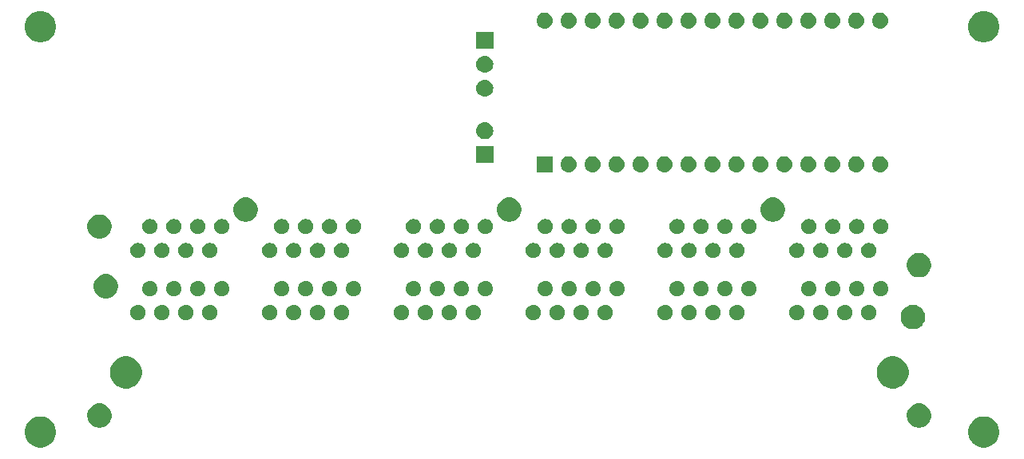
<source format=gbr>
G04 #@! TF.GenerationSoftware,KiCad,Pcbnew,(5.1.4)-1*
G04 #@! TF.CreationDate,2023-02-10T17:26:26+00:00*
G04 #@! TF.ProjectId,PIR InterfaceBoard,50495220-496e-4746-9572-66616365426f,rev?*
G04 #@! TF.SameCoordinates,Original*
G04 #@! TF.FileFunction,Soldermask,Top*
G04 #@! TF.FilePolarity,Negative*
%FSLAX46Y46*%
G04 Gerber Fmt 4.6, Leading zero omitted, Abs format (unit mm)*
G04 Created by KiCad (PCBNEW (5.1.4)-1) date 2023-02-10 17:26:26*
%MOMM*%
%LPD*%
G04 APERTURE LIST*
%ADD10C,0.100000*%
G04 APERTURE END LIST*
D10*
G36*
X190375256Y-96391298D02*
G01*
X190481579Y-96412447D01*
X190782042Y-96536903D01*
X191052451Y-96717585D01*
X191282415Y-96947549D01*
X191463097Y-97217958D01*
X191587553Y-97518421D01*
X191651000Y-97837391D01*
X191651000Y-98162609D01*
X191587553Y-98481579D01*
X191463097Y-98782042D01*
X191282415Y-99052451D01*
X191052451Y-99282415D01*
X190782042Y-99463097D01*
X190481579Y-99587553D01*
X190375256Y-99608702D01*
X190162611Y-99651000D01*
X189837389Y-99651000D01*
X189624744Y-99608702D01*
X189518421Y-99587553D01*
X189217958Y-99463097D01*
X188947549Y-99282415D01*
X188717585Y-99052451D01*
X188536903Y-98782042D01*
X188412447Y-98481579D01*
X188349000Y-98162609D01*
X188349000Y-97837391D01*
X188412447Y-97518421D01*
X188536903Y-97217958D01*
X188717585Y-96947549D01*
X188947549Y-96717585D01*
X189217958Y-96536903D01*
X189518421Y-96412447D01*
X189624744Y-96391298D01*
X189837389Y-96349000D01*
X190162611Y-96349000D01*
X190375256Y-96391298D01*
X190375256Y-96391298D01*
G37*
G36*
X90375256Y-96391298D02*
G01*
X90481579Y-96412447D01*
X90782042Y-96536903D01*
X91052451Y-96717585D01*
X91282415Y-96947549D01*
X91463097Y-97217958D01*
X91587553Y-97518421D01*
X91651000Y-97837391D01*
X91651000Y-98162609D01*
X91587553Y-98481579D01*
X91463097Y-98782042D01*
X91282415Y-99052451D01*
X91052451Y-99282415D01*
X90782042Y-99463097D01*
X90481579Y-99587553D01*
X90375256Y-99608702D01*
X90162611Y-99651000D01*
X89837389Y-99651000D01*
X89624744Y-99608702D01*
X89518421Y-99587553D01*
X89217958Y-99463097D01*
X88947549Y-99282415D01*
X88717585Y-99052451D01*
X88536903Y-98782042D01*
X88412447Y-98481579D01*
X88349000Y-98162609D01*
X88349000Y-97837391D01*
X88412447Y-97518421D01*
X88536903Y-97217958D01*
X88717585Y-96947549D01*
X88947549Y-96717585D01*
X89217958Y-96536903D01*
X89518421Y-96412447D01*
X89624744Y-96391298D01*
X89837389Y-96349000D01*
X90162611Y-96349000D01*
X90375256Y-96391298D01*
X90375256Y-96391298D01*
G37*
G36*
X183344885Y-94968005D02*
G01*
X183510842Y-95001016D01*
X183745334Y-95098146D01*
X183956371Y-95239156D01*
X184135844Y-95418629D01*
X184276854Y-95629666D01*
X184373984Y-95864158D01*
X184373984Y-95864160D01*
X184423500Y-96113093D01*
X184423500Y-96366907D01*
X184406995Y-96449885D01*
X184373984Y-96615842D01*
X184276854Y-96850334D01*
X184135844Y-97061371D01*
X183956371Y-97240844D01*
X183745334Y-97381854D01*
X183510842Y-97478984D01*
X183344885Y-97511995D01*
X183261907Y-97528500D01*
X183008093Y-97528500D01*
X182925115Y-97511995D01*
X182759158Y-97478984D01*
X182524666Y-97381854D01*
X182313629Y-97240844D01*
X182134156Y-97061371D01*
X181993146Y-96850334D01*
X181896016Y-96615842D01*
X181863005Y-96449885D01*
X181846500Y-96366907D01*
X181846500Y-96113093D01*
X181896016Y-95864160D01*
X181896016Y-95864158D01*
X181993146Y-95629666D01*
X182134156Y-95418629D01*
X182313629Y-95239156D01*
X182524666Y-95098146D01*
X182759158Y-95001016D01*
X182925115Y-94968005D01*
X183008093Y-94951500D01*
X183261907Y-94951500D01*
X183344885Y-94968005D01*
X183344885Y-94968005D01*
G37*
G36*
X96474885Y-94968005D02*
G01*
X96640842Y-95001016D01*
X96875334Y-95098146D01*
X97086371Y-95239156D01*
X97265844Y-95418629D01*
X97406854Y-95629666D01*
X97503984Y-95864158D01*
X97503984Y-95864160D01*
X97553500Y-96113093D01*
X97553500Y-96366907D01*
X97536995Y-96449885D01*
X97503984Y-96615842D01*
X97406854Y-96850334D01*
X97265844Y-97061371D01*
X97086371Y-97240844D01*
X96875334Y-97381854D01*
X96640842Y-97478984D01*
X96474885Y-97511995D01*
X96391907Y-97528500D01*
X96138093Y-97528500D01*
X96055115Y-97511995D01*
X95889158Y-97478984D01*
X95654666Y-97381854D01*
X95443629Y-97240844D01*
X95264156Y-97061371D01*
X95123146Y-96850334D01*
X95026016Y-96615842D01*
X94993005Y-96449885D01*
X94976500Y-96366907D01*
X94976500Y-96113093D01*
X95026016Y-95864160D01*
X95026016Y-95864158D01*
X95123146Y-95629666D01*
X95264156Y-95418629D01*
X95443629Y-95239156D01*
X95654666Y-95098146D01*
X95889158Y-95001016D01*
X96055115Y-94968005D01*
X96138093Y-94951500D01*
X96391907Y-94951500D01*
X96474885Y-94968005D01*
X96474885Y-94968005D01*
G37*
G36*
X180836162Y-90034368D02*
G01*
X181145724Y-90162593D01*
X181145725Y-90162594D01*
X181424324Y-90348747D01*
X181661253Y-90585676D01*
X181785637Y-90771830D01*
X181847407Y-90864276D01*
X181975632Y-91173838D01*
X182041000Y-91502465D01*
X182041000Y-91837535D01*
X181975632Y-92166162D01*
X181847407Y-92475724D01*
X181847406Y-92475725D01*
X181661253Y-92754324D01*
X181424324Y-92991253D01*
X181238170Y-93115637D01*
X181145724Y-93177407D01*
X180836162Y-93305632D01*
X180507535Y-93371000D01*
X180172465Y-93371000D01*
X179843838Y-93305632D01*
X179534276Y-93177407D01*
X179441830Y-93115637D01*
X179255676Y-92991253D01*
X179018747Y-92754324D01*
X178832594Y-92475725D01*
X178832593Y-92475724D01*
X178704368Y-92166162D01*
X178639000Y-91837535D01*
X178639000Y-91502465D01*
X178704368Y-91173838D01*
X178832593Y-90864276D01*
X178894363Y-90771830D01*
X179018747Y-90585676D01*
X179255676Y-90348747D01*
X179534275Y-90162594D01*
X179534276Y-90162593D01*
X179843838Y-90034368D01*
X180172465Y-89969000D01*
X180507535Y-89969000D01*
X180836162Y-90034368D01*
X180836162Y-90034368D01*
G37*
G36*
X99556162Y-90034368D02*
G01*
X99865724Y-90162593D01*
X99865725Y-90162594D01*
X100144324Y-90348747D01*
X100381253Y-90585676D01*
X100505637Y-90771830D01*
X100567407Y-90864276D01*
X100695632Y-91173838D01*
X100761000Y-91502465D01*
X100761000Y-91837535D01*
X100695632Y-92166162D01*
X100567407Y-92475724D01*
X100567406Y-92475725D01*
X100381253Y-92754324D01*
X100144324Y-92991253D01*
X99958170Y-93115637D01*
X99865724Y-93177407D01*
X99556162Y-93305632D01*
X99227535Y-93371000D01*
X98892465Y-93371000D01*
X98563838Y-93305632D01*
X98254276Y-93177407D01*
X98161830Y-93115637D01*
X97975676Y-92991253D01*
X97738747Y-92754324D01*
X97552594Y-92475725D01*
X97552593Y-92475724D01*
X97424368Y-92166162D01*
X97359000Y-91837535D01*
X97359000Y-91502465D01*
X97424368Y-91173838D01*
X97552593Y-90864276D01*
X97614363Y-90771830D01*
X97738747Y-90585676D01*
X97975676Y-90348747D01*
X98254275Y-90162594D01*
X98254276Y-90162593D01*
X98563838Y-90034368D01*
X98892465Y-89969000D01*
X99227535Y-89969000D01*
X99556162Y-90034368D01*
X99556162Y-90034368D01*
G37*
G36*
X182689885Y-84528005D02*
G01*
X182855842Y-84561016D01*
X183090334Y-84658146D01*
X183301371Y-84799156D01*
X183480844Y-84978629D01*
X183621854Y-85189666D01*
X183718984Y-85424158D01*
X183768500Y-85673094D01*
X183768500Y-85926906D01*
X183718984Y-86175842D01*
X183621854Y-86410334D01*
X183480844Y-86621371D01*
X183301371Y-86800844D01*
X183090334Y-86941854D01*
X182855842Y-87038984D01*
X182689885Y-87071995D01*
X182606907Y-87088500D01*
X182353093Y-87088500D01*
X182270115Y-87071995D01*
X182104158Y-87038984D01*
X181869666Y-86941854D01*
X181658629Y-86800844D01*
X181479156Y-86621371D01*
X181338146Y-86410334D01*
X181241016Y-86175842D01*
X181191500Y-85926906D01*
X181191500Y-85673094D01*
X181241016Y-85424158D01*
X181338146Y-85189666D01*
X181479156Y-84978629D01*
X181658629Y-84799156D01*
X181869666Y-84658146D01*
X182104158Y-84561016D01*
X182270115Y-84528005D01*
X182353093Y-84511500D01*
X182606907Y-84511500D01*
X182689885Y-84528005D01*
X182689885Y-84528005D01*
G37*
G36*
X100564956Y-84545455D02*
G01*
X100662683Y-84585936D01*
X100711548Y-84606176D01*
X100843473Y-84694325D01*
X100955675Y-84806527D01*
X101043824Y-84938452D01*
X101043824Y-84938453D01*
X101104545Y-85085044D01*
X101135500Y-85240665D01*
X101135500Y-85399335D01*
X101104545Y-85554956D01*
X101064064Y-85652683D01*
X101043824Y-85701548D01*
X100955675Y-85833473D01*
X100843473Y-85945675D01*
X100711548Y-86033824D01*
X100662683Y-86054064D01*
X100564956Y-86094545D01*
X100409335Y-86125500D01*
X100250665Y-86125500D01*
X100095044Y-86094545D01*
X99997317Y-86054064D01*
X99948452Y-86033824D01*
X99816527Y-85945675D01*
X99704325Y-85833473D01*
X99616176Y-85701548D01*
X99595936Y-85652683D01*
X99555455Y-85554956D01*
X99524500Y-85399335D01*
X99524500Y-85240665D01*
X99555455Y-85085044D01*
X99616176Y-84938453D01*
X99616176Y-84938452D01*
X99704325Y-84806527D01*
X99816527Y-84694325D01*
X99948452Y-84606176D01*
X99997317Y-84585936D01*
X100095044Y-84545455D01*
X100250665Y-84514500D01*
X100409335Y-84514500D01*
X100564956Y-84545455D01*
X100564956Y-84545455D01*
G37*
G36*
X164064956Y-84545455D02*
G01*
X164162683Y-84585936D01*
X164211548Y-84606176D01*
X164343473Y-84694325D01*
X164455675Y-84806527D01*
X164543824Y-84938452D01*
X164543824Y-84938453D01*
X164604545Y-85085044D01*
X164635500Y-85240665D01*
X164635500Y-85399335D01*
X164604545Y-85554956D01*
X164564064Y-85652683D01*
X164543824Y-85701548D01*
X164455675Y-85833473D01*
X164343473Y-85945675D01*
X164211548Y-86033824D01*
X164162683Y-86054064D01*
X164064956Y-86094545D01*
X163909335Y-86125500D01*
X163750665Y-86125500D01*
X163595044Y-86094545D01*
X163497317Y-86054064D01*
X163448452Y-86033824D01*
X163316527Y-85945675D01*
X163204325Y-85833473D01*
X163116176Y-85701548D01*
X163095936Y-85652683D01*
X163055455Y-85554956D01*
X163024500Y-85399335D01*
X163024500Y-85240665D01*
X163055455Y-85085044D01*
X163116176Y-84938453D01*
X163116176Y-84938452D01*
X163204325Y-84806527D01*
X163316527Y-84694325D01*
X163448452Y-84606176D01*
X163497317Y-84585936D01*
X163595044Y-84545455D01*
X163750665Y-84514500D01*
X163909335Y-84514500D01*
X164064956Y-84545455D01*
X164064956Y-84545455D01*
G37*
G36*
X175494956Y-84545455D02*
G01*
X175592683Y-84585936D01*
X175641548Y-84606176D01*
X175773473Y-84694325D01*
X175885675Y-84806527D01*
X175973824Y-84938452D01*
X175973824Y-84938453D01*
X176034545Y-85085044D01*
X176065500Y-85240665D01*
X176065500Y-85399335D01*
X176034545Y-85554956D01*
X175994064Y-85652683D01*
X175973824Y-85701548D01*
X175885675Y-85833473D01*
X175773473Y-85945675D01*
X175641548Y-86033824D01*
X175592683Y-86054064D01*
X175494956Y-86094545D01*
X175339335Y-86125500D01*
X175180665Y-86125500D01*
X175025044Y-86094545D01*
X174927317Y-86054064D01*
X174878452Y-86033824D01*
X174746527Y-85945675D01*
X174634325Y-85833473D01*
X174546176Y-85701548D01*
X174525936Y-85652683D01*
X174485455Y-85554956D01*
X174454500Y-85399335D01*
X174454500Y-85240665D01*
X174485455Y-85085044D01*
X174546176Y-84938453D01*
X174546176Y-84938452D01*
X174634325Y-84806527D01*
X174746527Y-84694325D01*
X174878452Y-84606176D01*
X174927317Y-84585936D01*
X175025044Y-84545455D01*
X175180665Y-84514500D01*
X175339335Y-84514500D01*
X175494956Y-84545455D01*
X175494956Y-84545455D01*
G37*
G36*
X170414956Y-84545455D02*
G01*
X170512683Y-84585936D01*
X170561548Y-84606176D01*
X170693473Y-84694325D01*
X170805675Y-84806527D01*
X170893824Y-84938452D01*
X170893824Y-84938453D01*
X170954545Y-85085044D01*
X170985500Y-85240665D01*
X170985500Y-85399335D01*
X170954545Y-85554956D01*
X170914064Y-85652683D01*
X170893824Y-85701548D01*
X170805675Y-85833473D01*
X170693473Y-85945675D01*
X170561548Y-86033824D01*
X170512683Y-86054064D01*
X170414956Y-86094545D01*
X170259335Y-86125500D01*
X170100665Y-86125500D01*
X169945044Y-86094545D01*
X169847317Y-86054064D01*
X169798452Y-86033824D01*
X169666527Y-85945675D01*
X169554325Y-85833473D01*
X169466176Y-85701548D01*
X169445936Y-85652683D01*
X169405455Y-85554956D01*
X169374500Y-85399335D01*
X169374500Y-85240665D01*
X169405455Y-85085044D01*
X169466176Y-84938453D01*
X169466176Y-84938452D01*
X169554325Y-84806527D01*
X169666527Y-84694325D01*
X169798452Y-84606176D01*
X169847317Y-84585936D01*
X169945044Y-84545455D01*
X170100665Y-84514500D01*
X170259335Y-84514500D01*
X170414956Y-84545455D01*
X170414956Y-84545455D01*
G37*
G36*
X172954956Y-84545455D02*
G01*
X173052683Y-84585936D01*
X173101548Y-84606176D01*
X173233473Y-84694325D01*
X173345675Y-84806527D01*
X173433824Y-84938452D01*
X173433824Y-84938453D01*
X173494545Y-85085044D01*
X173525500Y-85240665D01*
X173525500Y-85399335D01*
X173494545Y-85554956D01*
X173454064Y-85652683D01*
X173433824Y-85701548D01*
X173345675Y-85833473D01*
X173233473Y-85945675D01*
X173101548Y-86033824D01*
X173052683Y-86054064D01*
X172954956Y-86094545D01*
X172799335Y-86125500D01*
X172640665Y-86125500D01*
X172485044Y-86094545D01*
X172387317Y-86054064D01*
X172338452Y-86033824D01*
X172206527Y-85945675D01*
X172094325Y-85833473D01*
X172006176Y-85701548D01*
X171985936Y-85652683D01*
X171945455Y-85554956D01*
X171914500Y-85399335D01*
X171914500Y-85240665D01*
X171945455Y-85085044D01*
X172006176Y-84938453D01*
X172006176Y-84938452D01*
X172094325Y-84806527D01*
X172206527Y-84694325D01*
X172338452Y-84606176D01*
X172387317Y-84585936D01*
X172485044Y-84545455D01*
X172640665Y-84514500D01*
X172799335Y-84514500D01*
X172954956Y-84545455D01*
X172954956Y-84545455D01*
G37*
G36*
X156444956Y-84545455D02*
G01*
X156542683Y-84585936D01*
X156591548Y-84606176D01*
X156723473Y-84694325D01*
X156835675Y-84806527D01*
X156923824Y-84938452D01*
X156923824Y-84938453D01*
X156984545Y-85085044D01*
X157015500Y-85240665D01*
X157015500Y-85399335D01*
X156984545Y-85554956D01*
X156944064Y-85652683D01*
X156923824Y-85701548D01*
X156835675Y-85833473D01*
X156723473Y-85945675D01*
X156591548Y-86033824D01*
X156542683Y-86054064D01*
X156444956Y-86094545D01*
X156289335Y-86125500D01*
X156130665Y-86125500D01*
X155975044Y-86094545D01*
X155877317Y-86054064D01*
X155828452Y-86033824D01*
X155696527Y-85945675D01*
X155584325Y-85833473D01*
X155496176Y-85701548D01*
X155475936Y-85652683D01*
X155435455Y-85554956D01*
X155404500Y-85399335D01*
X155404500Y-85240665D01*
X155435455Y-85085044D01*
X155496176Y-84938453D01*
X155496176Y-84938452D01*
X155584325Y-84806527D01*
X155696527Y-84694325D01*
X155828452Y-84606176D01*
X155877317Y-84585936D01*
X155975044Y-84545455D01*
X156130665Y-84514500D01*
X156289335Y-84514500D01*
X156444956Y-84545455D01*
X156444956Y-84545455D01*
G37*
G36*
X158984956Y-84545455D02*
G01*
X159082683Y-84585936D01*
X159131548Y-84606176D01*
X159263473Y-84694325D01*
X159375675Y-84806527D01*
X159463824Y-84938452D01*
X159463824Y-84938453D01*
X159524545Y-85085044D01*
X159555500Y-85240665D01*
X159555500Y-85399335D01*
X159524545Y-85554956D01*
X159484064Y-85652683D01*
X159463824Y-85701548D01*
X159375675Y-85833473D01*
X159263473Y-85945675D01*
X159131548Y-86033824D01*
X159082683Y-86054064D01*
X158984956Y-86094545D01*
X158829335Y-86125500D01*
X158670665Y-86125500D01*
X158515044Y-86094545D01*
X158417317Y-86054064D01*
X158368452Y-86033824D01*
X158236527Y-85945675D01*
X158124325Y-85833473D01*
X158036176Y-85701548D01*
X158015936Y-85652683D01*
X157975455Y-85554956D01*
X157944500Y-85399335D01*
X157944500Y-85240665D01*
X157975455Y-85085044D01*
X158036176Y-84938453D01*
X158036176Y-84938452D01*
X158124325Y-84806527D01*
X158236527Y-84694325D01*
X158368452Y-84606176D01*
X158417317Y-84585936D01*
X158515044Y-84545455D01*
X158670665Y-84514500D01*
X158829335Y-84514500D01*
X158984956Y-84545455D01*
X158984956Y-84545455D01*
G37*
G36*
X161524956Y-84545455D02*
G01*
X161622683Y-84585936D01*
X161671548Y-84606176D01*
X161803473Y-84694325D01*
X161915675Y-84806527D01*
X162003824Y-84938452D01*
X162003824Y-84938453D01*
X162064545Y-85085044D01*
X162095500Y-85240665D01*
X162095500Y-85399335D01*
X162064545Y-85554956D01*
X162024064Y-85652683D01*
X162003824Y-85701548D01*
X161915675Y-85833473D01*
X161803473Y-85945675D01*
X161671548Y-86033824D01*
X161622683Y-86054064D01*
X161524956Y-86094545D01*
X161369335Y-86125500D01*
X161210665Y-86125500D01*
X161055044Y-86094545D01*
X160957317Y-86054064D01*
X160908452Y-86033824D01*
X160776527Y-85945675D01*
X160664325Y-85833473D01*
X160576176Y-85701548D01*
X160555936Y-85652683D01*
X160515455Y-85554956D01*
X160484500Y-85399335D01*
X160484500Y-85240665D01*
X160515455Y-85085044D01*
X160576176Y-84938453D01*
X160576176Y-84938452D01*
X160664325Y-84806527D01*
X160776527Y-84694325D01*
X160908452Y-84606176D01*
X160957317Y-84585936D01*
X161055044Y-84545455D01*
X161210665Y-84514500D01*
X161369335Y-84514500D01*
X161524956Y-84545455D01*
X161524956Y-84545455D01*
G37*
G36*
X142474956Y-84545455D02*
G01*
X142572683Y-84585936D01*
X142621548Y-84606176D01*
X142753473Y-84694325D01*
X142865675Y-84806527D01*
X142953824Y-84938452D01*
X142953824Y-84938453D01*
X143014545Y-85085044D01*
X143045500Y-85240665D01*
X143045500Y-85399335D01*
X143014545Y-85554956D01*
X142974064Y-85652683D01*
X142953824Y-85701548D01*
X142865675Y-85833473D01*
X142753473Y-85945675D01*
X142621548Y-86033824D01*
X142572683Y-86054064D01*
X142474956Y-86094545D01*
X142319335Y-86125500D01*
X142160665Y-86125500D01*
X142005044Y-86094545D01*
X141907317Y-86054064D01*
X141858452Y-86033824D01*
X141726527Y-85945675D01*
X141614325Y-85833473D01*
X141526176Y-85701548D01*
X141505936Y-85652683D01*
X141465455Y-85554956D01*
X141434500Y-85399335D01*
X141434500Y-85240665D01*
X141465455Y-85085044D01*
X141526176Y-84938453D01*
X141526176Y-84938452D01*
X141614325Y-84806527D01*
X141726527Y-84694325D01*
X141858452Y-84606176D01*
X141907317Y-84585936D01*
X142005044Y-84545455D01*
X142160665Y-84514500D01*
X142319335Y-84514500D01*
X142474956Y-84545455D01*
X142474956Y-84545455D01*
G37*
G36*
X145014956Y-84545455D02*
G01*
X145112683Y-84585936D01*
X145161548Y-84606176D01*
X145293473Y-84694325D01*
X145405675Y-84806527D01*
X145493824Y-84938452D01*
X145493824Y-84938453D01*
X145554545Y-85085044D01*
X145585500Y-85240665D01*
X145585500Y-85399335D01*
X145554545Y-85554956D01*
X145514064Y-85652683D01*
X145493824Y-85701548D01*
X145405675Y-85833473D01*
X145293473Y-85945675D01*
X145161548Y-86033824D01*
X145112683Y-86054064D01*
X145014956Y-86094545D01*
X144859335Y-86125500D01*
X144700665Y-86125500D01*
X144545044Y-86094545D01*
X144447317Y-86054064D01*
X144398452Y-86033824D01*
X144266527Y-85945675D01*
X144154325Y-85833473D01*
X144066176Y-85701548D01*
X144045936Y-85652683D01*
X144005455Y-85554956D01*
X143974500Y-85399335D01*
X143974500Y-85240665D01*
X144005455Y-85085044D01*
X144066176Y-84938453D01*
X144066176Y-84938452D01*
X144154325Y-84806527D01*
X144266527Y-84694325D01*
X144398452Y-84606176D01*
X144447317Y-84585936D01*
X144545044Y-84545455D01*
X144700665Y-84514500D01*
X144859335Y-84514500D01*
X145014956Y-84545455D01*
X145014956Y-84545455D01*
G37*
G36*
X147554956Y-84545455D02*
G01*
X147652683Y-84585936D01*
X147701548Y-84606176D01*
X147833473Y-84694325D01*
X147945675Y-84806527D01*
X148033824Y-84938452D01*
X148033824Y-84938453D01*
X148094545Y-85085044D01*
X148125500Y-85240665D01*
X148125500Y-85399335D01*
X148094545Y-85554956D01*
X148054064Y-85652683D01*
X148033824Y-85701548D01*
X147945675Y-85833473D01*
X147833473Y-85945675D01*
X147701548Y-86033824D01*
X147652683Y-86054064D01*
X147554956Y-86094545D01*
X147399335Y-86125500D01*
X147240665Y-86125500D01*
X147085044Y-86094545D01*
X146987317Y-86054064D01*
X146938452Y-86033824D01*
X146806527Y-85945675D01*
X146694325Y-85833473D01*
X146606176Y-85701548D01*
X146585936Y-85652683D01*
X146545455Y-85554956D01*
X146514500Y-85399335D01*
X146514500Y-85240665D01*
X146545455Y-85085044D01*
X146606176Y-84938453D01*
X146606176Y-84938452D01*
X146694325Y-84806527D01*
X146806527Y-84694325D01*
X146938452Y-84606176D01*
X146987317Y-84585936D01*
X147085044Y-84545455D01*
X147240665Y-84514500D01*
X147399335Y-84514500D01*
X147554956Y-84545455D01*
X147554956Y-84545455D01*
G37*
G36*
X150094956Y-84545455D02*
G01*
X150192683Y-84585936D01*
X150241548Y-84606176D01*
X150373473Y-84694325D01*
X150485675Y-84806527D01*
X150573824Y-84938452D01*
X150573824Y-84938453D01*
X150634545Y-85085044D01*
X150665500Y-85240665D01*
X150665500Y-85399335D01*
X150634545Y-85554956D01*
X150594064Y-85652683D01*
X150573824Y-85701548D01*
X150485675Y-85833473D01*
X150373473Y-85945675D01*
X150241548Y-86033824D01*
X150192683Y-86054064D01*
X150094956Y-86094545D01*
X149939335Y-86125500D01*
X149780665Y-86125500D01*
X149625044Y-86094545D01*
X149527317Y-86054064D01*
X149478452Y-86033824D01*
X149346527Y-85945675D01*
X149234325Y-85833473D01*
X149146176Y-85701548D01*
X149125936Y-85652683D01*
X149085455Y-85554956D01*
X149054500Y-85399335D01*
X149054500Y-85240665D01*
X149085455Y-85085044D01*
X149146176Y-84938453D01*
X149146176Y-84938452D01*
X149234325Y-84806527D01*
X149346527Y-84694325D01*
X149478452Y-84606176D01*
X149527317Y-84585936D01*
X149625044Y-84545455D01*
X149780665Y-84514500D01*
X149939335Y-84514500D01*
X150094956Y-84545455D01*
X150094956Y-84545455D01*
G37*
G36*
X105644956Y-84545455D02*
G01*
X105742683Y-84585936D01*
X105791548Y-84606176D01*
X105923473Y-84694325D01*
X106035675Y-84806527D01*
X106123824Y-84938452D01*
X106123824Y-84938453D01*
X106184545Y-85085044D01*
X106215500Y-85240665D01*
X106215500Y-85399335D01*
X106184545Y-85554956D01*
X106144064Y-85652683D01*
X106123824Y-85701548D01*
X106035675Y-85833473D01*
X105923473Y-85945675D01*
X105791548Y-86033824D01*
X105742683Y-86054064D01*
X105644956Y-86094545D01*
X105489335Y-86125500D01*
X105330665Y-86125500D01*
X105175044Y-86094545D01*
X105077317Y-86054064D01*
X105028452Y-86033824D01*
X104896527Y-85945675D01*
X104784325Y-85833473D01*
X104696176Y-85701548D01*
X104675936Y-85652683D01*
X104635455Y-85554956D01*
X104604500Y-85399335D01*
X104604500Y-85240665D01*
X104635455Y-85085044D01*
X104696176Y-84938453D01*
X104696176Y-84938452D01*
X104784325Y-84806527D01*
X104896527Y-84694325D01*
X105028452Y-84606176D01*
X105077317Y-84585936D01*
X105175044Y-84545455D01*
X105330665Y-84514500D01*
X105489335Y-84514500D01*
X105644956Y-84545455D01*
X105644956Y-84545455D01*
G37*
G36*
X108184956Y-84545455D02*
G01*
X108282683Y-84585936D01*
X108331548Y-84606176D01*
X108463473Y-84694325D01*
X108575675Y-84806527D01*
X108663824Y-84938452D01*
X108663824Y-84938453D01*
X108724545Y-85085044D01*
X108755500Y-85240665D01*
X108755500Y-85399335D01*
X108724545Y-85554956D01*
X108684064Y-85652683D01*
X108663824Y-85701548D01*
X108575675Y-85833473D01*
X108463473Y-85945675D01*
X108331548Y-86033824D01*
X108282683Y-86054064D01*
X108184956Y-86094545D01*
X108029335Y-86125500D01*
X107870665Y-86125500D01*
X107715044Y-86094545D01*
X107617317Y-86054064D01*
X107568452Y-86033824D01*
X107436527Y-85945675D01*
X107324325Y-85833473D01*
X107236176Y-85701548D01*
X107215936Y-85652683D01*
X107175455Y-85554956D01*
X107144500Y-85399335D01*
X107144500Y-85240665D01*
X107175455Y-85085044D01*
X107236176Y-84938453D01*
X107236176Y-84938452D01*
X107324325Y-84806527D01*
X107436527Y-84694325D01*
X107568452Y-84606176D01*
X107617317Y-84585936D01*
X107715044Y-84545455D01*
X107870665Y-84514500D01*
X108029335Y-84514500D01*
X108184956Y-84545455D01*
X108184956Y-84545455D01*
G37*
G36*
X178034956Y-84545455D02*
G01*
X178132683Y-84585936D01*
X178181548Y-84606176D01*
X178313473Y-84694325D01*
X178425675Y-84806527D01*
X178513824Y-84938452D01*
X178513824Y-84938453D01*
X178574545Y-85085044D01*
X178605500Y-85240665D01*
X178605500Y-85399335D01*
X178574545Y-85554956D01*
X178534064Y-85652683D01*
X178513824Y-85701548D01*
X178425675Y-85833473D01*
X178313473Y-85945675D01*
X178181548Y-86033824D01*
X178132683Y-86054064D01*
X178034956Y-86094545D01*
X177879335Y-86125500D01*
X177720665Y-86125500D01*
X177565044Y-86094545D01*
X177467317Y-86054064D01*
X177418452Y-86033824D01*
X177286527Y-85945675D01*
X177174325Y-85833473D01*
X177086176Y-85701548D01*
X177065936Y-85652683D01*
X177025455Y-85554956D01*
X176994500Y-85399335D01*
X176994500Y-85240665D01*
X177025455Y-85085044D01*
X177086176Y-84938453D01*
X177086176Y-84938452D01*
X177174325Y-84806527D01*
X177286527Y-84694325D01*
X177418452Y-84606176D01*
X177467317Y-84585936D01*
X177565044Y-84545455D01*
X177720665Y-84514500D01*
X177879335Y-84514500D01*
X178034956Y-84545455D01*
X178034956Y-84545455D01*
G37*
G36*
X114534956Y-84545455D02*
G01*
X114632683Y-84585936D01*
X114681548Y-84606176D01*
X114813473Y-84694325D01*
X114925675Y-84806527D01*
X115013824Y-84938452D01*
X115013824Y-84938453D01*
X115074545Y-85085044D01*
X115105500Y-85240665D01*
X115105500Y-85399335D01*
X115074545Y-85554956D01*
X115034064Y-85652683D01*
X115013824Y-85701548D01*
X114925675Y-85833473D01*
X114813473Y-85945675D01*
X114681548Y-86033824D01*
X114632683Y-86054064D01*
X114534956Y-86094545D01*
X114379335Y-86125500D01*
X114220665Y-86125500D01*
X114065044Y-86094545D01*
X113967317Y-86054064D01*
X113918452Y-86033824D01*
X113786527Y-85945675D01*
X113674325Y-85833473D01*
X113586176Y-85701548D01*
X113565936Y-85652683D01*
X113525455Y-85554956D01*
X113494500Y-85399335D01*
X113494500Y-85240665D01*
X113525455Y-85085044D01*
X113586176Y-84938453D01*
X113586176Y-84938452D01*
X113674325Y-84806527D01*
X113786527Y-84694325D01*
X113918452Y-84606176D01*
X113967317Y-84585936D01*
X114065044Y-84545455D01*
X114220665Y-84514500D01*
X114379335Y-84514500D01*
X114534956Y-84545455D01*
X114534956Y-84545455D01*
G37*
G36*
X117074956Y-84545455D02*
G01*
X117172683Y-84585936D01*
X117221548Y-84606176D01*
X117353473Y-84694325D01*
X117465675Y-84806527D01*
X117553824Y-84938452D01*
X117553824Y-84938453D01*
X117614545Y-85085044D01*
X117645500Y-85240665D01*
X117645500Y-85399335D01*
X117614545Y-85554956D01*
X117574064Y-85652683D01*
X117553824Y-85701548D01*
X117465675Y-85833473D01*
X117353473Y-85945675D01*
X117221548Y-86033824D01*
X117172683Y-86054064D01*
X117074956Y-86094545D01*
X116919335Y-86125500D01*
X116760665Y-86125500D01*
X116605044Y-86094545D01*
X116507317Y-86054064D01*
X116458452Y-86033824D01*
X116326527Y-85945675D01*
X116214325Y-85833473D01*
X116126176Y-85701548D01*
X116105936Y-85652683D01*
X116065455Y-85554956D01*
X116034500Y-85399335D01*
X116034500Y-85240665D01*
X116065455Y-85085044D01*
X116126176Y-84938453D01*
X116126176Y-84938452D01*
X116214325Y-84806527D01*
X116326527Y-84694325D01*
X116458452Y-84606176D01*
X116507317Y-84585936D01*
X116605044Y-84545455D01*
X116760665Y-84514500D01*
X116919335Y-84514500D01*
X117074956Y-84545455D01*
X117074956Y-84545455D01*
G37*
G36*
X119614956Y-84545455D02*
G01*
X119712683Y-84585936D01*
X119761548Y-84606176D01*
X119893473Y-84694325D01*
X120005675Y-84806527D01*
X120093824Y-84938452D01*
X120093824Y-84938453D01*
X120154545Y-85085044D01*
X120185500Y-85240665D01*
X120185500Y-85399335D01*
X120154545Y-85554956D01*
X120114064Y-85652683D01*
X120093824Y-85701548D01*
X120005675Y-85833473D01*
X119893473Y-85945675D01*
X119761548Y-86033824D01*
X119712683Y-86054064D01*
X119614956Y-86094545D01*
X119459335Y-86125500D01*
X119300665Y-86125500D01*
X119145044Y-86094545D01*
X119047317Y-86054064D01*
X118998452Y-86033824D01*
X118866527Y-85945675D01*
X118754325Y-85833473D01*
X118666176Y-85701548D01*
X118645936Y-85652683D01*
X118605455Y-85554956D01*
X118574500Y-85399335D01*
X118574500Y-85240665D01*
X118605455Y-85085044D01*
X118666176Y-84938453D01*
X118666176Y-84938452D01*
X118754325Y-84806527D01*
X118866527Y-84694325D01*
X118998452Y-84606176D01*
X119047317Y-84585936D01*
X119145044Y-84545455D01*
X119300665Y-84514500D01*
X119459335Y-84514500D01*
X119614956Y-84545455D01*
X119614956Y-84545455D01*
G37*
G36*
X122154956Y-84545455D02*
G01*
X122252683Y-84585936D01*
X122301548Y-84606176D01*
X122433473Y-84694325D01*
X122545675Y-84806527D01*
X122633824Y-84938452D01*
X122633824Y-84938453D01*
X122694545Y-85085044D01*
X122725500Y-85240665D01*
X122725500Y-85399335D01*
X122694545Y-85554956D01*
X122654064Y-85652683D01*
X122633824Y-85701548D01*
X122545675Y-85833473D01*
X122433473Y-85945675D01*
X122301548Y-86033824D01*
X122252683Y-86054064D01*
X122154956Y-86094545D01*
X121999335Y-86125500D01*
X121840665Y-86125500D01*
X121685044Y-86094545D01*
X121587317Y-86054064D01*
X121538452Y-86033824D01*
X121406527Y-85945675D01*
X121294325Y-85833473D01*
X121206176Y-85701548D01*
X121185936Y-85652683D01*
X121145455Y-85554956D01*
X121114500Y-85399335D01*
X121114500Y-85240665D01*
X121145455Y-85085044D01*
X121206176Y-84938453D01*
X121206176Y-84938452D01*
X121294325Y-84806527D01*
X121406527Y-84694325D01*
X121538452Y-84606176D01*
X121587317Y-84585936D01*
X121685044Y-84545455D01*
X121840665Y-84514500D01*
X121999335Y-84514500D01*
X122154956Y-84545455D01*
X122154956Y-84545455D01*
G37*
G36*
X128504956Y-84545455D02*
G01*
X128602683Y-84585936D01*
X128651548Y-84606176D01*
X128783473Y-84694325D01*
X128895675Y-84806527D01*
X128983824Y-84938452D01*
X128983824Y-84938453D01*
X129044545Y-85085044D01*
X129075500Y-85240665D01*
X129075500Y-85399335D01*
X129044545Y-85554956D01*
X129004064Y-85652683D01*
X128983824Y-85701548D01*
X128895675Y-85833473D01*
X128783473Y-85945675D01*
X128651548Y-86033824D01*
X128602683Y-86054064D01*
X128504956Y-86094545D01*
X128349335Y-86125500D01*
X128190665Y-86125500D01*
X128035044Y-86094545D01*
X127937317Y-86054064D01*
X127888452Y-86033824D01*
X127756527Y-85945675D01*
X127644325Y-85833473D01*
X127556176Y-85701548D01*
X127535936Y-85652683D01*
X127495455Y-85554956D01*
X127464500Y-85399335D01*
X127464500Y-85240665D01*
X127495455Y-85085044D01*
X127556176Y-84938453D01*
X127556176Y-84938452D01*
X127644325Y-84806527D01*
X127756527Y-84694325D01*
X127888452Y-84606176D01*
X127937317Y-84585936D01*
X128035044Y-84545455D01*
X128190665Y-84514500D01*
X128349335Y-84514500D01*
X128504956Y-84545455D01*
X128504956Y-84545455D01*
G37*
G36*
X131044956Y-84545455D02*
G01*
X131142683Y-84585936D01*
X131191548Y-84606176D01*
X131323473Y-84694325D01*
X131435675Y-84806527D01*
X131523824Y-84938452D01*
X131523824Y-84938453D01*
X131584545Y-85085044D01*
X131615500Y-85240665D01*
X131615500Y-85399335D01*
X131584545Y-85554956D01*
X131544064Y-85652683D01*
X131523824Y-85701548D01*
X131435675Y-85833473D01*
X131323473Y-85945675D01*
X131191548Y-86033824D01*
X131142683Y-86054064D01*
X131044956Y-86094545D01*
X130889335Y-86125500D01*
X130730665Y-86125500D01*
X130575044Y-86094545D01*
X130477317Y-86054064D01*
X130428452Y-86033824D01*
X130296527Y-85945675D01*
X130184325Y-85833473D01*
X130096176Y-85701548D01*
X130075936Y-85652683D01*
X130035455Y-85554956D01*
X130004500Y-85399335D01*
X130004500Y-85240665D01*
X130035455Y-85085044D01*
X130096176Y-84938453D01*
X130096176Y-84938452D01*
X130184325Y-84806527D01*
X130296527Y-84694325D01*
X130428452Y-84606176D01*
X130477317Y-84585936D01*
X130575044Y-84545455D01*
X130730665Y-84514500D01*
X130889335Y-84514500D01*
X131044956Y-84545455D01*
X131044956Y-84545455D01*
G37*
G36*
X133584956Y-84545455D02*
G01*
X133682683Y-84585936D01*
X133731548Y-84606176D01*
X133863473Y-84694325D01*
X133975675Y-84806527D01*
X134063824Y-84938452D01*
X134063824Y-84938453D01*
X134124545Y-85085044D01*
X134155500Y-85240665D01*
X134155500Y-85399335D01*
X134124545Y-85554956D01*
X134084064Y-85652683D01*
X134063824Y-85701548D01*
X133975675Y-85833473D01*
X133863473Y-85945675D01*
X133731548Y-86033824D01*
X133682683Y-86054064D01*
X133584956Y-86094545D01*
X133429335Y-86125500D01*
X133270665Y-86125500D01*
X133115044Y-86094545D01*
X133017317Y-86054064D01*
X132968452Y-86033824D01*
X132836527Y-85945675D01*
X132724325Y-85833473D01*
X132636176Y-85701548D01*
X132615936Y-85652683D01*
X132575455Y-85554956D01*
X132544500Y-85399335D01*
X132544500Y-85240665D01*
X132575455Y-85085044D01*
X132636176Y-84938453D01*
X132636176Y-84938452D01*
X132724325Y-84806527D01*
X132836527Y-84694325D01*
X132968452Y-84606176D01*
X133017317Y-84585936D01*
X133115044Y-84545455D01*
X133270665Y-84514500D01*
X133429335Y-84514500D01*
X133584956Y-84545455D01*
X133584956Y-84545455D01*
G37*
G36*
X136124956Y-84545455D02*
G01*
X136222683Y-84585936D01*
X136271548Y-84606176D01*
X136403473Y-84694325D01*
X136515675Y-84806527D01*
X136603824Y-84938452D01*
X136603824Y-84938453D01*
X136664545Y-85085044D01*
X136695500Y-85240665D01*
X136695500Y-85399335D01*
X136664545Y-85554956D01*
X136624064Y-85652683D01*
X136603824Y-85701548D01*
X136515675Y-85833473D01*
X136403473Y-85945675D01*
X136271548Y-86033824D01*
X136222683Y-86054064D01*
X136124956Y-86094545D01*
X135969335Y-86125500D01*
X135810665Y-86125500D01*
X135655044Y-86094545D01*
X135557317Y-86054064D01*
X135508452Y-86033824D01*
X135376527Y-85945675D01*
X135264325Y-85833473D01*
X135176176Y-85701548D01*
X135155936Y-85652683D01*
X135115455Y-85554956D01*
X135084500Y-85399335D01*
X135084500Y-85240665D01*
X135115455Y-85085044D01*
X135176176Y-84938453D01*
X135176176Y-84938452D01*
X135264325Y-84806527D01*
X135376527Y-84694325D01*
X135508452Y-84606176D01*
X135557317Y-84585936D01*
X135655044Y-84545455D01*
X135810665Y-84514500D01*
X135969335Y-84514500D01*
X136124956Y-84545455D01*
X136124956Y-84545455D01*
G37*
G36*
X103104956Y-84545455D02*
G01*
X103202683Y-84585936D01*
X103251548Y-84606176D01*
X103383473Y-84694325D01*
X103495675Y-84806527D01*
X103583824Y-84938452D01*
X103583824Y-84938453D01*
X103644545Y-85085044D01*
X103675500Y-85240665D01*
X103675500Y-85399335D01*
X103644545Y-85554956D01*
X103604064Y-85652683D01*
X103583824Y-85701548D01*
X103495675Y-85833473D01*
X103383473Y-85945675D01*
X103251548Y-86033824D01*
X103202683Y-86054064D01*
X103104956Y-86094545D01*
X102949335Y-86125500D01*
X102790665Y-86125500D01*
X102635044Y-86094545D01*
X102537317Y-86054064D01*
X102488452Y-86033824D01*
X102356527Y-85945675D01*
X102244325Y-85833473D01*
X102156176Y-85701548D01*
X102135936Y-85652683D01*
X102095455Y-85554956D01*
X102064500Y-85399335D01*
X102064500Y-85240665D01*
X102095455Y-85085044D01*
X102156176Y-84938453D01*
X102156176Y-84938452D01*
X102244325Y-84806527D01*
X102356527Y-84694325D01*
X102488452Y-84606176D01*
X102537317Y-84585936D01*
X102635044Y-84545455D01*
X102790665Y-84514500D01*
X102949335Y-84514500D01*
X103104956Y-84545455D01*
X103104956Y-84545455D01*
G37*
G36*
X97139885Y-81258005D02*
G01*
X97305842Y-81291016D01*
X97540334Y-81388146D01*
X97751371Y-81529156D01*
X97930844Y-81708629D01*
X98071854Y-81919666D01*
X98168984Y-82154158D01*
X98218500Y-82403094D01*
X98218500Y-82656906D01*
X98168984Y-82905842D01*
X98071854Y-83140334D01*
X97930844Y-83351371D01*
X97751371Y-83530844D01*
X97540334Y-83671854D01*
X97305842Y-83768984D01*
X97139885Y-83801995D01*
X97056907Y-83818500D01*
X96803093Y-83818500D01*
X96720115Y-83801995D01*
X96554158Y-83768984D01*
X96319666Y-83671854D01*
X96108629Y-83530844D01*
X95929156Y-83351371D01*
X95788146Y-83140334D01*
X95691016Y-82905842D01*
X95641500Y-82656906D01*
X95641500Y-82403094D01*
X95691016Y-82154158D01*
X95788146Y-81919666D01*
X95929156Y-81708629D01*
X96108629Y-81529156D01*
X96319666Y-81388146D01*
X96554158Y-81291016D01*
X96720115Y-81258005D01*
X96803093Y-81241500D01*
X97056907Y-81241500D01*
X97139885Y-81258005D01*
X97139885Y-81258005D01*
G37*
G36*
X165334956Y-82005455D02*
G01*
X165432683Y-82045936D01*
X165481548Y-82066176D01*
X165613473Y-82154325D01*
X165725675Y-82266527D01*
X165813824Y-82398452D01*
X165834064Y-82447317D01*
X165874545Y-82545044D01*
X165905500Y-82700665D01*
X165905500Y-82859335D01*
X165874545Y-83014956D01*
X165834064Y-83112683D01*
X165813824Y-83161548D01*
X165725675Y-83293473D01*
X165613473Y-83405675D01*
X165481548Y-83493824D01*
X165432683Y-83514064D01*
X165334956Y-83554545D01*
X165179335Y-83585500D01*
X165020665Y-83585500D01*
X164865044Y-83554545D01*
X164767317Y-83514064D01*
X164718452Y-83493824D01*
X164586527Y-83405675D01*
X164474325Y-83293473D01*
X164386176Y-83161548D01*
X164365936Y-83112683D01*
X164325455Y-83014956D01*
X164294500Y-82859335D01*
X164294500Y-82700665D01*
X164325455Y-82545044D01*
X164365936Y-82447317D01*
X164386176Y-82398452D01*
X164474325Y-82266527D01*
X164586527Y-82154325D01*
X164718452Y-82066176D01*
X164767317Y-82045936D01*
X164865044Y-82005455D01*
X165020665Y-81974500D01*
X165179335Y-81974500D01*
X165334956Y-82005455D01*
X165334956Y-82005455D01*
G37*
G36*
X104374956Y-82005455D02*
G01*
X104472683Y-82045936D01*
X104521548Y-82066176D01*
X104653473Y-82154325D01*
X104765675Y-82266527D01*
X104853824Y-82398452D01*
X104874064Y-82447317D01*
X104914545Y-82545044D01*
X104945500Y-82700665D01*
X104945500Y-82859335D01*
X104914545Y-83014956D01*
X104874064Y-83112683D01*
X104853824Y-83161548D01*
X104765675Y-83293473D01*
X104653473Y-83405675D01*
X104521548Y-83493824D01*
X104472683Y-83514064D01*
X104374956Y-83554545D01*
X104219335Y-83585500D01*
X104060665Y-83585500D01*
X103905044Y-83554545D01*
X103807317Y-83514064D01*
X103758452Y-83493824D01*
X103626527Y-83405675D01*
X103514325Y-83293473D01*
X103426176Y-83161548D01*
X103405936Y-83112683D01*
X103365455Y-83014956D01*
X103334500Y-82859335D01*
X103334500Y-82700665D01*
X103365455Y-82545044D01*
X103405936Y-82447317D01*
X103426176Y-82398452D01*
X103514325Y-82266527D01*
X103626527Y-82154325D01*
X103758452Y-82066176D01*
X103807317Y-82045936D01*
X103905044Y-82005455D01*
X104060665Y-81974500D01*
X104219335Y-81974500D01*
X104374956Y-82005455D01*
X104374956Y-82005455D01*
G37*
G36*
X101834956Y-82005455D02*
G01*
X101932683Y-82045936D01*
X101981548Y-82066176D01*
X102113473Y-82154325D01*
X102225675Y-82266527D01*
X102313824Y-82398452D01*
X102334064Y-82447317D01*
X102374545Y-82545044D01*
X102405500Y-82700665D01*
X102405500Y-82859335D01*
X102374545Y-83014956D01*
X102334064Y-83112683D01*
X102313824Y-83161548D01*
X102225675Y-83293473D01*
X102113473Y-83405675D01*
X101981548Y-83493824D01*
X101932683Y-83514064D01*
X101834956Y-83554545D01*
X101679335Y-83585500D01*
X101520665Y-83585500D01*
X101365044Y-83554545D01*
X101267317Y-83514064D01*
X101218452Y-83493824D01*
X101086527Y-83405675D01*
X100974325Y-83293473D01*
X100886176Y-83161548D01*
X100865936Y-83112683D01*
X100825455Y-83014956D01*
X100794500Y-82859335D01*
X100794500Y-82700665D01*
X100825455Y-82545044D01*
X100865936Y-82447317D01*
X100886176Y-82398452D01*
X100974325Y-82266527D01*
X101086527Y-82154325D01*
X101218452Y-82066176D01*
X101267317Y-82045936D01*
X101365044Y-82005455D01*
X101520665Y-81974500D01*
X101679335Y-81974500D01*
X101834956Y-82005455D01*
X101834956Y-82005455D01*
G37*
G36*
X109454956Y-82005455D02*
G01*
X109552683Y-82045936D01*
X109601548Y-82066176D01*
X109733473Y-82154325D01*
X109845675Y-82266527D01*
X109933824Y-82398452D01*
X109954064Y-82447317D01*
X109994545Y-82545044D01*
X110025500Y-82700665D01*
X110025500Y-82859335D01*
X109994545Y-83014956D01*
X109954064Y-83112683D01*
X109933824Y-83161548D01*
X109845675Y-83293473D01*
X109733473Y-83405675D01*
X109601548Y-83493824D01*
X109552683Y-83514064D01*
X109454956Y-83554545D01*
X109299335Y-83585500D01*
X109140665Y-83585500D01*
X108985044Y-83554545D01*
X108887317Y-83514064D01*
X108838452Y-83493824D01*
X108706527Y-83405675D01*
X108594325Y-83293473D01*
X108506176Y-83161548D01*
X108485936Y-83112683D01*
X108445455Y-83014956D01*
X108414500Y-82859335D01*
X108414500Y-82700665D01*
X108445455Y-82545044D01*
X108485936Y-82447317D01*
X108506176Y-82398452D01*
X108594325Y-82266527D01*
X108706527Y-82154325D01*
X108838452Y-82066176D01*
X108887317Y-82045936D01*
X108985044Y-82005455D01*
X109140665Y-81974500D01*
X109299335Y-81974500D01*
X109454956Y-82005455D01*
X109454956Y-82005455D01*
G37*
G36*
X115804956Y-82005455D02*
G01*
X115902683Y-82045936D01*
X115951548Y-82066176D01*
X116083473Y-82154325D01*
X116195675Y-82266527D01*
X116283824Y-82398452D01*
X116304064Y-82447317D01*
X116344545Y-82545044D01*
X116375500Y-82700665D01*
X116375500Y-82859335D01*
X116344545Y-83014956D01*
X116304064Y-83112683D01*
X116283824Y-83161548D01*
X116195675Y-83293473D01*
X116083473Y-83405675D01*
X115951548Y-83493824D01*
X115902683Y-83514064D01*
X115804956Y-83554545D01*
X115649335Y-83585500D01*
X115490665Y-83585500D01*
X115335044Y-83554545D01*
X115237317Y-83514064D01*
X115188452Y-83493824D01*
X115056527Y-83405675D01*
X114944325Y-83293473D01*
X114856176Y-83161548D01*
X114835936Y-83112683D01*
X114795455Y-83014956D01*
X114764500Y-82859335D01*
X114764500Y-82700665D01*
X114795455Y-82545044D01*
X114835936Y-82447317D01*
X114856176Y-82398452D01*
X114944325Y-82266527D01*
X115056527Y-82154325D01*
X115188452Y-82066176D01*
X115237317Y-82045936D01*
X115335044Y-82005455D01*
X115490665Y-81974500D01*
X115649335Y-81974500D01*
X115804956Y-82005455D01*
X115804956Y-82005455D01*
G37*
G36*
X118344956Y-82005455D02*
G01*
X118442683Y-82045936D01*
X118491548Y-82066176D01*
X118623473Y-82154325D01*
X118735675Y-82266527D01*
X118823824Y-82398452D01*
X118844064Y-82447317D01*
X118884545Y-82545044D01*
X118915500Y-82700665D01*
X118915500Y-82859335D01*
X118884545Y-83014956D01*
X118844064Y-83112683D01*
X118823824Y-83161548D01*
X118735675Y-83293473D01*
X118623473Y-83405675D01*
X118491548Y-83493824D01*
X118442683Y-83514064D01*
X118344956Y-83554545D01*
X118189335Y-83585500D01*
X118030665Y-83585500D01*
X117875044Y-83554545D01*
X117777317Y-83514064D01*
X117728452Y-83493824D01*
X117596527Y-83405675D01*
X117484325Y-83293473D01*
X117396176Y-83161548D01*
X117375936Y-83112683D01*
X117335455Y-83014956D01*
X117304500Y-82859335D01*
X117304500Y-82700665D01*
X117335455Y-82545044D01*
X117375936Y-82447317D01*
X117396176Y-82398452D01*
X117484325Y-82266527D01*
X117596527Y-82154325D01*
X117728452Y-82066176D01*
X117777317Y-82045936D01*
X117875044Y-82005455D01*
X118030665Y-81974500D01*
X118189335Y-81974500D01*
X118344956Y-82005455D01*
X118344956Y-82005455D01*
G37*
G36*
X148824956Y-82005455D02*
G01*
X148922683Y-82045936D01*
X148971548Y-82066176D01*
X149103473Y-82154325D01*
X149215675Y-82266527D01*
X149303824Y-82398452D01*
X149324064Y-82447317D01*
X149364545Y-82545044D01*
X149395500Y-82700665D01*
X149395500Y-82859335D01*
X149364545Y-83014956D01*
X149324064Y-83112683D01*
X149303824Y-83161548D01*
X149215675Y-83293473D01*
X149103473Y-83405675D01*
X148971548Y-83493824D01*
X148922683Y-83514064D01*
X148824956Y-83554545D01*
X148669335Y-83585500D01*
X148510665Y-83585500D01*
X148355044Y-83554545D01*
X148257317Y-83514064D01*
X148208452Y-83493824D01*
X148076527Y-83405675D01*
X147964325Y-83293473D01*
X147876176Y-83161548D01*
X147855936Y-83112683D01*
X147815455Y-83014956D01*
X147784500Y-82859335D01*
X147784500Y-82700665D01*
X147815455Y-82545044D01*
X147855936Y-82447317D01*
X147876176Y-82398452D01*
X147964325Y-82266527D01*
X148076527Y-82154325D01*
X148208452Y-82066176D01*
X148257317Y-82045936D01*
X148355044Y-82005455D01*
X148510665Y-81974500D01*
X148669335Y-81974500D01*
X148824956Y-82005455D01*
X148824956Y-82005455D01*
G37*
G36*
X120884956Y-82005455D02*
G01*
X120982683Y-82045936D01*
X121031548Y-82066176D01*
X121163473Y-82154325D01*
X121275675Y-82266527D01*
X121363824Y-82398452D01*
X121384064Y-82447317D01*
X121424545Y-82545044D01*
X121455500Y-82700665D01*
X121455500Y-82859335D01*
X121424545Y-83014956D01*
X121384064Y-83112683D01*
X121363824Y-83161548D01*
X121275675Y-83293473D01*
X121163473Y-83405675D01*
X121031548Y-83493824D01*
X120982683Y-83514064D01*
X120884956Y-83554545D01*
X120729335Y-83585500D01*
X120570665Y-83585500D01*
X120415044Y-83554545D01*
X120317317Y-83514064D01*
X120268452Y-83493824D01*
X120136527Y-83405675D01*
X120024325Y-83293473D01*
X119936176Y-83161548D01*
X119915936Y-83112683D01*
X119875455Y-83014956D01*
X119844500Y-82859335D01*
X119844500Y-82700665D01*
X119875455Y-82545044D01*
X119915936Y-82447317D01*
X119936176Y-82398452D01*
X120024325Y-82266527D01*
X120136527Y-82154325D01*
X120268452Y-82066176D01*
X120317317Y-82045936D01*
X120415044Y-82005455D01*
X120570665Y-81974500D01*
X120729335Y-81974500D01*
X120884956Y-82005455D01*
X120884956Y-82005455D01*
G37*
G36*
X157714956Y-82005455D02*
G01*
X157812683Y-82045936D01*
X157861548Y-82066176D01*
X157993473Y-82154325D01*
X158105675Y-82266527D01*
X158193824Y-82398452D01*
X158214064Y-82447317D01*
X158254545Y-82545044D01*
X158285500Y-82700665D01*
X158285500Y-82859335D01*
X158254545Y-83014956D01*
X158214064Y-83112683D01*
X158193824Y-83161548D01*
X158105675Y-83293473D01*
X157993473Y-83405675D01*
X157861548Y-83493824D01*
X157812683Y-83514064D01*
X157714956Y-83554545D01*
X157559335Y-83585500D01*
X157400665Y-83585500D01*
X157245044Y-83554545D01*
X157147317Y-83514064D01*
X157098452Y-83493824D01*
X156966527Y-83405675D01*
X156854325Y-83293473D01*
X156766176Y-83161548D01*
X156745936Y-83112683D01*
X156705455Y-83014956D01*
X156674500Y-82859335D01*
X156674500Y-82700665D01*
X156705455Y-82545044D01*
X156745936Y-82447317D01*
X156766176Y-82398452D01*
X156854325Y-82266527D01*
X156966527Y-82154325D01*
X157098452Y-82066176D01*
X157147317Y-82045936D01*
X157245044Y-82005455D01*
X157400665Y-81974500D01*
X157559335Y-81974500D01*
X157714956Y-82005455D01*
X157714956Y-82005455D01*
G37*
G36*
X123424956Y-82005455D02*
G01*
X123522683Y-82045936D01*
X123571548Y-82066176D01*
X123703473Y-82154325D01*
X123815675Y-82266527D01*
X123903824Y-82398452D01*
X123924064Y-82447317D01*
X123964545Y-82545044D01*
X123995500Y-82700665D01*
X123995500Y-82859335D01*
X123964545Y-83014956D01*
X123924064Y-83112683D01*
X123903824Y-83161548D01*
X123815675Y-83293473D01*
X123703473Y-83405675D01*
X123571548Y-83493824D01*
X123522683Y-83514064D01*
X123424956Y-83554545D01*
X123269335Y-83585500D01*
X123110665Y-83585500D01*
X122955044Y-83554545D01*
X122857317Y-83514064D01*
X122808452Y-83493824D01*
X122676527Y-83405675D01*
X122564325Y-83293473D01*
X122476176Y-83161548D01*
X122455936Y-83112683D01*
X122415455Y-83014956D01*
X122384500Y-82859335D01*
X122384500Y-82700665D01*
X122415455Y-82545044D01*
X122455936Y-82447317D01*
X122476176Y-82398452D01*
X122564325Y-82266527D01*
X122676527Y-82154325D01*
X122808452Y-82066176D01*
X122857317Y-82045936D01*
X122955044Y-82005455D01*
X123110665Y-81974500D01*
X123269335Y-81974500D01*
X123424956Y-82005455D01*
X123424956Y-82005455D01*
G37*
G36*
X106914956Y-82005455D02*
G01*
X107012683Y-82045936D01*
X107061548Y-82066176D01*
X107193473Y-82154325D01*
X107305675Y-82266527D01*
X107393824Y-82398452D01*
X107414064Y-82447317D01*
X107454545Y-82545044D01*
X107485500Y-82700665D01*
X107485500Y-82859335D01*
X107454545Y-83014956D01*
X107414064Y-83112683D01*
X107393824Y-83161548D01*
X107305675Y-83293473D01*
X107193473Y-83405675D01*
X107061548Y-83493824D01*
X107012683Y-83514064D01*
X106914956Y-83554545D01*
X106759335Y-83585500D01*
X106600665Y-83585500D01*
X106445044Y-83554545D01*
X106347317Y-83514064D01*
X106298452Y-83493824D01*
X106166527Y-83405675D01*
X106054325Y-83293473D01*
X105966176Y-83161548D01*
X105945936Y-83112683D01*
X105905455Y-83014956D01*
X105874500Y-82859335D01*
X105874500Y-82700665D01*
X105905455Y-82545044D01*
X105945936Y-82447317D01*
X105966176Y-82398452D01*
X106054325Y-82266527D01*
X106166527Y-82154325D01*
X106298452Y-82066176D01*
X106347317Y-82045936D01*
X106445044Y-82005455D01*
X106600665Y-81974500D01*
X106759335Y-81974500D01*
X106914956Y-82005455D01*
X106914956Y-82005455D01*
G37*
G36*
X146284956Y-82005455D02*
G01*
X146382683Y-82045936D01*
X146431548Y-82066176D01*
X146563473Y-82154325D01*
X146675675Y-82266527D01*
X146763824Y-82398452D01*
X146784064Y-82447317D01*
X146824545Y-82545044D01*
X146855500Y-82700665D01*
X146855500Y-82859335D01*
X146824545Y-83014956D01*
X146784064Y-83112683D01*
X146763824Y-83161548D01*
X146675675Y-83293473D01*
X146563473Y-83405675D01*
X146431548Y-83493824D01*
X146382683Y-83514064D01*
X146284956Y-83554545D01*
X146129335Y-83585500D01*
X145970665Y-83585500D01*
X145815044Y-83554545D01*
X145717317Y-83514064D01*
X145668452Y-83493824D01*
X145536527Y-83405675D01*
X145424325Y-83293473D01*
X145336176Y-83161548D01*
X145315936Y-83112683D01*
X145275455Y-83014956D01*
X145244500Y-82859335D01*
X145244500Y-82700665D01*
X145275455Y-82545044D01*
X145315936Y-82447317D01*
X145336176Y-82398452D01*
X145424325Y-82266527D01*
X145536527Y-82154325D01*
X145668452Y-82066176D01*
X145717317Y-82045936D01*
X145815044Y-82005455D01*
X145970665Y-81974500D01*
X146129335Y-81974500D01*
X146284956Y-82005455D01*
X146284956Y-82005455D01*
G37*
G36*
X151364956Y-82005455D02*
G01*
X151462683Y-82045936D01*
X151511548Y-82066176D01*
X151643473Y-82154325D01*
X151755675Y-82266527D01*
X151843824Y-82398452D01*
X151864064Y-82447317D01*
X151904545Y-82545044D01*
X151935500Y-82700665D01*
X151935500Y-82859335D01*
X151904545Y-83014956D01*
X151864064Y-83112683D01*
X151843824Y-83161548D01*
X151755675Y-83293473D01*
X151643473Y-83405675D01*
X151511548Y-83493824D01*
X151462683Y-83514064D01*
X151364956Y-83554545D01*
X151209335Y-83585500D01*
X151050665Y-83585500D01*
X150895044Y-83554545D01*
X150797317Y-83514064D01*
X150748452Y-83493824D01*
X150616527Y-83405675D01*
X150504325Y-83293473D01*
X150416176Y-83161548D01*
X150395936Y-83112683D01*
X150355455Y-83014956D01*
X150324500Y-82859335D01*
X150324500Y-82700665D01*
X150355455Y-82545044D01*
X150395936Y-82447317D01*
X150416176Y-82398452D01*
X150504325Y-82266527D01*
X150616527Y-82154325D01*
X150748452Y-82066176D01*
X150797317Y-82045936D01*
X150895044Y-82005455D01*
X151050665Y-81974500D01*
X151209335Y-81974500D01*
X151364956Y-82005455D01*
X151364956Y-82005455D01*
G37*
G36*
X137394956Y-82005455D02*
G01*
X137492683Y-82045936D01*
X137541548Y-82066176D01*
X137673473Y-82154325D01*
X137785675Y-82266527D01*
X137873824Y-82398452D01*
X137894064Y-82447317D01*
X137934545Y-82545044D01*
X137965500Y-82700665D01*
X137965500Y-82859335D01*
X137934545Y-83014956D01*
X137894064Y-83112683D01*
X137873824Y-83161548D01*
X137785675Y-83293473D01*
X137673473Y-83405675D01*
X137541548Y-83493824D01*
X137492683Y-83514064D01*
X137394956Y-83554545D01*
X137239335Y-83585500D01*
X137080665Y-83585500D01*
X136925044Y-83554545D01*
X136827317Y-83514064D01*
X136778452Y-83493824D01*
X136646527Y-83405675D01*
X136534325Y-83293473D01*
X136446176Y-83161548D01*
X136425936Y-83112683D01*
X136385455Y-83014956D01*
X136354500Y-82859335D01*
X136354500Y-82700665D01*
X136385455Y-82545044D01*
X136425936Y-82447317D01*
X136446176Y-82398452D01*
X136534325Y-82266527D01*
X136646527Y-82154325D01*
X136778452Y-82066176D01*
X136827317Y-82045936D01*
X136925044Y-82005455D01*
X137080665Y-81974500D01*
X137239335Y-81974500D01*
X137394956Y-82005455D01*
X137394956Y-82005455D01*
G37*
G36*
X179304956Y-82005455D02*
G01*
X179402683Y-82045936D01*
X179451548Y-82066176D01*
X179583473Y-82154325D01*
X179695675Y-82266527D01*
X179783824Y-82398452D01*
X179804064Y-82447317D01*
X179844545Y-82545044D01*
X179875500Y-82700665D01*
X179875500Y-82859335D01*
X179844545Y-83014956D01*
X179804064Y-83112683D01*
X179783824Y-83161548D01*
X179695675Y-83293473D01*
X179583473Y-83405675D01*
X179451548Y-83493824D01*
X179402683Y-83514064D01*
X179304956Y-83554545D01*
X179149335Y-83585500D01*
X178990665Y-83585500D01*
X178835044Y-83554545D01*
X178737317Y-83514064D01*
X178688452Y-83493824D01*
X178556527Y-83405675D01*
X178444325Y-83293473D01*
X178356176Y-83161548D01*
X178335936Y-83112683D01*
X178295455Y-83014956D01*
X178264500Y-82859335D01*
X178264500Y-82700665D01*
X178295455Y-82545044D01*
X178335936Y-82447317D01*
X178356176Y-82398452D01*
X178444325Y-82266527D01*
X178556527Y-82154325D01*
X178688452Y-82066176D01*
X178737317Y-82045936D01*
X178835044Y-82005455D01*
X178990665Y-81974500D01*
X179149335Y-81974500D01*
X179304956Y-82005455D01*
X179304956Y-82005455D01*
G37*
G36*
X134854956Y-82005455D02*
G01*
X134952683Y-82045936D01*
X135001548Y-82066176D01*
X135133473Y-82154325D01*
X135245675Y-82266527D01*
X135333824Y-82398452D01*
X135354064Y-82447317D01*
X135394545Y-82545044D01*
X135425500Y-82700665D01*
X135425500Y-82859335D01*
X135394545Y-83014956D01*
X135354064Y-83112683D01*
X135333824Y-83161548D01*
X135245675Y-83293473D01*
X135133473Y-83405675D01*
X135001548Y-83493824D01*
X134952683Y-83514064D01*
X134854956Y-83554545D01*
X134699335Y-83585500D01*
X134540665Y-83585500D01*
X134385044Y-83554545D01*
X134287317Y-83514064D01*
X134238452Y-83493824D01*
X134106527Y-83405675D01*
X133994325Y-83293473D01*
X133906176Y-83161548D01*
X133885936Y-83112683D01*
X133845455Y-83014956D01*
X133814500Y-82859335D01*
X133814500Y-82700665D01*
X133845455Y-82545044D01*
X133885936Y-82447317D01*
X133906176Y-82398452D01*
X133994325Y-82266527D01*
X134106527Y-82154325D01*
X134238452Y-82066176D01*
X134287317Y-82045936D01*
X134385044Y-82005455D01*
X134540665Y-81974500D01*
X134699335Y-81974500D01*
X134854956Y-82005455D01*
X134854956Y-82005455D01*
G37*
G36*
X160254956Y-82005455D02*
G01*
X160352683Y-82045936D01*
X160401548Y-82066176D01*
X160533473Y-82154325D01*
X160645675Y-82266527D01*
X160733824Y-82398452D01*
X160754064Y-82447317D01*
X160794545Y-82545044D01*
X160825500Y-82700665D01*
X160825500Y-82859335D01*
X160794545Y-83014956D01*
X160754064Y-83112683D01*
X160733824Y-83161548D01*
X160645675Y-83293473D01*
X160533473Y-83405675D01*
X160401548Y-83493824D01*
X160352683Y-83514064D01*
X160254956Y-83554545D01*
X160099335Y-83585500D01*
X159940665Y-83585500D01*
X159785044Y-83554545D01*
X159687317Y-83514064D01*
X159638452Y-83493824D01*
X159506527Y-83405675D01*
X159394325Y-83293473D01*
X159306176Y-83161548D01*
X159285936Y-83112683D01*
X159245455Y-83014956D01*
X159214500Y-82859335D01*
X159214500Y-82700665D01*
X159245455Y-82545044D01*
X159285936Y-82447317D01*
X159306176Y-82398452D01*
X159394325Y-82266527D01*
X159506527Y-82154325D01*
X159638452Y-82066176D01*
X159687317Y-82045936D01*
X159785044Y-82005455D01*
X159940665Y-81974500D01*
X160099335Y-81974500D01*
X160254956Y-82005455D01*
X160254956Y-82005455D01*
G37*
G36*
X143744956Y-82005455D02*
G01*
X143842683Y-82045936D01*
X143891548Y-82066176D01*
X144023473Y-82154325D01*
X144135675Y-82266527D01*
X144223824Y-82398452D01*
X144244064Y-82447317D01*
X144284545Y-82545044D01*
X144315500Y-82700665D01*
X144315500Y-82859335D01*
X144284545Y-83014956D01*
X144244064Y-83112683D01*
X144223824Y-83161548D01*
X144135675Y-83293473D01*
X144023473Y-83405675D01*
X143891548Y-83493824D01*
X143842683Y-83514064D01*
X143744956Y-83554545D01*
X143589335Y-83585500D01*
X143430665Y-83585500D01*
X143275044Y-83554545D01*
X143177317Y-83514064D01*
X143128452Y-83493824D01*
X142996527Y-83405675D01*
X142884325Y-83293473D01*
X142796176Y-83161548D01*
X142775936Y-83112683D01*
X142735455Y-83014956D01*
X142704500Y-82859335D01*
X142704500Y-82700665D01*
X142735455Y-82545044D01*
X142775936Y-82447317D01*
X142796176Y-82398452D01*
X142884325Y-82266527D01*
X142996527Y-82154325D01*
X143128452Y-82066176D01*
X143177317Y-82045936D01*
X143275044Y-82005455D01*
X143430665Y-81974500D01*
X143589335Y-81974500D01*
X143744956Y-82005455D01*
X143744956Y-82005455D01*
G37*
G36*
X174224956Y-82005455D02*
G01*
X174322683Y-82045936D01*
X174371548Y-82066176D01*
X174503473Y-82154325D01*
X174615675Y-82266527D01*
X174703824Y-82398452D01*
X174724064Y-82447317D01*
X174764545Y-82545044D01*
X174795500Y-82700665D01*
X174795500Y-82859335D01*
X174764545Y-83014956D01*
X174724064Y-83112683D01*
X174703824Y-83161548D01*
X174615675Y-83293473D01*
X174503473Y-83405675D01*
X174371548Y-83493824D01*
X174322683Y-83514064D01*
X174224956Y-83554545D01*
X174069335Y-83585500D01*
X173910665Y-83585500D01*
X173755044Y-83554545D01*
X173657317Y-83514064D01*
X173608452Y-83493824D01*
X173476527Y-83405675D01*
X173364325Y-83293473D01*
X173276176Y-83161548D01*
X173255936Y-83112683D01*
X173215455Y-83014956D01*
X173184500Y-82859335D01*
X173184500Y-82700665D01*
X173215455Y-82545044D01*
X173255936Y-82447317D01*
X173276176Y-82398452D01*
X173364325Y-82266527D01*
X173476527Y-82154325D01*
X173608452Y-82066176D01*
X173657317Y-82045936D01*
X173755044Y-82005455D01*
X173910665Y-81974500D01*
X174069335Y-81974500D01*
X174224956Y-82005455D01*
X174224956Y-82005455D01*
G37*
G36*
X132314956Y-82005455D02*
G01*
X132412683Y-82045936D01*
X132461548Y-82066176D01*
X132593473Y-82154325D01*
X132705675Y-82266527D01*
X132793824Y-82398452D01*
X132814064Y-82447317D01*
X132854545Y-82545044D01*
X132885500Y-82700665D01*
X132885500Y-82859335D01*
X132854545Y-83014956D01*
X132814064Y-83112683D01*
X132793824Y-83161548D01*
X132705675Y-83293473D01*
X132593473Y-83405675D01*
X132461548Y-83493824D01*
X132412683Y-83514064D01*
X132314956Y-83554545D01*
X132159335Y-83585500D01*
X132000665Y-83585500D01*
X131845044Y-83554545D01*
X131747317Y-83514064D01*
X131698452Y-83493824D01*
X131566527Y-83405675D01*
X131454325Y-83293473D01*
X131366176Y-83161548D01*
X131345936Y-83112683D01*
X131305455Y-83014956D01*
X131274500Y-82859335D01*
X131274500Y-82700665D01*
X131305455Y-82545044D01*
X131345936Y-82447317D01*
X131366176Y-82398452D01*
X131454325Y-82266527D01*
X131566527Y-82154325D01*
X131698452Y-82066176D01*
X131747317Y-82045936D01*
X131845044Y-82005455D01*
X132000665Y-81974500D01*
X132159335Y-81974500D01*
X132314956Y-82005455D01*
X132314956Y-82005455D01*
G37*
G36*
X171684956Y-82005455D02*
G01*
X171782683Y-82045936D01*
X171831548Y-82066176D01*
X171963473Y-82154325D01*
X172075675Y-82266527D01*
X172163824Y-82398452D01*
X172184064Y-82447317D01*
X172224545Y-82545044D01*
X172255500Y-82700665D01*
X172255500Y-82859335D01*
X172224545Y-83014956D01*
X172184064Y-83112683D01*
X172163824Y-83161548D01*
X172075675Y-83293473D01*
X171963473Y-83405675D01*
X171831548Y-83493824D01*
X171782683Y-83514064D01*
X171684956Y-83554545D01*
X171529335Y-83585500D01*
X171370665Y-83585500D01*
X171215044Y-83554545D01*
X171117317Y-83514064D01*
X171068452Y-83493824D01*
X170936527Y-83405675D01*
X170824325Y-83293473D01*
X170736176Y-83161548D01*
X170715936Y-83112683D01*
X170675455Y-83014956D01*
X170644500Y-82859335D01*
X170644500Y-82700665D01*
X170675455Y-82545044D01*
X170715936Y-82447317D01*
X170736176Y-82398452D01*
X170824325Y-82266527D01*
X170936527Y-82154325D01*
X171068452Y-82066176D01*
X171117317Y-82045936D01*
X171215044Y-82005455D01*
X171370665Y-81974500D01*
X171529335Y-81974500D01*
X171684956Y-82005455D01*
X171684956Y-82005455D01*
G37*
G36*
X176764956Y-82005455D02*
G01*
X176862683Y-82045936D01*
X176911548Y-82066176D01*
X177043473Y-82154325D01*
X177155675Y-82266527D01*
X177243824Y-82398452D01*
X177264064Y-82447317D01*
X177304545Y-82545044D01*
X177335500Y-82700665D01*
X177335500Y-82859335D01*
X177304545Y-83014956D01*
X177264064Y-83112683D01*
X177243824Y-83161548D01*
X177155675Y-83293473D01*
X177043473Y-83405675D01*
X176911548Y-83493824D01*
X176862683Y-83514064D01*
X176764956Y-83554545D01*
X176609335Y-83585500D01*
X176450665Y-83585500D01*
X176295044Y-83554545D01*
X176197317Y-83514064D01*
X176148452Y-83493824D01*
X176016527Y-83405675D01*
X175904325Y-83293473D01*
X175816176Y-83161548D01*
X175795936Y-83112683D01*
X175755455Y-83014956D01*
X175724500Y-82859335D01*
X175724500Y-82700665D01*
X175755455Y-82545044D01*
X175795936Y-82447317D01*
X175816176Y-82398452D01*
X175904325Y-82266527D01*
X176016527Y-82154325D01*
X176148452Y-82066176D01*
X176197317Y-82045936D01*
X176295044Y-82005455D01*
X176450665Y-81974500D01*
X176609335Y-81974500D01*
X176764956Y-82005455D01*
X176764956Y-82005455D01*
G37*
G36*
X129774956Y-82005455D02*
G01*
X129872683Y-82045936D01*
X129921548Y-82066176D01*
X130053473Y-82154325D01*
X130165675Y-82266527D01*
X130253824Y-82398452D01*
X130274064Y-82447317D01*
X130314545Y-82545044D01*
X130345500Y-82700665D01*
X130345500Y-82859335D01*
X130314545Y-83014956D01*
X130274064Y-83112683D01*
X130253824Y-83161548D01*
X130165675Y-83293473D01*
X130053473Y-83405675D01*
X129921548Y-83493824D01*
X129872683Y-83514064D01*
X129774956Y-83554545D01*
X129619335Y-83585500D01*
X129460665Y-83585500D01*
X129305044Y-83554545D01*
X129207317Y-83514064D01*
X129158452Y-83493824D01*
X129026527Y-83405675D01*
X128914325Y-83293473D01*
X128826176Y-83161548D01*
X128805936Y-83112683D01*
X128765455Y-83014956D01*
X128734500Y-82859335D01*
X128734500Y-82700665D01*
X128765455Y-82545044D01*
X128805936Y-82447317D01*
X128826176Y-82398452D01*
X128914325Y-82266527D01*
X129026527Y-82154325D01*
X129158452Y-82066176D01*
X129207317Y-82045936D01*
X129305044Y-82005455D01*
X129460665Y-81974500D01*
X129619335Y-81974500D01*
X129774956Y-82005455D01*
X129774956Y-82005455D01*
G37*
G36*
X162794956Y-82005455D02*
G01*
X162892683Y-82045936D01*
X162941548Y-82066176D01*
X163073473Y-82154325D01*
X163185675Y-82266527D01*
X163273824Y-82398452D01*
X163294064Y-82447317D01*
X163334545Y-82545044D01*
X163365500Y-82700665D01*
X163365500Y-82859335D01*
X163334545Y-83014956D01*
X163294064Y-83112683D01*
X163273824Y-83161548D01*
X163185675Y-83293473D01*
X163073473Y-83405675D01*
X162941548Y-83493824D01*
X162892683Y-83514064D01*
X162794956Y-83554545D01*
X162639335Y-83585500D01*
X162480665Y-83585500D01*
X162325044Y-83554545D01*
X162227317Y-83514064D01*
X162178452Y-83493824D01*
X162046527Y-83405675D01*
X161934325Y-83293473D01*
X161846176Y-83161548D01*
X161825936Y-83112683D01*
X161785455Y-83014956D01*
X161754500Y-82859335D01*
X161754500Y-82700665D01*
X161785455Y-82545044D01*
X161825936Y-82447317D01*
X161846176Y-82398452D01*
X161934325Y-82266527D01*
X162046527Y-82154325D01*
X162178452Y-82066176D01*
X162227317Y-82045936D01*
X162325044Y-82005455D01*
X162480665Y-81974500D01*
X162639335Y-81974500D01*
X162794956Y-82005455D01*
X162794956Y-82005455D01*
G37*
G36*
X183344885Y-79018005D02*
G01*
X183510842Y-79051016D01*
X183745334Y-79148146D01*
X183956371Y-79289156D01*
X184135844Y-79468629D01*
X184276854Y-79679666D01*
X184373984Y-79914158D01*
X184423500Y-80163094D01*
X184423500Y-80416906D01*
X184373984Y-80665842D01*
X184276854Y-80900334D01*
X184135844Y-81111371D01*
X183956371Y-81290844D01*
X183745334Y-81431854D01*
X183510842Y-81528984D01*
X183344885Y-81561995D01*
X183261907Y-81578500D01*
X183008093Y-81578500D01*
X182925115Y-81561995D01*
X182759158Y-81528984D01*
X182524666Y-81431854D01*
X182313629Y-81290844D01*
X182134156Y-81111371D01*
X181993146Y-80900334D01*
X181896016Y-80665842D01*
X181846500Y-80416906D01*
X181846500Y-80163094D01*
X181896016Y-79914158D01*
X181993146Y-79679666D01*
X182134156Y-79468629D01*
X182313629Y-79289156D01*
X182524666Y-79148146D01*
X182759158Y-79051016D01*
X182925115Y-79018005D01*
X183008093Y-79001500D01*
X183261907Y-79001500D01*
X183344885Y-79018005D01*
X183344885Y-79018005D01*
G37*
G36*
X114534956Y-77965455D02*
G01*
X114632683Y-78005936D01*
X114681548Y-78026176D01*
X114813473Y-78114325D01*
X114925675Y-78226527D01*
X115013824Y-78358452D01*
X115013824Y-78358453D01*
X115074545Y-78505044D01*
X115105500Y-78660665D01*
X115105500Y-78819335D01*
X115074545Y-78974956D01*
X115043039Y-79051016D01*
X115013824Y-79121548D01*
X114925675Y-79253473D01*
X114813473Y-79365675D01*
X114681548Y-79453824D01*
X114645805Y-79468629D01*
X114534956Y-79514545D01*
X114379335Y-79545500D01*
X114220665Y-79545500D01*
X114065044Y-79514545D01*
X113954195Y-79468629D01*
X113918452Y-79453824D01*
X113786527Y-79365675D01*
X113674325Y-79253473D01*
X113586176Y-79121548D01*
X113556961Y-79051016D01*
X113525455Y-78974956D01*
X113494500Y-78819335D01*
X113494500Y-78660665D01*
X113525455Y-78505044D01*
X113586176Y-78358453D01*
X113586176Y-78358452D01*
X113674325Y-78226527D01*
X113786527Y-78114325D01*
X113918452Y-78026176D01*
X113967317Y-78005936D01*
X114065044Y-77965455D01*
X114220665Y-77934500D01*
X114379335Y-77934500D01*
X114534956Y-77965455D01*
X114534956Y-77965455D01*
G37*
G36*
X117074956Y-77965455D02*
G01*
X117172683Y-78005936D01*
X117221548Y-78026176D01*
X117353473Y-78114325D01*
X117465675Y-78226527D01*
X117553824Y-78358452D01*
X117553824Y-78358453D01*
X117614545Y-78505044D01*
X117645500Y-78660665D01*
X117645500Y-78819335D01*
X117614545Y-78974956D01*
X117583039Y-79051016D01*
X117553824Y-79121548D01*
X117465675Y-79253473D01*
X117353473Y-79365675D01*
X117221548Y-79453824D01*
X117185805Y-79468629D01*
X117074956Y-79514545D01*
X116919335Y-79545500D01*
X116760665Y-79545500D01*
X116605044Y-79514545D01*
X116494195Y-79468629D01*
X116458452Y-79453824D01*
X116326527Y-79365675D01*
X116214325Y-79253473D01*
X116126176Y-79121548D01*
X116096961Y-79051016D01*
X116065455Y-78974956D01*
X116034500Y-78819335D01*
X116034500Y-78660665D01*
X116065455Y-78505044D01*
X116126176Y-78358453D01*
X116126176Y-78358452D01*
X116214325Y-78226527D01*
X116326527Y-78114325D01*
X116458452Y-78026176D01*
X116507317Y-78005936D01*
X116605044Y-77965455D01*
X116760665Y-77934500D01*
X116919335Y-77934500D01*
X117074956Y-77965455D01*
X117074956Y-77965455D01*
G37*
G36*
X119614956Y-77965455D02*
G01*
X119712683Y-78005936D01*
X119761548Y-78026176D01*
X119893473Y-78114325D01*
X120005675Y-78226527D01*
X120093824Y-78358452D01*
X120093824Y-78358453D01*
X120154545Y-78505044D01*
X120185500Y-78660665D01*
X120185500Y-78819335D01*
X120154545Y-78974956D01*
X120123039Y-79051016D01*
X120093824Y-79121548D01*
X120005675Y-79253473D01*
X119893473Y-79365675D01*
X119761548Y-79453824D01*
X119725805Y-79468629D01*
X119614956Y-79514545D01*
X119459335Y-79545500D01*
X119300665Y-79545500D01*
X119145044Y-79514545D01*
X119034195Y-79468629D01*
X118998452Y-79453824D01*
X118866527Y-79365675D01*
X118754325Y-79253473D01*
X118666176Y-79121548D01*
X118636961Y-79051016D01*
X118605455Y-78974956D01*
X118574500Y-78819335D01*
X118574500Y-78660665D01*
X118605455Y-78505044D01*
X118666176Y-78358453D01*
X118666176Y-78358452D01*
X118754325Y-78226527D01*
X118866527Y-78114325D01*
X118998452Y-78026176D01*
X119047317Y-78005936D01*
X119145044Y-77965455D01*
X119300665Y-77934500D01*
X119459335Y-77934500D01*
X119614956Y-77965455D01*
X119614956Y-77965455D01*
G37*
G36*
X122154956Y-77965455D02*
G01*
X122252683Y-78005936D01*
X122301548Y-78026176D01*
X122433473Y-78114325D01*
X122545675Y-78226527D01*
X122633824Y-78358452D01*
X122633824Y-78358453D01*
X122694545Y-78505044D01*
X122725500Y-78660665D01*
X122725500Y-78819335D01*
X122694545Y-78974956D01*
X122663039Y-79051016D01*
X122633824Y-79121548D01*
X122545675Y-79253473D01*
X122433473Y-79365675D01*
X122301548Y-79453824D01*
X122265805Y-79468629D01*
X122154956Y-79514545D01*
X121999335Y-79545500D01*
X121840665Y-79545500D01*
X121685044Y-79514545D01*
X121574195Y-79468629D01*
X121538452Y-79453824D01*
X121406527Y-79365675D01*
X121294325Y-79253473D01*
X121206176Y-79121548D01*
X121176961Y-79051016D01*
X121145455Y-78974956D01*
X121114500Y-78819335D01*
X121114500Y-78660665D01*
X121145455Y-78505044D01*
X121206176Y-78358453D01*
X121206176Y-78358452D01*
X121294325Y-78226527D01*
X121406527Y-78114325D01*
X121538452Y-78026176D01*
X121587317Y-78005936D01*
X121685044Y-77965455D01*
X121840665Y-77934500D01*
X121999335Y-77934500D01*
X122154956Y-77965455D01*
X122154956Y-77965455D01*
G37*
G36*
X131044956Y-77965455D02*
G01*
X131142683Y-78005936D01*
X131191548Y-78026176D01*
X131323473Y-78114325D01*
X131435675Y-78226527D01*
X131523824Y-78358452D01*
X131523824Y-78358453D01*
X131584545Y-78505044D01*
X131615500Y-78660665D01*
X131615500Y-78819335D01*
X131584545Y-78974956D01*
X131553039Y-79051016D01*
X131523824Y-79121548D01*
X131435675Y-79253473D01*
X131323473Y-79365675D01*
X131191548Y-79453824D01*
X131155805Y-79468629D01*
X131044956Y-79514545D01*
X130889335Y-79545500D01*
X130730665Y-79545500D01*
X130575044Y-79514545D01*
X130464195Y-79468629D01*
X130428452Y-79453824D01*
X130296527Y-79365675D01*
X130184325Y-79253473D01*
X130096176Y-79121548D01*
X130066961Y-79051016D01*
X130035455Y-78974956D01*
X130004500Y-78819335D01*
X130004500Y-78660665D01*
X130035455Y-78505044D01*
X130096176Y-78358453D01*
X130096176Y-78358452D01*
X130184325Y-78226527D01*
X130296527Y-78114325D01*
X130428452Y-78026176D01*
X130477317Y-78005936D01*
X130575044Y-77965455D01*
X130730665Y-77934500D01*
X130889335Y-77934500D01*
X131044956Y-77965455D01*
X131044956Y-77965455D01*
G37*
G36*
X108184956Y-77965455D02*
G01*
X108282683Y-78005936D01*
X108331548Y-78026176D01*
X108463473Y-78114325D01*
X108575675Y-78226527D01*
X108663824Y-78358452D01*
X108663824Y-78358453D01*
X108724545Y-78505044D01*
X108755500Y-78660665D01*
X108755500Y-78819335D01*
X108724545Y-78974956D01*
X108693039Y-79051016D01*
X108663824Y-79121548D01*
X108575675Y-79253473D01*
X108463473Y-79365675D01*
X108331548Y-79453824D01*
X108295805Y-79468629D01*
X108184956Y-79514545D01*
X108029335Y-79545500D01*
X107870665Y-79545500D01*
X107715044Y-79514545D01*
X107604195Y-79468629D01*
X107568452Y-79453824D01*
X107436527Y-79365675D01*
X107324325Y-79253473D01*
X107236176Y-79121548D01*
X107206961Y-79051016D01*
X107175455Y-78974956D01*
X107144500Y-78819335D01*
X107144500Y-78660665D01*
X107175455Y-78505044D01*
X107236176Y-78358453D01*
X107236176Y-78358452D01*
X107324325Y-78226527D01*
X107436527Y-78114325D01*
X107568452Y-78026176D01*
X107617317Y-78005936D01*
X107715044Y-77965455D01*
X107870665Y-77934500D01*
X108029335Y-77934500D01*
X108184956Y-77965455D01*
X108184956Y-77965455D01*
G37*
G36*
X105644956Y-77965455D02*
G01*
X105742683Y-78005936D01*
X105791548Y-78026176D01*
X105923473Y-78114325D01*
X106035675Y-78226527D01*
X106123824Y-78358452D01*
X106123824Y-78358453D01*
X106184545Y-78505044D01*
X106215500Y-78660665D01*
X106215500Y-78819335D01*
X106184545Y-78974956D01*
X106153039Y-79051016D01*
X106123824Y-79121548D01*
X106035675Y-79253473D01*
X105923473Y-79365675D01*
X105791548Y-79453824D01*
X105755805Y-79468629D01*
X105644956Y-79514545D01*
X105489335Y-79545500D01*
X105330665Y-79545500D01*
X105175044Y-79514545D01*
X105064195Y-79468629D01*
X105028452Y-79453824D01*
X104896527Y-79365675D01*
X104784325Y-79253473D01*
X104696176Y-79121548D01*
X104666961Y-79051016D01*
X104635455Y-78974956D01*
X104604500Y-78819335D01*
X104604500Y-78660665D01*
X104635455Y-78505044D01*
X104696176Y-78358453D01*
X104696176Y-78358452D01*
X104784325Y-78226527D01*
X104896527Y-78114325D01*
X105028452Y-78026176D01*
X105077317Y-78005936D01*
X105175044Y-77965455D01*
X105330665Y-77934500D01*
X105489335Y-77934500D01*
X105644956Y-77965455D01*
X105644956Y-77965455D01*
G37*
G36*
X103104956Y-77965455D02*
G01*
X103202683Y-78005936D01*
X103251548Y-78026176D01*
X103383473Y-78114325D01*
X103495675Y-78226527D01*
X103583824Y-78358452D01*
X103583824Y-78358453D01*
X103644545Y-78505044D01*
X103675500Y-78660665D01*
X103675500Y-78819335D01*
X103644545Y-78974956D01*
X103613039Y-79051016D01*
X103583824Y-79121548D01*
X103495675Y-79253473D01*
X103383473Y-79365675D01*
X103251548Y-79453824D01*
X103215805Y-79468629D01*
X103104956Y-79514545D01*
X102949335Y-79545500D01*
X102790665Y-79545500D01*
X102635044Y-79514545D01*
X102524195Y-79468629D01*
X102488452Y-79453824D01*
X102356527Y-79365675D01*
X102244325Y-79253473D01*
X102156176Y-79121548D01*
X102126961Y-79051016D01*
X102095455Y-78974956D01*
X102064500Y-78819335D01*
X102064500Y-78660665D01*
X102095455Y-78505044D01*
X102156176Y-78358453D01*
X102156176Y-78358452D01*
X102244325Y-78226527D01*
X102356527Y-78114325D01*
X102488452Y-78026176D01*
X102537317Y-78005936D01*
X102635044Y-77965455D01*
X102790665Y-77934500D01*
X102949335Y-77934500D01*
X103104956Y-77965455D01*
X103104956Y-77965455D01*
G37*
G36*
X100564956Y-77965455D02*
G01*
X100662683Y-78005936D01*
X100711548Y-78026176D01*
X100843473Y-78114325D01*
X100955675Y-78226527D01*
X101043824Y-78358452D01*
X101043824Y-78358453D01*
X101104545Y-78505044D01*
X101135500Y-78660665D01*
X101135500Y-78819335D01*
X101104545Y-78974956D01*
X101073039Y-79051016D01*
X101043824Y-79121548D01*
X100955675Y-79253473D01*
X100843473Y-79365675D01*
X100711548Y-79453824D01*
X100675805Y-79468629D01*
X100564956Y-79514545D01*
X100409335Y-79545500D01*
X100250665Y-79545500D01*
X100095044Y-79514545D01*
X99984195Y-79468629D01*
X99948452Y-79453824D01*
X99816527Y-79365675D01*
X99704325Y-79253473D01*
X99616176Y-79121548D01*
X99586961Y-79051016D01*
X99555455Y-78974956D01*
X99524500Y-78819335D01*
X99524500Y-78660665D01*
X99555455Y-78505044D01*
X99616176Y-78358453D01*
X99616176Y-78358452D01*
X99704325Y-78226527D01*
X99816527Y-78114325D01*
X99948452Y-78026176D01*
X99997317Y-78005936D01*
X100095044Y-77965455D01*
X100250665Y-77934500D01*
X100409335Y-77934500D01*
X100564956Y-77965455D01*
X100564956Y-77965455D01*
G37*
G36*
X178034956Y-77965455D02*
G01*
X178132683Y-78005936D01*
X178181548Y-78026176D01*
X178313473Y-78114325D01*
X178425675Y-78226527D01*
X178513824Y-78358452D01*
X178513824Y-78358453D01*
X178574545Y-78505044D01*
X178605500Y-78660665D01*
X178605500Y-78819335D01*
X178574545Y-78974956D01*
X178543039Y-79051016D01*
X178513824Y-79121548D01*
X178425675Y-79253473D01*
X178313473Y-79365675D01*
X178181548Y-79453824D01*
X178145805Y-79468629D01*
X178034956Y-79514545D01*
X177879335Y-79545500D01*
X177720665Y-79545500D01*
X177565044Y-79514545D01*
X177454195Y-79468629D01*
X177418452Y-79453824D01*
X177286527Y-79365675D01*
X177174325Y-79253473D01*
X177086176Y-79121548D01*
X177056961Y-79051016D01*
X177025455Y-78974956D01*
X176994500Y-78819335D01*
X176994500Y-78660665D01*
X177025455Y-78505044D01*
X177086176Y-78358453D01*
X177086176Y-78358452D01*
X177174325Y-78226527D01*
X177286527Y-78114325D01*
X177418452Y-78026176D01*
X177467317Y-78005936D01*
X177565044Y-77965455D01*
X177720665Y-77934500D01*
X177879335Y-77934500D01*
X178034956Y-77965455D01*
X178034956Y-77965455D01*
G37*
G36*
X175494956Y-77965455D02*
G01*
X175592683Y-78005936D01*
X175641548Y-78026176D01*
X175773473Y-78114325D01*
X175885675Y-78226527D01*
X175973824Y-78358452D01*
X175973824Y-78358453D01*
X176034545Y-78505044D01*
X176065500Y-78660665D01*
X176065500Y-78819335D01*
X176034545Y-78974956D01*
X176003039Y-79051016D01*
X175973824Y-79121548D01*
X175885675Y-79253473D01*
X175773473Y-79365675D01*
X175641548Y-79453824D01*
X175605805Y-79468629D01*
X175494956Y-79514545D01*
X175339335Y-79545500D01*
X175180665Y-79545500D01*
X175025044Y-79514545D01*
X174914195Y-79468629D01*
X174878452Y-79453824D01*
X174746527Y-79365675D01*
X174634325Y-79253473D01*
X174546176Y-79121548D01*
X174516961Y-79051016D01*
X174485455Y-78974956D01*
X174454500Y-78819335D01*
X174454500Y-78660665D01*
X174485455Y-78505044D01*
X174546176Y-78358453D01*
X174546176Y-78358452D01*
X174634325Y-78226527D01*
X174746527Y-78114325D01*
X174878452Y-78026176D01*
X174927317Y-78005936D01*
X175025044Y-77965455D01*
X175180665Y-77934500D01*
X175339335Y-77934500D01*
X175494956Y-77965455D01*
X175494956Y-77965455D01*
G37*
G36*
X172954956Y-77965455D02*
G01*
X173052683Y-78005936D01*
X173101548Y-78026176D01*
X173233473Y-78114325D01*
X173345675Y-78226527D01*
X173433824Y-78358452D01*
X173433824Y-78358453D01*
X173494545Y-78505044D01*
X173525500Y-78660665D01*
X173525500Y-78819335D01*
X173494545Y-78974956D01*
X173463039Y-79051016D01*
X173433824Y-79121548D01*
X173345675Y-79253473D01*
X173233473Y-79365675D01*
X173101548Y-79453824D01*
X173065805Y-79468629D01*
X172954956Y-79514545D01*
X172799335Y-79545500D01*
X172640665Y-79545500D01*
X172485044Y-79514545D01*
X172374195Y-79468629D01*
X172338452Y-79453824D01*
X172206527Y-79365675D01*
X172094325Y-79253473D01*
X172006176Y-79121548D01*
X171976961Y-79051016D01*
X171945455Y-78974956D01*
X171914500Y-78819335D01*
X171914500Y-78660665D01*
X171945455Y-78505044D01*
X172006176Y-78358453D01*
X172006176Y-78358452D01*
X172094325Y-78226527D01*
X172206527Y-78114325D01*
X172338452Y-78026176D01*
X172387317Y-78005936D01*
X172485044Y-77965455D01*
X172640665Y-77934500D01*
X172799335Y-77934500D01*
X172954956Y-77965455D01*
X172954956Y-77965455D01*
G37*
G36*
X164064956Y-77965455D02*
G01*
X164162683Y-78005936D01*
X164211548Y-78026176D01*
X164343473Y-78114325D01*
X164455675Y-78226527D01*
X164543824Y-78358452D01*
X164543824Y-78358453D01*
X164604545Y-78505044D01*
X164635500Y-78660665D01*
X164635500Y-78819335D01*
X164604545Y-78974956D01*
X164573039Y-79051016D01*
X164543824Y-79121548D01*
X164455675Y-79253473D01*
X164343473Y-79365675D01*
X164211548Y-79453824D01*
X164175805Y-79468629D01*
X164064956Y-79514545D01*
X163909335Y-79545500D01*
X163750665Y-79545500D01*
X163595044Y-79514545D01*
X163484195Y-79468629D01*
X163448452Y-79453824D01*
X163316527Y-79365675D01*
X163204325Y-79253473D01*
X163116176Y-79121548D01*
X163086961Y-79051016D01*
X163055455Y-78974956D01*
X163024500Y-78819335D01*
X163024500Y-78660665D01*
X163055455Y-78505044D01*
X163116176Y-78358453D01*
X163116176Y-78358452D01*
X163204325Y-78226527D01*
X163316527Y-78114325D01*
X163448452Y-78026176D01*
X163497317Y-78005936D01*
X163595044Y-77965455D01*
X163750665Y-77934500D01*
X163909335Y-77934500D01*
X164064956Y-77965455D01*
X164064956Y-77965455D01*
G37*
G36*
X170414956Y-77965455D02*
G01*
X170512683Y-78005936D01*
X170561548Y-78026176D01*
X170693473Y-78114325D01*
X170805675Y-78226527D01*
X170893824Y-78358452D01*
X170893824Y-78358453D01*
X170954545Y-78505044D01*
X170985500Y-78660665D01*
X170985500Y-78819335D01*
X170954545Y-78974956D01*
X170923039Y-79051016D01*
X170893824Y-79121548D01*
X170805675Y-79253473D01*
X170693473Y-79365675D01*
X170561548Y-79453824D01*
X170525805Y-79468629D01*
X170414956Y-79514545D01*
X170259335Y-79545500D01*
X170100665Y-79545500D01*
X169945044Y-79514545D01*
X169834195Y-79468629D01*
X169798452Y-79453824D01*
X169666527Y-79365675D01*
X169554325Y-79253473D01*
X169466176Y-79121548D01*
X169436961Y-79051016D01*
X169405455Y-78974956D01*
X169374500Y-78819335D01*
X169374500Y-78660665D01*
X169405455Y-78505044D01*
X169466176Y-78358453D01*
X169466176Y-78358452D01*
X169554325Y-78226527D01*
X169666527Y-78114325D01*
X169798452Y-78026176D01*
X169847317Y-78005936D01*
X169945044Y-77965455D01*
X170100665Y-77934500D01*
X170259335Y-77934500D01*
X170414956Y-77965455D01*
X170414956Y-77965455D01*
G37*
G36*
X150094956Y-77965455D02*
G01*
X150192683Y-78005936D01*
X150241548Y-78026176D01*
X150373473Y-78114325D01*
X150485675Y-78226527D01*
X150573824Y-78358452D01*
X150573824Y-78358453D01*
X150634545Y-78505044D01*
X150665500Y-78660665D01*
X150665500Y-78819335D01*
X150634545Y-78974956D01*
X150603039Y-79051016D01*
X150573824Y-79121548D01*
X150485675Y-79253473D01*
X150373473Y-79365675D01*
X150241548Y-79453824D01*
X150205805Y-79468629D01*
X150094956Y-79514545D01*
X149939335Y-79545500D01*
X149780665Y-79545500D01*
X149625044Y-79514545D01*
X149514195Y-79468629D01*
X149478452Y-79453824D01*
X149346527Y-79365675D01*
X149234325Y-79253473D01*
X149146176Y-79121548D01*
X149116961Y-79051016D01*
X149085455Y-78974956D01*
X149054500Y-78819335D01*
X149054500Y-78660665D01*
X149085455Y-78505044D01*
X149146176Y-78358453D01*
X149146176Y-78358452D01*
X149234325Y-78226527D01*
X149346527Y-78114325D01*
X149478452Y-78026176D01*
X149527317Y-78005936D01*
X149625044Y-77965455D01*
X149780665Y-77934500D01*
X149939335Y-77934500D01*
X150094956Y-77965455D01*
X150094956Y-77965455D01*
G37*
G36*
X136124956Y-77965455D02*
G01*
X136222683Y-78005936D01*
X136271548Y-78026176D01*
X136403473Y-78114325D01*
X136515675Y-78226527D01*
X136603824Y-78358452D01*
X136603824Y-78358453D01*
X136664545Y-78505044D01*
X136695500Y-78660665D01*
X136695500Y-78819335D01*
X136664545Y-78974956D01*
X136633039Y-79051016D01*
X136603824Y-79121548D01*
X136515675Y-79253473D01*
X136403473Y-79365675D01*
X136271548Y-79453824D01*
X136235805Y-79468629D01*
X136124956Y-79514545D01*
X135969335Y-79545500D01*
X135810665Y-79545500D01*
X135655044Y-79514545D01*
X135544195Y-79468629D01*
X135508452Y-79453824D01*
X135376527Y-79365675D01*
X135264325Y-79253473D01*
X135176176Y-79121548D01*
X135146961Y-79051016D01*
X135115455Y-78974956D01*
X135084500Y-78819335D01*
X135084500Y-78660665D01*
X135115455Y-78505044D01*
X135176176Y-78358453D01*
X135176176Y-78358452D01*
X135264325Y-78226527D01*
X135376527Y-78114325D01*
X135508452Y-78026176D01*
X135557317Y-78005936D01*
X135655044Y-77965455D01*
X135810665Y-77934500D01*
X135969335Y-77934500D01*
X136124956Y-77965455D01*
X136124956Y-77965455D01*
G37*
G36*
X147554956Y-77965455D02*
G01*
X147652683Y-78005936D01*
X147701548Y-78026176D01*
X147833473Y-78114325D01*
X147945675Y-78226527D01*
X148033824Y-78358452D01*
X148033824Y-78358453D01*
X148094545Y-78505044D01*
X148125500Y-78660665D01*
X148125500Y-78819335D01*
X148094545Y-78974956D01*
X148063039Y-79051016D01*
X148033824Y-79121548D01*
X147945675Y-79253473D01*
X147833473Y-79365675D01*
X147701548Y-79453824D01*
X147665805Y-79468629D01*
X147554956Y-79514545D01*
X147399335Y-79545500D01*
X147240665Y-79545500D01*
X147085044Y-79514545D01*
X146974195Y-79468629D01*
X146938452Y-79453824D01*
X146806527Y-79365675D01*
X146694325Y-79253473D01*
X146606176Y-79121548D01*
X146576961Y-79051016D01*
X146545455Y-78974956D01*
X146514500Y-78819335D01*
X146514500Y-78660665D01*
X146545455Y-78505044D01*
X146606176Y-78358453D01*
X146606176Y-78358452D01*
X146694325Y-78226527D01*
X146806527Y-78114325D01*
X146938452Y-78026176D01*
X146987317Y-78005936D01*
X147085044Y-77965455D01*
X147240665Y-77934500D01*
X147399335Y-77934500D01*
X147554956Y-77965455D01*
X147554956Y-77965455D01*
G37*
G36*
X128504956Y-77965455D02*
G01*
X128602683Y-78005936D01*
X128651548Y-78026176D01*
X128783473Y-78114325D01*
X128895675Y-78226527D01*
X128983824Y-78358452D01*
X128983824Y-78358453D01*
X129044545Y-78505044D01*
X129075500Y-78660665D01*
X129075500Y-78819335D01*
X129044545Y-78974956D01*
X129013039Y-79051016D01*
X128983824Y-79121548D01*
X128895675Y-79253473D01*
X128783473Y-79365675D01*
X128651548Y-79453824D01*
X128615805Y-79468629D01*
X128504956Y-79514545D01*
X128349335Y-79545500D01*
X128190665Y-79545500D01*
X128035044Y-79514545D01*
X127924195Y-79468629D01*
X127888452Y-79453824D01*
X127756527Y-79365675D01*
X127644325Y-79253473D01*
X127556176Y-79121548D01*
X127526961Y-79051016D01*
X127495455Y-78974956D01*
X127464500Y-78819335D01*
X127464500Y-78660665D01*
X127495455Y-78505044D01*
X127556176Y-78358453D01*
X127556176Y-78358452D01*
X127644325Y-78226527D01*
X127756527Y-78114325D01*
X127888452Y-78026176D01*
X127937317Y-78005936D01*
X128035044Y-77965455D01*
X128190665Y-77934500D01*
X128349335Y-77934500D01*
X128504956Y-77965455D01*
X128504956Y-77965455D01*
G37*
G36*
X145014956Y-77965455D02*
G01*
X145112683Y-78005936D01*
X145161548Y-78026176D01*
X145293473Y-78114325D01*
X145405675Y-78226527D01*
X145493824Y-78358452D01*
X145493824Y-78358453D01*
X145554545Y-78505044D01*
X145585500Y-78660665D01*
X145585500Y-78819335D01*
X145554545Y-78974956D01*
X145523039Y-79051016D01*
X145493824Y-79121548D01*
X145405675Y-79253473D01*
X145293473Y-79365675D01*
X145161548Y-79453824D01*
X145125805Y-79468629D01*
X145014956Y-79514545D01*
X144859335Y-79545500D01*
X144700665Y-79545500D01*
X144545044Y-79514545D01*
X144434195Y-79468629D01*
X144398452Y-79453824D01*
X144266527Y-79365675D01*
X144154325Y-79253473D01*
X144066176Y-79121548D01*
X144036961Y-79051016D01*
X144005455Y-78974956D01*
X143974500Y-78819335D01*
X143974500Y-78660665D01*
X144005455Y-78505044D01*
X144066176Y-78358453D01*
X144066176Y-78358452D01*
X144154325Y-78226527D01*
X144266527Y-78114325D01*
X144398452Y-78026176D01*
X144447317Y-78005936D01*
X144545044Y-77965455D01*
X144700665Y-77934500D01*
X144859335Y-77934500D01*
X145014956Y-77965455D01*
X145014956Y-77965455D01*
G37*
G36*
X133584956Y-77965455D02*
G01*
X133682683Y-78005936D01*
X133731548Y-78026176D01*
X133863473Y-78114325D01*
X133975675Y-78226527D01*
X134063824Y-78358452D01*
X134063824Y-78358453D01*
X134124545Y-78505044D01*
X134155500Y-78660665D01*
X134155500Y-78819335D01*
X134124545Y-78974956D01*
X134093039Y-79051016D01*
X134063824Y-79121548D01*
X133975675Y-79253473D01*
X133863473Y-79365675D01*
X133731548Y-79453824D01*
X133695805Y-79468629D01*
X133584956Y-79514545D01*
X133429335Y-79545500D01*
X133270665Y-79545500D01*
X133115044Y-79514545D01*
X133004195Y-79468629D01*
X132968452Y-79453824D01*
X132836527Y-79365675D01*
X132724325Y-79253473D01*
X132636176Y-79121548D01*
X132606961Y-79051016D01*
X132575455Y-78974956D01*
X132544500Y-78819335D01*
X132544500Y-78660665D01*
X132575455Y-78505044D01*
X132636176Y-78358453D01*
X132636176Y-78358452D01*
X132724325Y-78226527D01*
X132836527Y-78114325D01*
X132968452Y-78026176D01*
X133017317Y-78005936D01*
X133115044Y-77965455D01*
X133270665Y-77934500D01*
X133429335Y-77934500D01*
X133584956Y-77965455D01*
X133584956Y-77965455D01*
G37*
G36*
X156444956Y-77965455D02*
G01*
X156542683Y-78005936D01*
X156591548Y-78026176D01*
X156723473Y-78114325D01*
X156835675Y-78226527D01*
X156923824Y-78358452D01*
X156923824Y-78358453D01*
X156984545Y-78505044D01*
X157015500Y-78660665D01*
X157015500Y-78819335D01*
X156984545Y-78974956D01*
X156953039Y-79051016D01*
X156923824Y-79121548D01*
X156835675Y-79253473D01*
X156723473Y-79365675D01*
X156591548Y-79453824D01*
X156555805Y-79468629D01*
X156444956Y-79514545D01*
X156289335Y-79545500D01*
X156130665Y-79545500D01*
X155975044Y-79514545D01*
X155864195Y-79468629D01*
X155828452Y-79453824D01*
X155696527Y-79365675D01*
X155584325Y-79253473D01*
X155496176Y-79121548D01*
X155466961Y-79051016D01*
X155435455Y-78974956D01*
X155404500Y-78819335D01*
X155404500Y-78660665D01*
X155435455Y-78505044D01*
X155496176Y-78358453D01*
X155496176Y-78358452D01*
X155584325Y-78226527D01*
X155696527Y-78114325D01*
X155828452Y-78026176D01*
X155877317Y-78005936D01*
X155975044Y-77965455D01*
X156130665Y-77934500D01*
X156289335Y-77934500D01*
X156444956Y-77965455D01*
X156444956Y-77965455D01*
G37*
G36*
X158984956Y-77965455D02*
G01*
X159082683Y-78005936D01*
X159131548Y-78026176D01*
X159263473Y-78114325D01*
X159375675Y-78226527D01*
X159463824Y-78358452D01*
X159463824Y-78358453D01*
X159524545Y-78505044D01*
X159555500Y-78660665D01*
X159555500Y-78819335D01*
X159524545Y-78974956D01*
X159493039Y-79051016D01*
X159463824Y-79121548D01*
X159375675Y-79253473D01*
X159263473Y-79365675D01*
X159131548Y-79453824D01*
X159095805Y-79468629D01*
X158984956Y-79514545D01*
X158829335Y-79545500D01*
X158670665Y-79545500D01*
X158515044Y-79514545D01*
X158404195Y-79468629D01*
X158368452Y-79453824D01*
X158236527Y-79365675D01*
X158124325Y-79253473D01*
X158036176Y-79121548D01*
X158006961Y-79051016D01*
X157975455Y-78974956D01*
X157944500Y-78819335D01*
X157944500Y-78660665D01*
X157975455Y-78505044D01*
X158036176Y-78358453D01*
X158036176Y-78358452D01*
X158124325Y-78226527D01*
X158236527Y-78114325D01*
X158368452Y-78026176D01*
X158417317Y-78005936D01*
X158515044Y-77965455D01*
X158670665Y-77934500D01*
X158829335Y-77934500D01*
X158984956Y-77965455D01*
X158984956Y-77965455D01*
G37*
G36*
X161524956Y-77965455D02*
G01*
X161622683Y-78005936D01*
X161671548Y-78026176D01*
X161803473Y-78114325D01*
X161915675Y-78226527D01*
X162003824Y-78358452D01*
X162003824Y-78358453D01*
X162064545Y-78505044D01*
X162095500Y-78660665D01*
X162095500Y-78819335D01*
X162064545Y-78974956D01*
X162033039Y-79051016D01*
X162003824Y-79121548D01*
X161915675Y-79253473D01*
X161803473Y-79365675D01*
X161671548Y-79453824D01*
X161635805Y-79468629D01*
X161524956Y-79514545D01*
X161369335Y-79545500D01*
X161210665Y-79545500D01*
X161055044Y-79514545D01*
X160944195Y-79468629D01*
X160908452Y-79453824D01*
X160776527Y-79365675D01*
X160664325Y-79253473D01*
X160576176Y-79121548D01*
X160546961Y-79051016D01*
X160515455Y-78974956D01*
X160484500Y-78819335D01*
X160484500Y-78660665D01*
X160515455Y-78505044D01*
X160576176Y-78358453D01*
X160576176Y-78358452D01*
X160664325Y-78226527D01*
X160776527Y-78114325D01*
X160908452Y-78026176D01*
X160957317Y-78005936D01*
X161055044Y-77965455D01*
X161210665Y-77934500D01*
X161369335Y-77934500D01*
X161524956Y-77965455D01*
X161524956Y-77965455D01*
G37*
G36*
X142474956Y-77965455D02*
G01*
X142572683Y-78005936D01*
X142621548Y-78026176D01*
X142753473Y-78114325D01*
X142865675Y-78226527D01*
X142953824Y-78358452D01*
X142953824Y-78358453D01*
X143014545Y-78505044D01*
X143045500Y-78660665D01*
X143045500Y-78819335D01*
X143014545Y-78974956D01*
X142983039Y-79051016D01*
X142953824Y-79121548D01*
X142865675Y-79253473D01*
X142753473Y-79365675D01*
X142621548Y-79453824D01*
X142585805Y-79468629D01*
X142474956Y-79514545D01*
X142319335Y-79545500D01*
X142160665Y-79545500D01*
X142005044Y-79514545D01*
X141894195Y-79468629D01*
X141858452Y-79453824D01*
X141726527Y-79365675D01*
X141614325Y-79253473D01*
X141526176Y-79121548D01*
X141496961Y-79051016D01*
X141465455Y-78974956D01*
X141434500Y-78819335D01*
X141434500Y-78660665D01*
X141465455Y-78505044D01*
X141526176Y-78358453D01*
X141526176Y-78358452D01*
X141614325Y-78226527D01*
X141726527Y-78114325D01*
X141858452Y-78026176D01*
X141907317Y-78005936D01*
X142005044Y-77965455D01*
X142160665Y-77934500D01*
X142319335Y-77934500D01*
X142474956Y-77965455D01*
X142474956Y-77965455D01*
G37*
G36*
X96474885Y-74928005D02*
G01*
X96640842Y-74961016D01*
X96875334Y-75058146D01*
X97086371Y-75199156D01*
X97265844Y-75378629D01*
X97406854Y-75589666D01*
X97503984Y-75824158D01*
X97553500Y-76073094D01*
X97553500Y-76326906D01*
X97503984Y-76575842D01*
X97406854Y-76810334D01*
X97265844Y-77021371D01*
X97086371Y-77200844D01*
X96875334Y-77341854D01*
X96640842Y-77438984D01*
X96474885Y-77471995D01*
X96391907Y-77488500D01*
X96138093Y-77488500D01*
X96055115Y-77471995D01*
X95889158Y-77438984D01*
X95654666Y-77341854D01*
X95443629Y-77200844D01*
X95264156Y-77021371D01*
X95123146Y-76810334D01*
X95026016Y-76575842D01*
X94976500Y-76326906D01*
X94976500Y-76073094D01*
X95026016Y-75824158D01*
X95123146Y-75589666D01*
X95264156Y-75378629D01*
X95443629Y-75199156D01*
X95654666Y-75058146D01*
X95889158Y-74961016D01*
X96055115Y-74928005D01*
X96138093Y-74911500D01*
X96391907Y-74911500D01*
X96474885Y-74928005D01*
X96474885Y-74928005D01*
G37*
G36*
X106914956Y-75425455D02*
G01*
X107012683Y-75465936D01*
X107061548Y-75486176D01*
X107193473Y-75574325D01*
X107305675Y-75686527D01*
X107393824Y-75818452D01*
X107393824Y-75818453D01*
X107454545Y-75965044D01*
X107485500Y-76120665D01*
X107485500Y-76279335D01*
X107454545Y-76434956D01*
X107414064Y-76532683D01*
X107393824Y-76581548D01*
X107305675Y-76713473D01*
X107193473Y-76825675D01*
X107061548Y-76913824D01*
X107012683Y-76934064D01*
X106914956Y-76974545D01*
X106759335Y-77005500D01*
X106600665Y-77005500D01*
X106445044Y-76974545D01*
X106347317Y-76934064D01*
X106298452Y-76913824D01*
X106166527Y-76825675D01*
X106054325Y-76713473D01*
X105966176Y-76581548D01*
X105945936Y-76532683D01*
X105905455Y-76434956D01*
X105874500Y-76279335D01*
X105874500Y-76120665D01*
X105905455Y-75965044D01*
X105966176Y-75818453D01*
X105966176Y-75818452D01*
X106054325Y-75686527D01*
X106166527Y-75574325D01*
X106298452Y-75486176D01*
X106347317Y-75465936D01*
X106445044Y-75425455D01*
X106600665Y-75394500D01*
X106759335Y-75394500D01*
X106914956Y-75425455D01*
X106914956Y-75425455D01*
G37*
G36*
X162794956Y-75425455D02*
G01*
X162892683Y-75465936D01*
X162941548Y-75486176D01*
X163073473Y-75574325D01*
X163185675Y-75686527D01*
X163273824Y-75818452D01*
X163273824Y-75818453D01*
X163334545Y-75965044D01*
X163365500Y-76120665D01*
X163365500Y-76279335D01*
X163334545Y-76434956D01*
X163294064Y-76532683D01*
X163273824Y-76581548D01*
X163185675Y-76713473D01*
X163073473Y-76825675D01*
X162941548Y-76913824D01*
X162892683Y-76934064D01*
X162794956Y-76974545D01*
X162639335Y-77005500D01*
X162480665Y-77005500D01*
X162325044Y-76974545D01*
X162227317Y-76934064D01*
X162178452Y-76913824D01*
X162046527Y-76825675D01*
X161934325Y-76713473D01*
X161846176Y-76581548D01*
X161825936Y-76532683D01*
X161785455Y-76434956D01*
X161754500Y-76279335D01*
X161754500Y-76120665D01*
X161785455Y-75965044D01*
X161846176Y-75818453D01*
X161846176Y-75818452D01*
X161934325Y-75686527D01*
X162046527Y-75574325D01*
X162178452Y-75486176D01*
X162227317Y-75465936D01*
X162325044Y-75425455D01*
X162480665Y-75394500D01*
X162639335Y-75394500D01*
X162794956Y-75425455D01*
X162794956Y-75425455D01*
G37*
G36*
X109454956Y-75425455D02*
G01*
X109552683Y-75465936D01*
X109601548Y-75486176D01*
X109733473Y-75574325D01*
X109845675Y-75686527D01*
X109933824Y-75818452D01*
X109933824Y-75818453D01*
X109994545Y-75965044D01*
X110025500Y-76120665D01*
X110025500Y-76279335D01*
X109994545Y-76434956D01*
X109954064Y-76532683D01*
X109933824Y-76581548D01*
X109845675Y-76713473D01*
X109733473Y-76825675D01*
X109601548Y-76913824D01*
X109552683Y-76934064D01*
X109454956Y-76974545D01*
X109299335Y-77005500D01*
X109140665Y-77005500D01*
X108985044Y-76974545D01*
X108887317Y-76934064D01*
X108838452Y-76913824D01*
X108706527Y-76825675D01*
X108594325Y-76713473D01*
X108506176Y-76581548D01*
X108485936Y-76532683D01*
X108445455Y-76434956D01*
X108414500Y-76279335D01*
X108414500Y-76120665D01*
X108445455Y-75965044D01*
X108506176Y-75818453D01*
X108506176Y-75818452D01*
X108594325Y-75686527D01*
X108706527Y-75574325D01*
X108838452Y-75486176D01*
X108887317Y-75465936D01*
X108985044Y-75425455D01*
X109140665Y-75394500D01*
X109299335Y-75394500D01*
X109454956Y-75425455D01*
X109454956Y-75425455D01*
G37*
G36*
X143744956Y-75425455D02*
G01*
X143842683Y-75465936D01*
X143891548Y-75486176D01*
X144023473Y-75574325D01*
X144135675Y-75686527D01*
X144223824Y-75818452D01*
X144223824Y-75818453D01*
X144284545Y-75965044D01*
X144315500Y-76120665D01*
X144315500Y-76279335D01*
X144284545Y-76434956D01*
X144244064Y-76532683D01*
X144223824Y-76581548D01*
X144135675Y-76713473D01*
X144023473Y-76825675D01*
X143891548Y-76913824D01*
X143842683Y-76934064D01*
X143744956Y-76974545D01*
X143589335Y-77005500D01*
X143430665Y-77005500D01*
X143275044Y-76974545D01*
X143177317Y-76934064D01*
X143128452Y-76913824D01*
X142996527Y-76825675D01*
X142884325Y-76713473D01*
X142796176Y-76581548D01*
X142775936Y-76532683D01*
X142735455Y-76434956D01*
X142704500Y-76279335D01*
X142704500Y-76120665D01*
X142735455Y-75965044D01*
X142796176Y-75818453D01*
X142796176Y-75818452D01*
X142884325Y-75686527D01*
X142996527Y-75574325D01*
X143128452Y-75486176D01*
X143177317Y-75465936D01*
X143275044Y-75425455D01*
X143430665Y-75394500D01*
X143589335Y-75394500D01*
X143744956Y-75425455D01*
X143744956Y-75425455D01*
G37*
G36*
X146284956Y-75425455D02*
G01*
X146382683Y-75465936D01*
X146431548Y-75486176D01*
X146563473Y-75574325D01*
X146675675Y-75686527D01*
X146763824Y-75818452D01*
X146763824Y-75818453D01*
X146824545Y-75965044D01*
X146855500Y-76120665D01*
X146855500Y-76279335D01*
X146824545Y-76434956D01*
X146784064Y-76532683D01*
X146763824Y-76581548D01*
X146675675Y-76713473D01*
X146563473Y-76825675D01*
X146431548Y-76913824D01*
X146382683Y-76934064D01*
X146284956Y-76974545D01*
X146129335Y-77005500D01*
X145970665Y-77005500D01*
X145815044Y-76974545D01*
X145717317Y-76934064D01*
X145668452Y-76913824D01*
X145536527Y-76825675D01*
X145424325Y-76713473D01*
X145336176Y-76581548D01*
X145315936Y-76532683D01*
X145275455Y-76434956D01*
X145244500Y-76279335D01*
X145244500Y-76120665D01*
X145275455Y-75965044D01*
X145336176Y-75818453D01*
X145336176Y-75818452D01*
X145424325Y-75686527D01*
X145536527Y-75574325D01*
X145668452Y-75486176D01*
X145717317Y-75465936D01*
X145815044Y-75425455D01*
X145970665Y-75394500D01*
X146129335Y-75394500D01*
X146284956Y-75425455D01*
X146284956Y-75425455D01*
G37*
G36*
X148824956Y-75425455D02*
G01*
X148922683Y-75465936D01*
X148971548Y-75486176D01*
X149103473Y-75574325D01*
X149215675Y-75686527D01*
X149303824Y-75818452D01*
X149303824Y-75818453D01*
X149364545Y-75965044D01*
X149395500Y-76120665D01*
X149395500Y-76279335D01*
X149364545Y-76434956D01*
X149324064Y-76532683D01*
X149303824Y-76581548D01*
X149215675Y-76713473D01*
X149103473Y-76825675D01*
X148971548Y-76913824D01*
X148922683Y-76934064D01*
X148824956Y-76974545D01*
X148669335Y-77005500D01*
X148510665Y-77005500D01*
X148355044Y-76974545D01*
X148257317Y-76934064D01*
X148208452Y-76913824D01*
X148076527Y-76825675D01*
X147964325Y-76713473D01*
X147876176Y-76581548D01*
X147855936Y-76532683D01*
X147815455Y-76434956D01*
X147784500Y-76279335D01*
X147784500Y-76120665D01*
X147815455Y-75965044D01*
X147876176Y-75818453D01*
X147876176Y-75818452D01*
X147964325Y-75686527D01*
X148076527Y-75574325D01*
X148208452Y-75486176D01*
X148257317Y-75465936D01*
X148355044Y-75425455D01*
X148510665Y-75394500D01*
X148669335Y-75394500D01*
X148824956Y-75425455D01*
X148824956Y-75425455D01*
G37*
G36*
X151364956Y-75425455D02*
G01*
X151462683Y-75465936D01*
X151511548Y-75486176D01*
X151643473Y-75574325D01*
X151755675Y-75686527D01*
X151843824Y-75818452D01*
X151843824Y-75818453D01*
X151904545Y-75965044D01*
X151935500Y-76120665D01*
X151935500Y-76279335D01*
X151904545Y-76434956D01*
X151864064Y-76532683D01*
X151843824Y-76581548D01*
X151755675Y-76713473D01*
X151643473Y-76825675D01*
X151511548Y-76913824D01*
X151462683Y-76934064D01*
X151364956Y-76974545D01*
X151209335Y-77005500D01*
X151050665Y-77005500D01*
X150895044Y-76974545D01*
X150797317Y-76934064D01*
X150748452Y-76913824D01*
X150616527Y-76825675D01*
X150504325Y-76713473D01*
X150416176Y-76581548D01*
X150395936Y-76532683D01*
X150355455Y-76434956D01*
X150324500Y-76279335D01*
X150324500Y-76120665D01*
X150355455Y-75965044D01*
X150416176Y-75818453D01*
X150416176Y-75818452D01*
X150504325Y-75686527D01*
X150616527Y-75574325D01*
X150748452Y-75486176D01*
X150797317Y-75465936D01*
X150895044Y-75425455D01*
X151050665Y-75394500D01*
X151209335Y-75394500D01*
X151364956Y-75425455D01*
X151364956Y-75425455D01*
G37*
G36*
X160254956Y-75425455D02*
G01*
X160352683Y-75465936D01*
X160401548Y-75486176D01*
X160533473Y-75574325D01*
X160645675Y-75686527D01*
X160733824Y-75818452D01*
X160733824Y-75818453D01*
X160794545Y-75965044D01*
X160825500Y-76120665D01*
X160825500Y-76279335D01*
X160794545Y-76434956D01*
X160754064Y-76532683D01*
X160733824Y-76581548D01*
X160645675Y-76713473D01*
X160533473Y-76825675D01*
X160401548Y-76913824D01*
X160352683Y-76934064D01*
X160254956Y-76974545D01*
X160099335Y-77005500D01*
X159940665Y-77005500D01*
X159785044Y-76974545D01*
X159687317Y-76934064D01*
X159638452Y-76913824D01*
X159506527Y-76825675D01*
X159394325Y-76713473D01*
X159306176Y-76581548D01*
X159285936Y-76532683D01*
X159245455Y-76434956D01*
X159214500Y-76279335D01*
X159214500Y-76120665D01*
X159245455Y-75965044D01*
X159306176Y-75818453D01*
X159306176Y-75818452D01*
X159394325Y-75686527D01*
X159506527Y-75574325D01*
X159638452Y-75486176D01*
X159687317Y-75465936D01*
X159785044Y-75425455D01*
X159940665Y-75394500D01*
X160099335Y-75394500D01*
X160254956Y-75425455D01*
X160254956Y-75425455D01*
G37*
G36*
X176764956Y-75425455D02*
G01*
X176862683Y-75465936D01*
X176911548Y-75486176D01*
X177043473Y-75574325D01*
X177155675Y-75686527D01*
X177243824Y-75818452D01*
X177243824Y-75818453D01*
X177304545Y-75965044D01*
X177335500Y-76120665D01*
X177335500Y-76279335D01*
X177304545Y-76434956D01*
X177264064Y-76532683D01*
X177243824Y-76581548D01*
X177155675Y-76713473D01*
X177043473Y-76825675D01*
X176911548Y-76913824D01*
X176862683Y-76934064D01*
X176764956Y-76974545D01*
X176609335Y-77005500D01*
X176450665Y-77005500D01*
X176295044Y-76974545D01*
X176197317Y-76934064D01*
X176148452Y-76913824D01*
X176016527Y-76825675D01*
X175904325Y-76713473D01*
X175816176Y-76581548D01*
X175795936Y-76532683D01*
X175755455Y-76434956D01*
X175724500Y-76279335D01*
X175724500Y-76120665D01*
X175755455Y-75965044D01*
X175816176Y-75818453D01*
X175816176Y-75818452D01*
X175904325Y-75686527D01*
X176016527Y-75574325D01*
X176148452Y-75486176D01*
X176197317Y-75465936D01*
X176295044Y-75425455D01*
X176450665Y-75394500D01*
X176609335Y-75394500D01*
X176764956Y-75425455D01*
X176764956Y-75425455D01*
G37*
G36*
X179304956Y-75425455D02*
G01*
X179402683Y-75465936D01*
X179451548Y-75486176D01*
X179583473Y-75574325D01*
X179695675Y-75686527D01*
X179783824Y-75818452D01*
X179783824Y-75818453D01*
X179844545Y-75965044D01*
X179875500Y-76120665D01*
X179875500Y-76279335D01*
X179844545Y-76434956D01*
X179804064Y-76532683D01*
X179783824Y-76581548D01*
X179695675Y-76713473D01*
X179583473Y-76825675D01*
X179451548Y-76913824D01*
X179402683Y-76934064D01*
X179304956Y-76974545D01*
X179149335Y-77005500D01*
X178990665Y-77005500D01*
X178835044Y-76974545D01*
X178737317Y-76934064D01*
X178688452Y-76913824D01*
X178556527Y-76825675D01*
X178444325Y-76713473D01*
X178356176Y-76581548D01*
X178335936Y-76532683D01*
X178295455Y-76434956D01*
X178264500Y-76279335D01*
X178264500Y-76120665D01*
X178295455Y-75965044D01*
X178356176Y-75818453D01*
X178356176Y-75818452D01*
X178444325Y-75686527D01*
X178556527Y-75574325D01*
X178688452Y-75486176D01*
X178737317Y-75465936D01*
X178835044Y-75425455D01*
X178990665Y-75394500D01*
X179149335Y-75394500D01*
X179304956Y-75425455D01*
X179304956Y-75425455D01*
G37*
G36*
X174224956Y-75425455D02*
G01*
X174322683Y-75465936D01*
X174371548Y-75486176D01*
X174503473Y-75574325D01*
X174615675Y-75686527D01*
X174703824Y-75818452D01*
X174703824Y-75818453D01*
X174764545Y-75965044D01*
X174795500Y-76120665D01*
X174795500Y-76279335D01*
X174764545Y-76434956D01*
X174724064Y-76532683D01*
X174703824Y-76581548D01*
X174615675Y-76713473D01*
X174503473Y-76825675D01*
X174371548Y-76913824D01*
X174322683Y-76934064D01*
X174224956Y-76974545D01*
X174069335Y-77005500D01*
X173910665Y-77005500D01*
X173755044Y-76974545D01*
X173657317Y-76934064D01*
X173608452Y-76913824D01*
X173476527Y-76825675D01*
X173364325Y-76713473D01*
X173276176Y-76581548D01*
X173255936Y-76532683D01*
X173215455Y-76434956D01*
X173184500Y-76279335D01*
X173184500Y-76120665D01*
X173215455Y-75965044D01*
X173276176Y-75818453D01*
X173276176Y-75818452D01*
X173364325Y-75686527D01*
X173476527Y-75574325D01*
X173608452Y-75486176D01*
X173657317Y-75465936D01*
X173755044Y-75425455D01*
X173910665Y-75394500D01*
X174069335Y-75394500D01*
X174224956Y-75425455D01*
X174224956Y-75425455D01*
G37*
G36*
X171684956Y-75425455D02*
G01*
X171782683Y-75465936D01*
X171831548Y-75486176D01*
X171963473Y-75574325D01*
X172075675Y-75686527D01*
X172163824Y-75818452D01*
X172163824Y-75818453D01*
X172224545Y-75965044D01*
X172255500Y-76120665D01*
X172255500Y-76279335D01*
X172224545Y-76434956D01*
X172184064Y-76532683D01*
X172163824Y-76581548D01*
X172075675Y-76713473D01*
X171963473Y-76825675D01*
X171831548Y-76913824D01*
X171782683Y-76934064D01*
X171684956Y-76974545D01*
X171529335Y-77005500D01*
X171370665Y-77005500D01*
X171215044Y-76974545D01*
X171117317Y-76934064D01*
X171068452Y-76913824D01*
X170936527Y-76825675D01*
X170824325Y-76713473D01*
X170736176Y-76581548D01*
X170715936Y-76532683D01*
X170675455Y-76434956D01*
X170644500Y-76279335D01*
X170644500Y-76120665D01*
X170675455Y-75965044D01*
X170736176Y-75818453D01*
X170736176Y-75818452D01*
X170824325Y-75686527D01*
X170936527Y-75574325D01*
X171068452Y-75486176D01*
X171117317Y-75465936D01*
X171215044Y-75425455D01*
X171370665Y-75394500D01*
X171529335Y-75394500D01*
X171684956Y-75425455D01*
X171684956Y-75425455D01*
G37*
G36*
X104374956Y-75425455D02*
G01*
X104472683Y-75465936D01*
X104521548Y-75486176D01*
X104653473Y-75574325D01*
X104765675Y-75686527D01*
X104853824Y-75818452D01*
X104853824Y-75818453D01*
X104914545Y-75965044D01*
X104945500Y-76120665D01*
X104945500Y-76279335D01*
X104914545Y-76434956D01*
X104874064Y-76532683D01*
X104853824Y-76581548D01*
X104765675Y-76713473D01*
X104653473Y-76825675D01*
X104521548Y-76913824D01*
X104472683Y-76934064D01*
X104374956Y-76974545D01*
X104219335Y-77005500D01*
X104060665Y-77005500D01*
X103905044Y-76974545D01*
X103807317Y-76934064D01*
X103758452Y-76913824D01*
X103626527Y-76825675D01*
X103514325Y-76713473D01*
X103426176Y-76581548D01*
X103405936Y-76532683D01*
X103365455Y-76434956D01*
X103334500Y-76279335D01*
X103334500Y-76120665D01*
X103365455Y-75965044D01*
X103426176Y-75818453D01*
X103426176Y-75818452D01*
X103514325Y-75686527D01*
X103626527Y-75574325D01*
X103758452Y-75486176D01*
X103807317Y-75465936D01*
X103905044Y-75425455D01*
X104060665Y-75394500D01*
X104219335Y-75394500D01*
X104374956Y-75425455D01*
X104374956Y-75425455D01*
G37*
G36*
X101834956Y-75425455D02*
G01*
X101932683Y-75465936D01*
X101981548Y-75486176D01*
X102113473Y-75574325D01*
X102225675Y-75686527D01*
X102313824Y-75818452D01*
X102313824Y-75818453D01*
X102374545Y-75965044D01*
X102405500Y-76120665D01*
X102405500Y-76279335D01*
X102374545Y-76434956D01*
X102334064Y-76532683D01*
X102313824Y-76581548D01*
X102225675Y-76713473D01*
X102113473Y-76825675D01*
X101981548Y-76913824D01*
X101932683Y-76934064D01*
X101834956Y-76974545D01*
X101679335Y-77005500D01*
X101520665Y-77005500D01*
X101365044Y-76974545D01*
X101267317Y-76934064D01*
X101218452Y-76913824D01*
X101086527Y-76825675D01*
X100974325Y-76713473D01*
X100886176Y-76581548D01*
X100865936Y-76532683D01*
X100825455Y-76434956D01*
X100794500Y-76279335D01*
X100794500Y-76120665D01*
X100825455Y-75965044D01*
X100886176Y-75818453D01*
X100886176Y-75818452D01*
X100974325Y-75686527D01*
X101086527Y-75574325D01*
X101218452Y-75486176D01*
X101267317Y-75465936D01*
X101365044Y-75425455D01*
X101520665Y-75394500D01*
X101679335Y-75394500D01*
X101834956Y-75425455D01*
X101834956Y-75425455D01*
G37*
G36*
X165334956Y-75425455D02*
G01*
X165432683Y-75465936D01*
X165481548Y-75486176D01*
X165613473Y-75574325D01*
X165725675Y-75686527D01*
X165813824Y-75818452D01*
X165813824Y-75818453D01*
X165874545Y-75965044D01*
X165905500Y-76120665D01*
X165905500Y-76279335D01*
X165874545Y-76434956D01*
X165834064Y-76532683D01*
X165813824Y-76581548D01*
X165725675Y-76713473D01*
X165613473Y-76825675D01*
X165481548Y-76913824D01*
X165432683Y-76934064D01*
X165334956Y-76974545D01*
X165179335Y-77005500D01*
X165020665Y-77005500D01*
X164865044Y-76974545D01*
X164767317Y-76934064D01*
X164718452Y-76913824D01*
X164586527Y-76825675D01*
X164474325Y-76713473D01*
X164386176Y-76581548D01*
X164365936Y-76532683D01*
X164325455Y-76434956D01*
X164294500Y-76279335D01*
X164294500Y-76120665D01*
X164325455Y-75965044D01*
X164386176Y-75818453D01*
X164386176Y-75818452D01*
X164474325Y-75686527D01*
X164586527Y-75574325D01*
X164718452Y-75486176D01*
X164767317Y-75465936D01*
X164865044Y-75425455D01*
X165020665Y-75394500D01*
X165179335Y-75394500D01*
X165334956Y-75425455D01*
X165334956Y-75425455D01*
G37*
G36*
X118344956Y-75425455D02*
G01*
X118442683Y-75465936D01*
X118491548Y-75486176D01*
X118623473Y-75574325D01*
X118735675Y-75686527D01*
X118823824Y-75818452D01*
X118823824Y-75818453D01*
X118884545Y-75965044D01*
X118915500Y-76120665D01*
X118915500Y-76279335D01*
X118884545Y-76434956D01*
X118844064Y-76532683D01*
X118823824Y-76581548D01*
X118735675Y-76713473D01*
X118623473Y-76825675D01*
X118491548Y-76913824D01*
X118442683Y-76934064D01*
X118344956Y-76974545D01*
X118189335Y-77005500D01*
X118030665Y-77005500D01*
X117875044Y-76974545D01*
X117777317Y-76934064D01*
X117728452Y-76913824D01*
X117596527Y-76825675D01*
X117484325Y-76713473D01*
X117396176Y-76581548D01*
X117375936Y-76532683D01*
X117335455Y-76434956D01*
X117304500Y-76279335D01*
X117304500Y-76120665D01*
X117335455Y-75965044D01*
X117396176Y-75818453D01*
X117396176Y-75818452D01*
X117484325Y-75686527D01*
X117596527Y-75574325D01*
X117728452Y-75486176D01*
X117777317Y-75465936D01*
X117875044Y-75425455D01*
X118030665Y-75394500D01*
X118189335Y-75394500D01*
X118344956Y-75425455D01*
X118344956Y-75425455D01*
G37*
G36*
X115804956Y-75425455D02*
G01*
X115902683Y-75465936D01*
X115951548Y-75486176D01*
X116083473Y-75574325D01*
X116195675Y-75686527D01*
X116283824Y-75818452D01*
X116283824Y-75818453D01*
X116344545Y-75965044D01*
X116375500Y-76120665D01*
X116375500Y-76279335D01*
X116344545Y-76434956D01*
X116304064Y-76532683D01*
X116283824Y-76581548D01*
X116195675Y-76713473D01*
X116083473Y-76825675D01*
X115951548Y-76913824D01*
X115902683Y-76934064D01*
X115804956Y-76974545D01*
X115649335Y-77005500D01*
X115490665Y-77005500D01*
X115335044Y-76974545D01*
X115237317Y-76934064D01*
X115188452Y-76913824D01*
X115056527Y-76825675D01*
X114944325Y-76713473D01*
X114856176Y-76581548D01*
X114835936Y-76532683D01*
X114795455Y-76434956D01*
X114764500Y-76279335D01*
X114764500Y-76120665D01*
X114795455Y-75965044D01*
X114856176Y-75818453D01*
X114856176Y-75818452D01*
X114944325Y-75686527D01*
X115056527Y-75574325D01*
X115188452Y-75486176D01*
X115237317Y-75465936D01*
X115335044Y-75425455D01*
X115490665Y-75394500D01*
X115649335Y-75394500D01*
X115804956Y-75425455D01*
X115804956Y-75425455D01*
G37*
G36*
X120884956Y-75425455D02*
G01*
X120982683Y-75465936D01*
X121031548Y-75486176D01*
X121163473Y-75574325D01*
X121275675Y-75686527D01*
X121363824Y-75818452D01*
X121363824Y-75818453D01*
X121424545Y-75965044D01*
X121455500Y-76120665D01*
X121455500Y-76279335D01*
X121424545Y-76434956D01*
X121384064Y-76532683D01*
X121363824Y-76581548D01*
X121275675Y-76713473D01*
X121163473Y-76825675D01*
X121031548Y-76913824D01*
X120982683Y-76934064D01*
X120884956Y-76974545D01*
X120729335Y-77005500D01*
X120570665Y-77005500D01*
X120415044Y-76974545D01*
X120317317Y-76934064D01*
X120268452Y-76913824D01*
X120136527Y-76825675D01*
X120024325Y-76713473D01*
X119936176Y-76581548D01*
X119915936Y-76532683D01*
X119875455Y-76434956D01*
X119844500Y-76279335D01*
X119844500Y-76120665D01*
X119875455Y-75965044D01*
X119936176Y-75818453D01*
X119936176Y-75818452D01*
X120024325Y-75686527D01*
X120136527Y-75574325D01*
X120268452Y-75486176D01*
X120317317Y-75465936D01*
X120415044Y-75425455D01*
X120570665Y-75394500D01*
X120729335Y-75394500D01*
X120884956Y-75425455D01*
X120884956Y-75425455D01*
G37*
G36*
X123424956Y-75425455D02*
G01*
X123522683Y-75465936D01*
X123571548Y-75486176D01*
X123703473Y-75574325D01*
X123815675Y-75686527D01*
X123903824Y-75818452D01*
X123903824Y-75818453D01*
X123964545Y-75965044D01*
X123995500Y-76120665D01*
X123995500Y-76279335D01*
X123964545Y-76434956D01*
X123924064Y-76532683D01*
X123903824Y-76581548D01*
X123815675Y-76713473D01*
X123703473Y-76825675D01*
X123571548Y-76913824D01*
X123522683Y-76934064D01*
X123424956Y-76974545D01*
X123269335Y-77005500D01*
X123110665Y-77005500D01*
X122955044Y-76974545D01*
X122857317Y-76934064D01*
X122808452Y-76913824D01*
X122676527Y-76825675D01*
X122564325Y-76713473D01*
X122476176Y-76581548D01*
X122455936Y-76532683D01*
X122415455Y-76434956D01*
X122384500Y-76279335D01*
X122384500Y-76120665D01*
X122415455Y-75965044D01*
X122476176Y-75818453D01*
X122476176Y-75818452D01*
X122564325Y-75686527D01*
X122676527Y-75574325D01*
X122808452Y-75486176D01*
X122857317Y-75465936D01*
X122955044Y-75425455D01*
X123110665Y-75394500D01*
X123269335Y-75394500D01*
X123424956Y-75425455D01*
X123424956Y-75425455D01*
G37*
G36*
X134854956Y-75425455D02*
G01*
X134952683Y-75465936D01*
X135001548Y-75486176D01*
X135133473Y-75574325D01*
X135245675Y-75686527D01*
X135333824Y-75818452D01*
X135333824Y-75818453D01*
X135394545Y-75965044D01*
X135425500Y-76120665D01*
X135425500Y-76279335D01*
X135394545Y-76434956D01*
X135354064Y-76532683D01*
X135333824Y-76581548D01*
X135245675Y-76713473D01*
X135133473Y-76825675D01*
X135001548Y-76913824D01*
X134952683Y-76934064D01*
X134854956Y-76974545D01*
X134699335Y-77005500D01*
X134540665Y-77005500D01*
X134385044Y-76974545D01*
X134287317Y-76934064D01*
X134238452Y-76913824D01*
X134106527Y-76825675D01*
X133994325Y-76713473D01*
X133906176Y-76581548D01*
X133885936Y-76532683D01*
X133845455Y-76434956D01*
X133814500Y-76279335D01*
X133814500Y-76120665D01*
X133845455Y-75965044D01*
X133906176Y-75818453D01*
X133906176Y-75818452D01*
X133994325Y-75686527D01*
X134106527Y-75574325D01*
X134238452Y-75486176D01*
X134287317Y-75465936D01*
X134385044Y-75425455D01*
X134540665Y-75394500D01*
X134699335Y-75394500D01*
X134854956Y-75425455D01*
X134854956Y-75425455D01*
G37*
G36*
X137394956Y-75425455D02*
G01*
X137492683Y-75465936D01*
X137541548Y-75486176D01*
X137673473Y-75574325D01*
X137785675Y-75686527D01*
X137873824Y-75818452D01*
X137873824Y-75818453D01*
X137934545Y-75965044D01*
X137965500Y-76120665D01*
X137965500Y-76279335D01*
X137934545Y-76434956D01*
X137894064Y-76532683D01*
X137873824Y-76581548D01*
X137785675Y-76713473D01*
X137673473Y-76825675D01*
X137541548Y-76913824D01*
X137492683Y-76934064D01*
X137394956Y-76974545D01*
X137239335Y-77005500D01*
X137080665Y-77005500D01*
X136925044Y-76974545D01*
X136827317Y-76934064D01*
X136778452Y-76913824D01*
X136646527Y-76825675D01*
X136534325Y-76713473D01*
X136446176Y-76581548D01*
X136425936Y-76532683D01*
X136385455Y-76434956D01*
X136354500Y-76279335D01*
X136354500Y-76120665D01*
X136385455Y-75965044D01*
X136446176Y-75818453D01*
X136446176Y-75818452D01*
X136534325Y-75686527D01*
X136646527Y-75574325D01*
X136778452Y-75486176D01*
X136827317Y-75465936D01*
X136925044Y-75425455D01*
X137080665Y-75394500D01*
X137239335Y-75394500D01*
X137394956Y-75425455D01*
X137394956Y-75425455D01*
G37*
G36*
X132314956Y-75425455D02*
G01*
X132412683Y-75465936D01*
X132461548Y-75486176D01*
X132593473Y-75574325D01*
X132705675Y-75686527D01*
X132793824Y-75818452D01*
X132793824Y-75818453D01*
X132854545Y-75965044D01*
X132885500Y-76120665D01*
X132885500Y-76279335D01*
X132854545Y-76434956D01*
X132814064Y-76532683D01*
X132793824Y-76581548D01*
X132705675Y-76713473D01*
X132593473Y-76825675D01*
X132461548Y-76913824D01*
X132412683Y-76934064D01*
X132314956Y-76974545D01*
X132159335Y-77005500D01*
X132000665Y-77005500D01*
X131845044Y-76974545D01*
X131747317Y-76934064D01*
X131698452Y-76913824D01*
X131566527Y-76825675D01*
X131454325Y-76713473D01*
X131366176Y-76581548D01*
X131345936Y-76532683D01*
X131305455Y-76434956D01*
X131274500Y-76279335D01*
X131274500Y-76120665D01*
X131305455Y-75965044D01*
X131366176Y-75818453D01*
X131366176Y-75818452D01*
X131454325Y-75686527D01*
X131566527Y-75574325D01*
X131698452Y-75486176D01*
X131747317Y-75465936D01*
X131845044Y-75425455D01*
X132000665Y-75394500D01*
X132159335Y-75394500D01*
X132314956Y-75425455D01*
X132314956Y-75425455D01*
G37*
G36*
X129774956Y-75425455D02*
G01*
X129872683Y-75465936D01*
X129921548Y-75486176D01*
X130053473Y-75574325D01*
X130165675Y-75686527D01*
X130253824Y-75818452D01*
X130253824Y-75818453D01*
X130314545Y-75965044D01*
X130345500Y-76120665D01*
X130345500Y-76279335D01*
X130314545Y-76434956D01*
X130274064Y-76532683D01*
X130253824Y-76581548D01*
X130165675Y-76713473D01*
X130053473Y-76825675D01*
X129921548Y-76913824D01*
X129872683Y-76934064D01*
X129774956Y-76974545D01*
X129619335Y-77005500D01*
X129460665Y-77005500D01*
X129305044Y-76974545D01*
X129207317Y-76934064D01*
X129158452Y-76913824D01*
X129026527Y-76825675D01*
X128914325Y-76713473D01*
X128826176Y-76581548D01*
X128805936Y-76532683D01*
X128765455Y-76434956D01*
X128734500Y-76279335D01*
X128734500Y-76120665D01*
X128765455Y-75965044D01*
X128826176Y-75818453D01*
X128826176Y-75818452D01*
X128914325Y-75686527D01*
X129026527Y-75574325D01*
X129158452Y-75486176D01*
X129207317Y-75465936D01*
X129305044Y-75425455D01*
X129460665Y-75394500D01*
X129619335Y-75394500D01*
X129774956Y-75425455D01*
X129774956Y-75425455D01*
G37*
G36*
X157714956Y-75425455D02*
G01*
X157812683Y-75465936D01*
X157861548Y-75486176D01*
X157993473Y-75574325D01*
X158105675Y-75686527D01*
X158193824Y-75818452D01*
X158193824Y-75818453D01*
X158254545Y-75965044D01*
X158285500Y-76120665D01*
X158285500Y-76279335D01*
X158254545Y-76434956D01*
X158214064Y-76532683D01*
X158193824Y-76581548D01*
X158105675Y-76713473D01*
X157993473Y-76825675D01*
X157861548Y-76913824D01*
X157812683Y-76934064D01*
X157714956Y-76974545D01*
X157559335Y-77005500D01*
X157400665Y-77005500D01*
X157245044Y-76974545D01*
X157147317Y-76934064D01*
X157098452Y-76913824D01*
X156966527Y-76825675D01*
X156854325Y-76713473D01*
X156766176Y-76581548D01*
X156745936Y-76532683D01*
X156705455Y-76434956D01*
X156674500Y-76279335D01*
X156674500Y-76120665D01*
X156705455Y-75965044D01*
X156766176Y-75818453D01*
X156766176Y-75818452D01*
X156854325Y-75686527D01*
X156966527Y-75574325D01*
X157098452Y-75486176D01*
X157147317Y-75465936D01*
X157245044Y-75425455D01*
X157400665Y-75394500D01*
X157559335Y-75394500D01*
X157714956Y-75425455D01*
X157714956Y-75425455D01*
G37*
G36*
X111969885Y-73128005D02*
G01*
X112135842Y-73161016D01*
X112370334Y-73258146D01*
X112581371Y-73399156D01*
X112760844Y-73578629D01*
X112901854Y-73789666D01*
X112998984Y-74024158D01*
X113048500Y-74273094D01*
X113048500Y-74526906D01*
X112998984Y-74775842D01*
X112901854Y-75010334D01*
X112760844Y-75221371D01*
X112581371Y-75400844D01*
X112370334Y-75541854D01*
X112135842Y-75638984D01*
X111969885Y-75671995D01*
X111886907Y-75688500D01*
X111633093Y-75688500D01*
X111550115Y-75671995D01*
X111384158Y-75638984D01*
X111149666Y-75541854D01*
X110938629Y-75400844D01*
X110759156Y-75221371D01*
X110618146Y-75010334D01*
X110521016Y-74775842D01*
X110471500Y-74526906D01*
X110471500Y-74273094D01*
X110521016Y-74024158D01*
X110618146Y-73789666D01*
X110759156Y-73578629D01*
X110938629Y-73399156D01*
X111149666Y-73258146D01*
X111384158Y-73161016D01*
X111550115Y-73128005D01*
X111633093Y-73111500D01*
X111886907Y-73111500D01*
X111969885Y-73128005D01*
X111969885Y-73128005D01*
G37*
G36*
X139909885Y-73128005D02*
G01*
X140075842Y-73161016D01*
X140310334Y-73258146D01*
X140521371Y-73399156D01*
X140700844Y-73578629D01*
X140841854Y-73789666D01*
X140938984Y-74024158D01*
X140988500Y-74273094D01*
X140988500Y-74526906D01*
X140938984Y-74775842D01*
X140841854Y-75010334D01*
X140700844Y-75221371D01*
X140521371Y-75400844D01*
X140310334Y-75541854D01*
X140075842Y-75638984D01*
X139909885Y-75671995D01*
X139826907Y-75688500D01*
X139573093Y-75688500D01*
X139490115Y-75671995D01*
X139324158Y-75638984D01*
X139089666Y-75541854D01*
X138878629Y-75400844D01*
X138699156Y-75221371D01*
X138558146Y-75010334D01*
X138461016Y-74775842D01*
X138411500Y-74526906D01*
X138411500Y-74273094D01*
X138461016Y-74024158D01*
X138558146Y-73789666D01*
X138699156Y-73578629D01*
X138878629Y-73399156D01*
X139089666Y-73258146D01*
X139324158Y-73161016D01*
X139490115Y-73128005D01*
X139573093Y-73111500D01*
X139826907Y-73111500D01*
X139909885Y-73128005D01*
X139909885Y-73128005D01*
G37*
G36*
X167849885Y-73128005D02*
G01*
X168015842Y-73161016D01*
X168250334Y-73258146D01*
X168461371Y-73399156D01*
X168640844Y-73578629D01*
X168781854Y-73789666D01*
X168878984Y-74024158D01*
X168928500Y-74273094D01*
X168928500Y-74526906D01*
X168878984Y-74775842D01*
X168781854Y-75010334D01*
X168640844Y-75221371D01*
X168461371Y-75400844D01*
X168250334Y-75541854D01*
X168015842Y-75638984D01*
X167849885Y-75671995D01*
X167766907Y-75688500D01*
X167513093Y-75688500D01*
X167430115Y-75671995D01*
X167264158Y-75638984D01*
X167029666Y-75541854D01*
X166818629Y-75400844D01*
X166639156Y-75221371D01*
X166498146Y-75010334D01*
X166401016Y-74775842D01*
X166351500Y-74526906D01*
X166351500Y-74273094D01*
X166401016Y-74024158D01*
X166498146Y-73789666D01*
X166639156Y-73578629D01*
X166818629Y-73399156D01*
X167029666Y-73258146D01*
X167264158Y-73161016D01*
X167430115Y-73128005D01*
X167513093Y-73111500D01*
X167766907Y-73111500D01*
X167849885Y-73128005D01*
X167849885Y-73128005D01*
G37*
G36*
X169013323Y-68757313D02*
G01*
X169173742Y-68805976D01*
X169306406Y-68876886D01*
X169321578Y-68884996D01*
X169451159Y-68991341D01*
X169557504Y-69120922D01*
X169557505Y-69120924D01*
X169636524Y-69268758D01*
X169685187Y-69429177D01*
X169701617Y-69596000D01*
X169685187Y-69762823D01*
X169636524Y-69923242D01*
X169565614Y-70055906D01*
X169557504Y-70071078D01*
X169451159Y-70200659D01*
X169321578Y-70307004D01*
X169321576Y-70307005D01*
X169173742Y-70386024D01*
X169013323Y-70434687D01*
X168888304Y-70447000D01*
X168804696Y-70447000D01*
X168679677Y-70434687D01*
X168519258Y-70386024D01*
X168371424Y-70307005D01*
X168371422Y-70307004D01*
X168241841Y-70200659D01*
X168135496Y-70071078D01*
X168127386Y-70055906D01*
X168056476Y-69923242D01*
X168007813Y-69762823D01*
X167991383Y-69596000D01*
X168007813Y-69429177D01*
X168056476Y-69268758D01*
X168135495Y-69120924D01*
X168135496Y-69120922D01*
X168241841Y-68991341D01*
X168371422Y-68884996D01*
X168386594Y-68876886D01*
X168519258Y-68805976D01*
X168679677Y-68757313D01*
X168804696Y-68745000D01*
X168888304Y-68745000D01*
X169013323Y-68757313D01*
X169013323Y-68757313D01*
G37*
G36*
X144297500Y-70447000D02*
G01*
X142595500Y-70447000D01*
X142595500Y-68745000D01*
X144297500Y-68745000D01*
X144297500Y-70447000D01*
X144297500Y-70447000D01*
G37*
G36*
X179173323Y-68757313D02*
G01*
X179333742Y-68805976D01*
X179466406Y-68876886D01*
X179481578Y-68884996D01*
X179611159Y-68991341D01*
X179717504Y-69120922D01*
X179717505Y-69120924D01*
X179796524Y-69268758D01*
X179845187Y-69429177D01*
X179861617Y-69596000D01*
X179845187Y-69762823D01*
X179796524Y-69923242D01*
X179725614Y-70055906D01*
X179717504Y-70071078D01*
X179611159Y-70200659D01*
X179481578Y-70307004D01*
X179481576Y-70307005D01*
X179333742Y-70386024D01*
X179173323Y-70434687D01*
X179048304Y-70447000D01*
X178964696Y-70447000D01*
X178839677Y-70434687D01*
X178679258Y-70386024D01*
X178531424Y-70307005D01*
X178531422Y-70307004D01*
X178401841Y-70200659D01*
X178295496Y-70071078D01*
X178287386Y-70055906D01*
X178216476Y-69923242D01*
X178167813Y-69762823D01*
X178151383Y-69596000D01*
X178167813Y-69429177D01*
X178216476Y-69268758D01*
X178295495Y-69120924D01*
X178295496Y-69120922D01*
X178401841Y-68991341D01*
X178531422Y-68884996D01*
X178546594Y-68876886D01*
X178679258Y-68805976D01*
X178839677Y-68757313D01*
X178964696Y-68745000D01*
X179048304Y-68745000D01*
X179173323Y-68757313D01*
X179173323Y-68757313D01*
G37*
G36*
X176633323Y-68757313D02*
G01*
X176793742Y-68805976D01*
X176926406Y-68876886D01*
X176941578Y-68884996D01*
X177071159Y-68991341D01*
X177177504Y-69120922D01*
X177177505Y-69120924D01*
X177256524Y-69268758D01*
X177305187Y-69429177D01*
X177321617Y-69596000D01*
X177305187Y-69762823D01*
X177256524Y-69923242D01*
X177185614Y-70055906D01*
X177177504Y-70071078D01*
X177071159Y-70200659D01*
X176941578Y-70307004D01*
X176941576Y-70307005D01*
X176793742Y-70386024D01*
X176633323Y-70434687D01*
X176508304Y-70447000D01*
X176424696Y-70447000D01*
X176299677Y-70434687D01*
X176139258Y-70386024D01*
X175991424Y-70307005D01*
X175991422Y-70307004D01*
X175861841Y-70200659D01*
X175755496Y-70071078D01*
X175747386Y-70055906D01*
X175676476Y-69923242D01*
X175627813Y-69762823D01*
X175611383Y-69596000D01*
X175627813Y-69429177D01*
X175676476Y-69268758D01*
X175755495Y-69120924D01*
X175755496Y-69120922D01*
X175861841Y-68991341D01*
X175991422Y-68884996D01*
X176006594Y-68876886D01*
X176139258Y-68805976D01*
X176299677Y-68757313D01*
X176424696Y-68745000D01*
X176508304Y-68745000D01*
X176633323Y-68757313D01*
X176633323Y-68757313D01*
G37*
G36*
X146153323Y-68757313D02*
G01*
X146313742Y-68805976D01*
X146446406Y-68876886D01*
X146461578Y-68884996D01*
X146591159Y-68991341D01*
X146697504Y-69120922D01*
X146697505Y-69120924D01*
X146776524Y-69268758D01*
X146825187Y-69429177D01*
X146841617Y-69596000D01*
X146825187Y-69762823D01*
X146776524Y-69923242D01*
X146705614Y-70055906D01*
X146697504Y-70071078D01*
X146591159Y-70200659D01*
X146461578Y-70307004D01*
X146461576Y-70307005D01*
X146313742Y-70386024D01*
X146153323Y-70434687D01*
X146028304Y-70447000D01*
X145944696Y-70447000D01*
X145819677Y-70434687D01*
X145659258Y-70386024D01*
X145511424Y-70307005D01*
X145511422Y-70307004D01*
X145381841Y-70200659D01*
X145275496Y-70071078D01*
X145267386Y-70055906D01*
X145196476Y-69923242D01*
X145147813Y-69762823D01*
X145131383Y-69596000D01*
X145147813Y-69429177D01*
X145196476Y-69268758D01*
X145275495Y-69120924D01*
X145275496Y-69120922D01*
X145381841Y-68991341D01*
X145511422Y-68884996D01*
X145526594Y-68876886D01*
X145659258Y-68805976D01*
X145819677Y-68757313D01*
X145944696Y-68745000D01*
X146028304Y-68745000D01*
X146153323Y-68757313D01*
X146153323Y-68757313D01*
G37*
G36*
X171553323Y-68757313D02*
G01*
X171713742Y-68805976D01*
X171846406Y-68876886D01*
X171861578Y-68884996D01*
X171991159Y-68991341D01*
X172097504Y-69120922D01*
X172097505Y-69120924D01*
X172176524Y-69268758D01*
X172225187Y-69429177D01*
X172241617Y-69596000D01*
X172225187Y-69762823D01*
X172176524Y-69923242D01*
X172105614Y-70055906D01*
X172097504Y-70071078D01*
X171991159Y-70200659D01*
X171861578Y-70307004D01*
X171861576Y-70307005D01*
X171713742Y-70386024D01*
X171553323Y-70434687D01*
X171428304Y-70447000D01*
X171344696Y-70447000D01*
X171219677Y-70434687D01*
X171059258Y-70386024D01*
X170911424Y-70307005D01*
X170911422Y-70307004D01*
X170781841Y-70200659D01*
X170675496Y-70071078D01*
X170667386Y-70055906D01*
X170596476Y-69923242D01*
X170547813Y-69762823D01*
X170531383Y-69596000D01*
X170547813Y-69429177D01*
X170596476Y-69268758D01*
X170675495Y-69120924D01*
X170675496Y-69120922D01*
X170781841Y-68991341D01*
X170911422Y-68884996D01*
X170926594Y-68876886D01*
X171059258Y-68805976D01*
X171219677Y-68757313D01*
X171344696Y-68745000D01*
X171428304Y-68745000D01*
X171553323Y-68757313D01*
X171553323Y-68757313D01*
G37*
G36*
X166473323Y-68757313D02*
G01*
X166633742Y-68805976D01*
X166766406Y-68876886D01*
X166781578Y-68884996D01*
X166911159Y-68991341D01*
X167017504Y-69120922D01*
X167017505Y-69120924D01*
X167096524Y-69268758D01*
X167145187Y-69429177D01*
X167161617Y-69596000D01*
X167145187Y-69762823D01*
X167096524Y-69923242D01*
X167025614Y-70055906D01*
X167017504Y-70071078D01*
X166911159Y-70200659D01*
X166781578Y-70307004D01*
X166781576Y-70307005D01*
X166633742Y-70386024D01*
X166473323Y-70434687D01*
X166348304Y-70447000D01*
X166264696Y-70447000D01*
X166139677Y-70434687D01*
X165979258Y-70386024D01*
X165831424Y-70307005D01*
X165831422Y-70307004D01*
X165701841Y-70200659D01*
X165595496Y-70071078D01*
X165587386Y-70055906D01*
X165516476Y-69923242D01*
X165467813Y-69762823D01*
X165451383Y-69596000D01*
X165467813Y-69429177D01*
X165516476Y-69268758D01*
X165595495Y-69120924D01*
X165595496Y-69120922D01*
X165701841Y-68991341D01*
X165831422Y-68884996D01*
X165846594Y-68876886D01*
X165979258Y-68805976D01*
X166139677Y-68757313D01*
X166264696Y-68745000D01*
X166348304Y-68745000D01*
X166473323Y-68757313D01*
X166473323Y-68757313D01*
G37*
G36*
X163933323Y-68757313D02*
G01*
X164093742Y-68805976D01*
X164226406Y-68876886D01*
X164241578Y-68884996D01*
X164371159Y-68991341D01*
X164477504Y-69120922D01*
X164477505Y-69120924D01*
X164556524Y-69268758D01*
X164605187Y-69429177D01*
X164621617Y-69596000D01*
X164605187Y-69762823D01*
X164556524Y-69923242D01*
X164485614Y-70055906D01*
X164477504Y-70071078D01*
X164371159Y-70200659D01*
X164241578Y-70307004D01*
X164241576Y-70307005D01*
X164093742Y-70386024D01*
X163933323Y-70434687D01*
X163808304Y-70447000D01*
X163724696Y-70447000D01*
X163599677Y-70434687D01*
X163439258Y-70386024D01*
X163291424Y-70307005D01*
X163291422Y-70307004D01*
X163161841Y-70200659D01*
X163055496Y-70071078D01*
X163047386Y-70055906D01*
X162976476Y-69923242D01*
X162927813Y-69762823D01*
X162911383Y-69596000D01*
X162927813Y-69429177D01*
X162976476Y-69268758D01*
X163055495Y-69120924D01*
X163055496Y-69120922D01*
X163161841Y-68991341D01*
X163291422Y-68884996D01*
X163306594Y-68876886D01*
X163439258Y-68805976D01*
X163599677Y-68757313D01*
X163724696Y-68745000D01*
X163808304Y-68745000D01*
X163933323Y-68757313D01*
X163933323Y-68757313D01*
G37*
G36*
X161393323Y-68757313D02*
G01*
X161553742Y-68805976D01*
X161686406Y-68876886D01*
X161701578Y-68884996D01*
X161831159Y-68991341D01*
X161937504Y-69120922D01*
X161937505Y-69120924D01*
X162016524Y-69268758D01*
X162065187Y-69429177D01*
X162081617Y-69596000D01*
X162065187Y-69762823D01*
X162016524Y-69923242D01*
X161945614Y-70055906D01*
X161937504Y-70071078D01*
X161831159Y-70200659D01*
X161701578Y-70307004D01*
X161701576Y-70307005D01*
X161553742Y-70386024D01*
X161393323Y-70434687D01*
X161268304Y-70447000D01*
X161184696Y-70447000D01*
X161059677Y-70434687D01*
X160899258Y-70386024D01*
X160751424Y-70307005D01*
X160751422Y-70307004D01*
X160621841Y-70200659D01*
X160515496Y-70071078D01*
X160507386Y-70055906D01*
X160436476Y-69923242D01*
X160387813Y-69762823D01*
X160371383Y-69596000D01*
X160387813Y-69429177D01*
X160436476Y-69268758D01*
X160515495Y-69120924D01*
X160515496Y-69120922D01*
X160621841Y-68991341D01*
X160751422Y-68884996D01*
X160766594Y-68876886D01*
X160899258Y-68805976D01*
X161059677Y-68757313D01*
X161184696Y-68745000D01*
X161268304Y-68745000D01*
X161393323Y-68757313D01*
X161393323Y-68757313D01*
G37*
G36*
X158853323Y-68757313D02*
G01*
X159013742Y-68805976D01*
X159146406Y-68876886D01*
X159161578Y-68884996D01*
X159291159Y-68991341D01*
X159397504Y-69120922D01*
X159397505Y-69120924D01*
X159476524Y-69268758D01*
X159525187Y-69429177D01*
X159541617Y-69596000D01*
X159525187Y-69762823D01*
X159476524Y-69923242D01*
X159405614Y-70055906D01*
X159397504Y-70071078D01*
X159291159Y-70200659D01*
X159161578Y-70307004D01*
X159161576Y-70307005D01*
X159013742Y-70386024D01*
X158853323Y-70434687D01*
X158728304Y-70447000D01*
X158644696Y-70447000D01*
X158519677Y-70434687D01*
X158359258Y-70386024D01*
X158211424Y-70307005D01*
X158211422Y-70307004D01*
X158081841Y-70200659D01*
X157975496Y-70071078D01*
X157967386Y-70055906D01*
X157896476Y-69923242D01*
X157847813Y-69762823D01*
X157831383Y-69596000D01*
X157847813Y-69429177D01*
X157896476Y-69268758D01*
X157975495Y-69120924D01*
X157975496Y-69120922D01*
X158081841Y-68991341D01*
X158211422Y-68884996D01*
X158226594Y-68876886D01*
X158359258Y-68805976D01*
X158519677Y-68757313D01*
X158644696Y-68745000D01*
X158728304Y-68745000D01*
X158853323Y-68757313D01*
X158853323Y-68757313D01*
G37*
G36*
X156313323Y-68757313D02*
G01*
X156473742Y-68805976D01*
X156606406Y-68876886D01*
X156621578Y-68884996D01*
X156751159Y-68991341D01*
X156857504Y-69120922D01*
X156857505Y-69120924D01*
X156936524Y-69268758D01*
X156985187Y-69429177D01*
X157001617Y-69596000D01*
X156985187Y-69762823D01*
X156936524Y-69923242D01*
X156865614Y-70055906D01*
X156857504Y-70071078D01*
X156751159Y-70200659D01*
X156621578Y-70307004D01*
X156621576Y-70307005D01*
X156473742Y-70386024D01*
X156313323Y-70434687D01*
X156188304Y-70447000D01*
X156104696Y-70447000D01*
X155979677Y-70434687D01*
X155819258Y-70386024D01*
X155671424Y-70307005D01*
X155671422Y-70307004D01*
X155541841Y-70200659D01*
X155435496Y-70071078D01*
X155427386Y-70055906D01*
X155356476Y-69923242D01*
X155307813Y-69762823D01*
X155291383Y-69596000D01*
X155307813Y-69429177D01*
X155356476Y-69268758D01*
X155435495Y-69120924D01*
X155435496Y-69120922D01*
X155541841Y-68991341D01*
X155671422Y-68884996D01*
X155686594Y-68876886D01*
X155819258Y-68805976D01*
X155979677Y-68757313D01*
X156104696Y-68745000D01*
X156188304Y-68745000D01*
X156313323Y-68757313D01*
X156313323Y-68757313D01*
G37*
G36*
X153773323Y-68757313D02*
G01*
X153933742Y-68805976D01*
X154066406Y-68876886D01*
X154081578Y-68884996D01*
X154211159Y-68991341D01*
X154317504Y-69120922D01*
X154317505Y-69120924D01*
X154396524Y-69268758D01*
X154445187Y-69429177D01*
X154461617Y-69596000D01*
X154445187Y-69762823D01*
X154396524Y-69923242D01*
X154325614Y-70055906D01*
X154317504Y-70071078D01*
X154211159Y-70200659D01*
X154081578Y-70307004D01*
X154081576Y-70307005D01*
X153933742Y-70386024D01*
X153773323Y-70434687D01*
X153648304Y-70447000D01*
X153564696Y-70447000D01*
X153439677Y-70434687D01*
X153279258Y-70386024D01*
X153131424Y-70307005D01*
X153131422Y-70307004D01*
X153001841Y-70200659D01*
X152895496Y-70071078D01*
X152887386Y-70055906D01*
X152816476Y-69923242D01*
X152767813Y-69762823D01*
X152751383Y-69596000D01*
X152767813Y-69429177D01*
X152816476Y-69268758D01*
X152895495Y-69120924D01*
X152895496Y-69120922D01*
X153001841Y-68991341D01*
X153131422Y-68884996D01*
X153146594Y-68876886D01*
X153279258Y-68805976D01*
X153439677Y-68757313D01*
X153564696Y-68745000D01*
X153648304Y-68745000D01*
X153773323Y-68757313D01*
X153773323Y-68757313D01*
G37*
G36*
X151233323Y-68757313D02*
G01*
X151393742Y-68805976D01*
X151526406Y-68876886D01*
X151541578Y-68884996D01*
X151671159Y-68991341D01*
X151777504Y-69120922D01*
X151777505Y-69120924D01*
X151856524Y-69268758D01*
X151905187Y-69429177D01*
X151921617Y-69596000D01*
X151905187Y-69762823D01*
X151856524Y-69923242D01*
X151785614Y-70055906D01*
X151777504Y-70071078D01*
X151671159Y-70200659D01*
X151541578Y-70307004D01*
X151541576Y-70307005D01*
X151393742Y-70386024D01*
X151233323Y-70434687D01*
X151108304Y-70447000D01*
X151024696Y-70447000D01*
X150899677Y-70434687D01*
X150739258Y-70386024D01*
X150591424Y-70307005D01*
X150591422Y-70307004D01*
X150461841Y-70200659D01*
X150355496Y-70071078D01*
X150347386Y-70055906D01*
X150276476Y-69923242D01*
X150227813Y-69762823D01*
X150211383Y-69596000D01*
X150227813Y-69429177D01*
X150276476Y-69268758D01*
X150355495Y-69120924D01*
X150355496Y-69120922D01*
X150461841Y-68991341D01*
X150591422Y-68884996D01*
X150606594Y-68876886D01*
X150739258Y-68805976D01*
X150899677Y-68757313D01*
X151024696Y-68745000D01*
X151108304Y-68745000D01*
X151233323Y-68757313D01*
X151233323Y-68757313D01*
G37*
G36*
X148693323Y-68757313D02*
G01*
X148853742Y-68805976D01*
X148986406Y-68876886D01*
X149001578Y-68884996D01*
X149131159Y-68991341D01*
X149237504Y-69120922D01*
X149237505Y-69120924D01*
X149316524Y-69268758D01*
X149365187Y-69429177D01*
X149381617Y-69596000D01*
X149365187Y-69762823D01*
X149316524Y-69923242D01*
X149245614Y-70055906D01*
X149237504Y-70071078D01*
X149131159Y-70200659D01*
X149001578Y-70307004D01*
X149001576Y-70307005D01*
X148853742Y-70386024D01*
X148693323Y-70434687D01*
X148568304Y-70447000D01*
X148484696Y-70447000D01*
X148359677Y-70434687D01*
X148199258Y-70386024D01*
X148051424Y-70307005D01*
X148051422Y-70307004D01*
X147921841Y-70200659D01*
X147815496Y-70071078D01*
X147807386Y-70055906D01*
X147736476Y-69923242D01*
X147687813Y-69762823D01*
X147671383Y-69596000D01*
X147687813Y-69429177D01*
X147736476Y-69268758D01*
X147815495Y-69120924D01*
X147815496Y-69120922D01*
X147921841Y-68991341D01*
X148051422Y-68884996D01*
X148066594Y-68876886D01*
X148199258Y-68805976D01*
X148359677Y-68757313D01*
X148484696Y-68745000D01*
X148568304Y-68745000D01*
X148693323Y-68757313D01*
X148693323Y-68757313D01*
G37*
G36*
X174093323Y-68757313D02*
G01*
X174253742Y-68805976D01*
X174386406Y-68876886D01*
X174401578Y-68884996D01*
X174531159Y-68991341D01*
X174637504Y-69120922D01*
X174637505Y-69120924D01*
X174716524Y-69268758D01*
X174765187Y-69429177D01*
X174781617Y-69596000D01*
X174765187Y-69762823D01*
X174716524Y-69923242D01*
X174645614Y-70055906D01*
X174637504Y-70071078D01*
X174531159Y-70200659D01*
X174401578Y-70307004D01*
X174401576Y-70307005D01*
X174253742Y-70386024D01*
X174093323Y-70434687D01*
X173968304Y-70447000D01*
X173884696Y-70447000D01*
X173759677Y-70434687D01*
X173599258Y-70386024D01*
X173451424Y-70307005D01*
X173451422Y-70307004D01*
X173321841Y-70200659D01*
X173215496Y-70071078D01*
X173207386Y-70055906D01*
X173136476Y-69923242D01*
X173087813Y-69762823D01*
X173071383Y-69596000D01*
X173087813Y-69429177D01*
X173136476Y-69268758D01*
X173215495Y-69120924D01*
X173215496Y-69120922D01*
X173321841Y-68991341D01*
X173451422Y-68884996D01*
X173466594Y-68876886D01*
X173599258Y-68805976D01*
X173759677Y-68757313D01*
X173884696Y-68745000D01*
X173968304Y-68745000D01*
X174093323Y-68757313D01*
X174093323Y-68757313D01*
G37*
G36*
X137997500Y-69481000D02*
G01*
X136195500Y-69481000D01*
X136195500Y-67679000D01*
X137997500Y-67679000D01*
X137997500Y-69481000D01*
X137997500Y-69481000D01*
G37*
G36*
X137206942Y-65145518D02*
G01*
X137273127Y-65152037D01*
X137442966Y-65203557D01*
X137599491Y-65287222D01*
X137635229Y-65316552D01*
X137736686Y-65399814D01*
X137819948Y-65501271D01*
X137849278Y-65537009D01*
X137932943Y-65693534D01*
X137984463Y-65863373D01*
X138001859Y-66040000D01*
X137984463Y-66216627D01*
X137932943Y-66386466D01*
X137849278Y-66542991D01*
X137819948Y-66578729D01*
X137736686Y-66680186D01*
X137635229Y-66763448D01*
X137599491Y-66792778D01*
X137442966Y-66876443D01*
X137273127Y-66927963D01*
X137206942Y-66934482D01*
X137140760Y-66941000D01*
X137052240Y-66941000D01*
X136986058Y-66934482D01*
X136919873Y-66927963D01*
X136750034Y-66876443D01*
X136593509Y-66792778D01*
X136557771Y-66763448D01*
X136456314Y-66680186D01*
X136373052Y-66578729D01*
X136343722Y-66542991D01*
X136260057Y-66386466D01*
X136208537Y-66216627D01*
X136191141Y-66040000D01*
X136208537Y-65863373D01*
X136260057Y-65693534D01*
X136343722Y-65537009D01*
X136373052Y-65501271D01*
X136456314Y-65399814D01*
X136557771Y-65316552D01*
X136593509Y-65287222D01*
X136750034Y-65203557D01*
X136919873Y-65152037D01*
X136986058Y-65145518D01*
X137052240Y-65139000D01*
X137140760Y-65139000D01*
X137206942Y-65145518D01*
X137206942Y-65145518D01*
G37*
G36*
X137206942Y-60637018D02*
G01*
X137273127Y-60643537D01*
X137442966Y-60695057D01*
X137599491Y-60778722D01*
X137635229Y-60808052D01*
X137736686Y-60891314D01*
X137819948Y-60992771D01*
X137849278Y-61028509D01*
X137932943Y-61185034D01*
X137984463Y-61354873D01*
X138001859Y-61531500D01*
X137984463Y-61708127D01*
X137932943Y-61877966D01*
X137849278Y-62034491D01*
X137819948Y-62070229D01*
X137736686Y-62171686D01*
X137635229Y-62254948D01*
X137599491Y-62284278D01*
X137442966Y-62367943D01*
X137273127Y-62419463D01*
X137206943Y-62425981D01*
X137140760Y-62432500D01*
X137052240Y-62432500D01*
X136986057Y-62425981D01*
X136919873Y-62419463D01*
X136750034Y-62367943D01*
X136593509Y-62284278D01*
X136557771Y-62254948D01*
X136456314Y-62171686D01*
X136373052Y-62070229D01*
X136343722Y-62034491D01*
X136260057Y-61877966D01*
X136208537Y-61708127D01*
X136191141Y-61531500D01*
X136208537Y-61354873D01*
X136260057Y-61185034D01*
X136343722Y-61028509D01*
X136373052Y-60992771D01*
X136456314Y-60891314D01*
X136557771Y-60808052D01*
X136593509Y-60778722D01*
X136750034Y-60695057D01*
X136919873Y-60643537D01*
X136986058Y-60637018D01*
X137052240Y-60630500D01*
X137140760Y-60630500D01*
X137206942Y-60637018D01*
X137206942Y-60637018D01*
G37*
G36*
X137206943Y-58097019D02*
G01*
X137273127Y-58103537D01*
X137442966Y-58155057D01*
X137599491Y-58238722D01*
X137635229Y-58268052D01*
X137736686Y-58351314D01*
X137819948Y-58452771D01*
X137849278Y-58488509D01*
X137932943Y-58645034D01*
X137984463Y-58814873D01*
X138001859Y-58991500D01*
X137984463Y-59168127D01*
X137932943Y-59337966D01*
X137849278Y-59494491D01*
X137819948Y-59530229D01*
X137736686Y-59631686D01*
X137635229Y-59714948D01*
X137599491Y-59744278D01*
X137442966Y-59827943D01*
X137273127Y-59879463D01*
X137206942Y-59885982D01*
X137140760Y-59892500D01*
X137052240Y-59892500D01*
X136986058Y-59885982D01*
X136919873Y-59879463D01*
X136750034Y-59827943D01*
X136593509Y-59744278D01*
X136557771Y-59714948D01*
X136456314Y-59631686D01*
X136373052Y-59530229D01*
X136343722Y-59494491D01*
X136260057Y-59337966D01*
X136208537Y-59168127D01*
X136191141Y-58991500D01*
X136208537Y-58814873D01*
X136260057Y-58645034D01*
X136343722Y-58488509D01*
X136373052Y-58452771D01*
X136456314Y-58351314D01*
X136557771Y-58268052D01*
X136593509Y-58238722D01*
X136750034Y-58155057D01*
X136919873Y-58103537D01*
X136986057Y-58097019D01*
X137052240Y-58090500D01*
X137140760Y-58090500D01*
X137206943Y-58097019D01*
X137206943Y-58097019D01*
G37*
G36*
X137997500Y-57352500D02*
G01*
X136195500Y-57352500D01*
X136195500Y-55550500D01*
X137997500Y-55550500D01*
X137997500Y-57352500D01*
X137997500Y-57352500D01*
G37*
G36*
X90375256Y-53391298D02*
G01*
X90481579Y-53412447D01*
X90782042Y-53536903D01*
X91052451Y-53717585D01*
X91282415Y-53947549D01*
X91463097Y-54217958D01*
X91587553Y-54518421D01*
X91588429Y-54522825D01*
X91651000Y-54837389D01*
X91651000Y-55162611D01*
X91642170Y-55207000D01*
X91587553Y-55481579D01*
X91463097Y-55782042D01*
X91282415Y-56052451D01*
X91052451Y-56282415D01*
X90782042Y-56463097D01*
X90481579Y-56587553D01*
X90375256Y-56608702D01*
X90162611Y-56651000D01*
X89837389Y-56651000D01*
X89624744Y-56608702D01*
X89518421Y-56587553D01*
X89217958Y-56463097D01*
X88947549Y-56282415D01*
X88717585Y-56052451D01*
X88536903Y-55782042D01*
X88412447Y-55481579D01*
X88357830Y-55207000D01*
X88349000Y-55162611D01*
X88349000Y-54837389D01*
X88411571Y-54522825D01*
X88412447Y-54518421D01*
X88536903Y-54217958D01*
X88717585Y-53947549D01*
X88947549Y-53717585D01*
X89217958Y-53536903D01*
X89518421Y-53412447D01*
X89624744Y-53391298D01*
X89837389Y-53349000D01*
X90162611Y-53349000D01*
X90375256Y-53391298D01*
X90375256Y-53391298D01*
G37*
G36*
X190375256Y-53391298D02*
G01*
X190481579Y-53412447D01*
X190782042Y-53536903D01*
X191052451Y-53717585D01*
X191282415Y-53947549D01*
X191463097Y-54217958D01*
X191587553Y-54518421D01*
X191588429Y-54522825D01*
X191651000Y-54837389D01*
X191651000Y-55162611D01*
X191642170Y-55207000D01*
X191587553Y-55481579D01*
X191463097Y-55782042D01*
X191282415Y-56052451D01*
X191052451Y-56282415D01*
X190782042Y-56463097D01*
X190481579Y-56587553D01*
X190375256Y-56608702D01*
X190162611Y-56651000D01*
X189837389Y-56651000D01*
X189624744Y-56608702D01*
X189518421Y-56587553D01*
X189217958Y-56463097D01*
X188947549Y-56282415D01*
X188717585Y-56052451D01*
X188536903Y-55782042D01*
X188412447Y-55481579D01*
X188357830Y-55207000D01*
X188349000Y-55162611D01*
X188349000Y-54837389D01*
X188411571Y-54522825D01*
X188412447Y-54518421D01*
X188536903Y-54217958D01*
X188717585Y-53947549D01*
X188947549Y-53717585D01*
X189217958Y-53536903D01*
X189518421Y-53412447D01*
X189624744Y-53391298D01*
X189837389Y-53349000D01*
X190162611Y-53349000D01*
X190375256Y-53391298D01*
X190375256Y-53391298D01*
G37*
G36*
X148693323Y-53517313D02*
G01*
X148853742Y-53565976D01*
X148986406Y-53636886D01*
X149001578Y-53644996D01*
X149131159Y-53751341D01*
X149237504Y-53880922D01*
X149237505Y-53880924D01*
X149316524Y-54028758D01*
X149365187Y-54189177D01*
X149381617Y-54356000D01*
X149365187Y-54522823D01*
X149316524Y-54683242D01*
X149245614Y-54815906D01*
X149237504Y-54831078D01*
X149131159Y-54960659D01*
X149001578Y-55067004D01*
X149001576Y-55067005D01*
X148853742Y-55146024D01*
X148693323Y-55194687D01*
X148568304Y-55207000D01*
X148484696Y-55207000D01*
X148359677Y-55194687D01*
X148199258Y-55146024D01*
X148051424Y-55067005D01*
X148051422Y-55067004D01*
X147921841Y-54960659D01*
X147815496Y-54831078D01*
X147807386Y-54815906D01*
X147736476Y-54683242D01*
X147687813Y-54522823D01*
X147671383Y-54356000D01*
X147687813Y-54189177D01*
X147736476Y-54028758D01*
X147815495Y-53880924D01*
X147815496Y-53880922D01*
X147921841Y-53751341D01*
X148051422Y-53644996D01*
X148066594Y-53636886D01*
X148199258Y-53565976D01*
X148359677Y-53517313D01*
X148484696Y-53505000D01*
X148568304Y-53505000D01*
X148693323Y-53517313D01*
X148693323Y-53517313D01*
G37*
G36*
X146153323Y-53517313D02*
G01*
X146313742Y-53565976D01*
X146446406Y-53636886D01*
X146461578Y-53644996D01*
X146591159Y-53751341D01*
X146697504Y-53880922D01*
X146697505Y-53880924D01*
X146776524Y-54028758D01*
X146825187Y-54189177D01*
X146841617Y-54356000D01*
X146825187Y-54522823D01*
X146776524Y-54683242D01*
X146705614Y-54815906D01*
X146697504Y-54831078D01*
X146591159Y-54960659D01*
X146461578Y-55067004D01*
X146461576Y-55067005D01*
X146313742Y-55146024D01*
X146153323Y-55194687D01*
X146028304Y-55207000D01*
X145944696Y-55207000D01*
X145819677Y-55194687D01*
X145659258Y-55146024D01*
X145511424Y-55067005D01*
X145511422Y-55067004D01*
X145381841Y-54960659D01*
X145275496Y-54831078D01*
X145267386Y-54815906D01*
X145196476Y-54683242D01*
X145147813Y-54522823D01*
X145131383Y-54356000D01*
X145147813Y-54189177D01*
X145196476Y-54028758D01*
X145275495Y-53880924D01*
X145275496Y-53880922D01*
X145381841Y-53751341D01*
X145511422Y-53644996D01*
X145526594Y-53636886D01*
X145659258Y-53565976D01*
X145819677Y-53517313D01*
X145944696Y-53505000D01*
X146028304Y-53505000D01*
X146153323Y-53517313D01*
X146153323Y-53517313D01*
G37*
G36*
X179173323Y-53517313D02*
G01*
X179333742Y-53565976D01*
X179466406Y-53636886D01*
X179481578Y-53644996D01*
X179611159Y-53751341D01*
X179717504Y-53880922D01*
X179717505Y-53880924D01*
X179796524Y-54028758D01*
X179845187Y-54189177D01*
X179861617Y-54356000D01*
X179845187Y-54522823D01*
X179796524Y-54683242D01*
X179725614Y-54815906D01*
X179717504Y-54831078D01*
X179611159Y-54960659D01*
X179481578Y-55067004D01*
X179481576Y-55067005D01*
X179333742Y-55146024D01*
X179173323Y-55194687D01*
X179048304Y-55207000D01*
X178964696Y-55207000D01*
X178839677Y-55194687D01*
X178679258Y-55146024D01*
X178531424Y-55067005D01*
X178531422Y-55067004D01*
X178401841Y-54960659D01*
X178295496Y-54831078D01*
X178287386Y-54815906D01*
X178216476Y-54683242D01*
X178167813Y-54522823D01*
X178151383Y-54356000D01*
X178167813Y-54189177D01*
X178216476Y-54028758D01*
X178295495Y-53880924D01*
X178295496Y-53880922D01*
X178401841Y-53751341D01*
X178531422Y-53644996D01*
X178546594Y-53636886D01*
X178679258Y-53565976D01*
X178839677Y-53517313D01*
X178964696Y-53505000D01*
X179048304Y-53505000D01*
X179173323Y-53517313D01*
X179173323Y-53517313D01*
G37*
G36*
X143613323Y-53517313D02*
G01*
X143773742Y-53565976D01*
X143906406Y-53636886D01*
X143921578Y-53644996D01*
X144051159Y-53751341D01*
X144157504Y-53880922D01*
X144157505Y-53880924D01*
X144236524Y-54028758D01*
X144285187Y-54189177D01*
X144301617Y-54356000D01*
X144285187Y-54522823D01*
X144236524Y-54683242D01*
X144165614Y-54815906D01*
X144157504Y-54831078D01*
X144051159Y-54960659D01*
X143921578Y-55067004D01*
X143921576Y-55067005D01*
X143773742Y-55146024D01*
X143613323Y-55194687D01*
X143488304Y-55207000D01*
X143404696Y-55207000D01*
X143279677Y-55194687D01*
X143119258Y-55146024D01*
X142971424Y-55067005D01*
X142971422Y-55067004D01*
X142841841Y-54960659D01*
X142735496Y-54831078D01*
X142727386Y-54815906D01*
X142656476Y-54683242D01*
X142607813Y-54522823D01*
X142591383Y-54356000D01*
X142607813Y-54189177D01*
X142656476Y-54028758D01*
X142735495Y-53880924D01*
X142735496Y-53880922D01*
X142841841Y-53751341D01*
X142971422Y-53644996D01*
X142986594Y-53636886D01*
X143119258Y-53565976D01*
X143279677Y-53517313D01*
X143404696Y-53505000D01*
X143488304Y-53505000D01*
X143613323Y-53517313D01*
X143613323Y-53517313D01*
G37*
G36*
X151233323Y-53517313D02*
G01*
X151393742Y-53565976D01*
X151526406Y-53636886D01*
X151541578Y-53644996D01*
X151671159Y-53751341D01*
X151777504Y-53880922D01*
X151777505Y-53880924D01*
X151856524Y-54028758D01*
X151905187Y-54189177D01*
X151921617Y-54356000D01*
X151905187Y-54522823D01*
X151856524Y-54683242D01*
X151785614Y-54815906D01*
X151777504Y-54831078D01*
X151671159Y-54960659D01*
X151541578Y-55067004D01*
X151541576Y-55067005D01*
X151393742Y-55146024D01*
X151233323Y-55194687D01*
X151108304Y-55207000D01*
X151024696Y-55207000D01*
X150899677Y-55194687D01*
X150739258Y-55146024D01*
X150591424Y-55067005D01*
X150591422Y-55067004D01*
X150461841Y-54960659D01*
X150355496Y-54831078D01*
X150347386Y-54815906D01*
X150276476Y-54683242D01*
X150227813Y-54522823D01*
X150211383Y-54356000D01*
X150227813Y-54189177D01*
X150276476Y-54028758D01*
X150355495Y-53880924D01*
X150355496Y-53880922D01*
X150461841Y-53751341D01*
X150591422Y-53644996D01*
X150606594Y-53636886D01*
X150739258Y-53565976D01*
X150899677Y-53517313D01*
X151024696Y-53505000D01*
X151108304Y-53505000D01*
X151233323Y-53517313D01*
X151233323Y-53517313D01*
G37*
G36*
X153773323Y-53517313D02*
G01*
X153933742Y-53565976D01*
X154066406Y-53636886D01*
X154081578Y-53644996D01*
X154211159Y-53751341D01*
X154317504Y-53880922D01*
X154317505Y-53880924D01*
X154396524Y-54028758D01*
X154445187Y-54189177D01*
X154461617Y-54356000D01*
X154445187Y-54522823D01*
X154396524Y-54683242D01*
X154325614Y-54815906D01*
X154317504Y-54831078D01*
X154211159Y-54960659D01*
X154081578Y-55067004D01*
X154081576Y-55067005D01*
X153933742Y-55146024D01*
X153773323Y-55194687D01*
X153648304Y-55207000D01*
X153564696Y-55207000D01*
X153439677Y-55194687D01*
X153279258Y-55146024D01*
X153131424Y-55067005D01*
X153131422Y-55067004D01*
X153001841Y-54960659D01*
X152895496Y-54831078D01*
X152887386Y-54815906D01*
X152816476Y-54683242D01*
X152767813Y-54522823D01*
X152751383Y-54356000D01*
X152767813Y-54189177D01*
X152816476Y-54028758D01*
X152895495Y-53880924D01*
X152895496Y-53880922D01*
X153001841Y-53751341D01*
X153131422Y-53644996D01*
X153146594Y-53636886D01*
X153279258Y-53565976D01*
X153439677Y-53517313D01*
X153564696Y-53505000D01*
X153648304Y-53505000D01*
X153773323Y-53517313D01*
X153773323Y-53517313D01*
G37*
G36*
X156313323Y-53517313D02*
G01*
X156473742Y-53565976D01*
X156606406Y-53636886D01*
X156621578Y-53644996D01*
X156751159Y-53751341D01*
X156857504Y-53880922D01*
X156857505Y-53880924D01*
X156936524Y-54028758D01*
X156985187Y-54189177D01*
X157001617Y-54356000D01*
X156985187Y-54522823D01*
X156936524Y-54683242D01*
X156865614Y-54815906D01*
X156857504Y-54831078D01*
X156751159Y-54960659D01*
X156621578Y-55067004D01*
X156621576Y-55067005D01*
X156473742Y-55146024D01*
X156313323Y-55194687D01*
X156188304Y-55207000D01*
X156104696Y-55207000D01*
X155979677Y-55194687D01*
X155819258Y-55146024D01*
X155671424Y-55067005D01*
X155671422Y-55067004D01*
X155541841Y-54960659D01*
X155435496Y-54831078D01*
X155427386Y-54815906D01*
X155356476Y-54683242D01*
X155307813Y-54522823D01*
X155291383Y-54356000D01*
X155307813Y-54189177D01*
X155356476Y-54028758D01*
X155435495Y-53880924D01*
X155435496Y-53880922D01*
X155541841Y-53751341D01*
X155671422Y-53644996D01*
X155686594Y-53636886D01*
X155819258Y-53565976D01*
X155979677Y-53517313D01*
X156104696Y-53505000D01*
X156188304Y-53505000D01*
X156313323Y-53517313D01*
X156313323Y-53517313D01*
G37*
G36*
X158853323Y-53517313D02*
G01*
X159013742Y-53565976D01*
X159146406Y-53636886D01*
X159161578Y-53644996D01*
X159291159Y-53751341D01*
X159397504Y-53880922D01*
X159397505Y-53880924D01*
X159476524Y-54028758D01*
X159525187Y-54189177D01*
X159541617Y-54356000D01*
X159525187Y-54522823D01*
X159476524Y-54683242D01*
X159405614Y-54815906D01*
X159397504Y-54831078D01*
X159291159Y-54960659D01*
X159161578Y-55067004D01*
X159161576Y-55067005D01*
X159013742Y-55146024D01*
X158853323Y-55194687D01*
X158728304Y-55207000D01*
X158644696Y-55207000D01*
X158519677Y-55194687D01*
X158359258Y-55146024D01*
X158211424Y-55067005D01*
X158211422Y-55067004D01*
X158081841Y-54960659D01*
X157975496Y-54831078D01*
X157967386Y-54815906D01*
X157896476Y-54683242D01*
X157847813Y-54522823D01*
X157831383Y-54356000D01*
X157847813Y-54189177D01*
X157896476Y-54028758D01*
X157975495Y-53880924D01*
X157975496Y-53880922D01*
X158081841Y-53751341D01*
X158211422Y-53644996D01*
X158226594Y-53636886D01*
X158359258Y-53565976D01*
X158519677Y-53517313D01*
X158644696Y-53505000D01*
X158728304Y-53505000D01*
X158853323Y-53517313D01*
X158853323Y-53517313D01*
G37*
G36*
X161393323Y-53517313D02*
G01*
X161553742Y-53565976D01*
X161686406Y-53636886D01*
X161701578Y-53644996D01*
X161831159Y-53751341D01*
X161937504Y-53880922D01*
X161937505Y-53880924D01*
X162016524Y-54028758D01*
X162065187Y-54189177D01*
X162081617Y-54356000D01*
X162065187Y-54522823D01*
X162016524Y-54683242D01*
X161945614Y-54815906D01*
X161937504Y-54831078D01*
X161831159Y-54960659D01*
X161701578Y-55067004D01*
X161701576Y-55067005D01*
X161553742Y-55146024D01*
X161393323Y-55194687D01*
X161268304Y-55207000D01*
X161184696Y-55207000D01*
X161059677Y-55194687D01*
X160899258Y-55146024D01*
X160751424Y-55067005D01*
X160751422Y-55067004D01*
X160621841Y-54960659D01*
X160515496Y-54831078D01*
X160507386Y-54815906D01*
X160436476Y-54683242D01*
X160387813Y-54522823D01*
X160371383Y-54356000D01*
X160387813Y-54189177D01*
X160436476Y-54028758D01*
X160515495Y-53880924D01*
X160515496Y-53880922D01*
X160621841Y-53751341D01*
X160751422Y-53644996D01*
X160766594Y-53636886D01*
X160899258Y-53565976D01*
X161059677Y-53517313D01*
X161184696Y-53505000D01*
X161268304Y-53505000D01*
X161393323Y-53517313D01*
X161393323Y-53517313D01*
G37*
G36*
X176633323Y-53517313D02*
G01*
X176793742Y-53565976D01*
X176926406Y-53636886D01*
X176941578Y-53644996D01*
X177071159Y-53751341D01*
X177177504Y-53880922D01*
X177177505Y-53880924D01*
X177256524Y-54028758D01*
X177305187Y-54189177D01*
X177321617Y-54356000D01*
X177305187Y-54522823D01*
X177256524Y-54683242D01*
X177185614Y-54815906D01*
X177177504Y-54831078D01*
X177071159Y-54960659D01*
X176941578Y-55067004D01*
X176941576Y-55067005D01*
X176793742Y-55146024D01*
X176633323Y-55194687D01*
X176508304Y-55207000D01*
X176424696Y-55207000D01*
X176299677Y-55194687D01*
X176139258Y-55146024D01*
X175991424Y-55067005D01*
X175991422Y-55067004D01*
X175861841Y-54960659D01*
X175755496Y-54831078D01*
X175747386Y-54815906D01*
X175676476Y-54683242D01*
X175627813Y-54522823D01*
X175611383Y-54356000D01*
X175627813Y-54189177D01*
X175676476Y-54028758D01*
X175755495Y-53880924D01*
X175755496Y-53880922D01*
X175861841Y-53751341D01*
X175991422Y-53644996D01*
X176006594Y-53636886D01*
X176139258Y-53565976D01*
X176299677Y-53517313D01*
X176424696Y-53505000D01*
X176508304Y-53505000D01*
X176633323Y-53517313D01*
X176633323Y-53517313D01*
G37*
G36*
X163933323Y-53517313D02*
G01*
X164093742Y-53565976D01*
X164226406Y-53636886D01*
X164241578Y-53644996D01*
X164371159Y-53751341D01*
X164477504Y-53880922D01*
X164477505Y-53880924D01*
X164556524Y-54028758D01*
X164605187Y-54189177D01*
X164621617Y-54356000D01*
X164605187Y-54522823D01*
X164556524Y-54683242D01*
X164485614Y-54815906D01*
X164477504Y-54831078D01*
X164371159Y-54960659D01*
X164241578Y-55067004D01*
X164241576Y-55067005D01*
X164093742Y-55146024D01*
X163933323Y-55194687D01*
X163808304Y-55207000D01*
X163724696Y-55207000D01*
X163599677Y-55194687D01*
X163439258Y-55146024D01*
X163291424Y-55067005D01*
X163291422Y-55067004D01*
X163161841Y-54960659D01*
X163055496Y-54831078D01*
X163047386Y-54815906D01*
X162976476Y-54683242D01*
X162927813Y-54522823D01*
X162911383Y-54356000D01*
X162927813Y-54189177D01*
X162976476Y-54028758D01*
X163055495Y-53880924D01*
X163055496Y-53880922D01*
X163161841Y-53751341D01*
X163291422Y-53644996D01*
X163306594Y-53636886D01*
X163439258Y-53565976D01*
X163599677Y-53517313D01*
X163724696Y-53505000D01*
X163808304Y-53505000D01*
X163933323Y-53517313D01*
X163933323Y-53517313D01*
G37*
G36*
X171553323Y-53517313D02*
G01*
X171713742Y-53565976D01*
X171846406Y-53636886D01*
X171861578Y-53644996D01*
X171991159Y-53751341D01*
X172097504Y-53880922D01*
X172097505Y-53880924D01*
X172176524Y-54028758D01*
X172225187Y-54189177D01*
X172241617Y-54356000D01*
X172225187Y-54522823D01*
X172176524Y-54683242D01*
X172105614Y-54815906D01*
X172097504Y-54831078D01*
X171991159Y-54960659D01*
X171861578Y-55067004D01*
X171861576Y-55067005D01*
X171713742Y-55146024D01*
X171553323Y-55194687D01*
X171428304Y-55207000D01*
X171344696Y-55207000D01*
X171219677Y-55194687D01*
X171059258Y-55146024D01*
X170911424Y-55067005D01*
X170911422Y-55067004D01*
X170781841Y-54960659D01*
X170675496Y-54831078D01*
X170667386Y-54815906D01*
X170596476Y-54683242D01*
X170547813Y-54522823D01*
X170531383Y-54356000D01*
X170547813Y-54189177D01*
X170596476Y-54028758D01*
X170675495Y-53880924D01*
X170675496Y-53880922D01*
X170781841Y-53751341D01*
X170911422Y-53644996D01*
X170926594Y-53636886D01*
X171059258Y-53565976D01*
X171219677Y-53517313D01*
X171344696Y-53505000D01*
X171428304Y-53505000D01*
X171553323Y-53517313D01*
X171553323Y-53517313D01*
G37*
G36*
X169013323Y-53517313D02*
G01*
X169173742Y-53565976D01*
X169306406Y-53636886D01*
X169321578Y-53644996D01*
X169451159Y-53751341D01*
X169557504Y-53880922D01*
X169557505Y-53880924D01*
X169636524Y-54028758D01*
X169685187Y-54189177D01*
X169701617Y-54356000D01*
X169685187Y-54522823D01*
X169636524Y-54683242D01*
X169565614Y-54815906D01*
X169557504Y-54831078D01*
X169451159Y-54960659D01*
X169321578Y-55067004D01*
X169321576Y-55067005D01*
X169173742Y-55146024D01*
X169013323Y-55194687D01*
X168888304Y-55207000D01*
X168804696Y-55207000D01*
X168679677Y-55194687D01*
X168519258Y-55146024D01*
X168371424Y-55067005D01*
X168371422Y-55067004D01*
X168241841Y-54960659D01*
X168135496Y-54831078D01*
X168127386Y-54815906D01*
X168056476Y-54683242D01*
X168007813Y-54522823D01*
X167991383Y-54356000D01*
X168007813Y-54189177D01*
X168056476Y-54028758D01*
X168135495Y-53880924D01*
X168135496Y-53880922D01*
X168241841Y-53751341D01*
X168371422Y-53644996D01*
X168386594Y-53636886D01*
X168519258Y-53565976D01*
X168679677Y-53517313D01*
X168804696Y-53505000D01*
X168888304Y-53505000D01*
X169013323Y-53517313D01*
X169013323Y-53517313D01*
G37*
G36*
X174093323Y-53517313D02*
G01*
X174253742Y-53565976D01*
X174386406Y-53636886D01*
X174401578Y-53644996D01*
X174531159Y-53751341D01*
X174637504Y-53880922D01*
X174637505Y-53880924D01*
X174716524Y-54028758D01*
X174765187Y-54189177D01*
X174781617Y-54356000D01*
X174765187Y-54522823D01*
X174716524Y-54683242D01*
X174645614Y-54815906D01*
X174637504Y-54831078D01*
X174531159Y-54960659D01*
X174401578Y-55067004D01*
X174401576Y-55067005D01*
X174253742Y-55146024D01*
X174093323Y-55194687D01*
X173968304Y-55207000D01*
X173884696Y-55207000D01*
X173759677Y-55194687D01*
X173599258Y-55146024D01*
X173451424Y-55067005D01*
X173451422Y-55067004D01*
X173321841Y-54960659D01*
X173215496Y-54831078D01*
X173207386Y-54815906D01*
X173136476Y-54683242D01*
X173087813Y-54522823D01*
X173071383Y-54356000D01*
X173087813Y-54189177D01*
X173136476Y-54028758D01*
X173215495Y-53880924D01*
X173215496Y-53880922D01*
X173321841Y-53751341D01*
X173451422Y-53644996D01*
X173466594Y-53636886D01*
X173599258Y-53565976D01*
X173759677Y-53517313D01*
X173884696Y-53505000D01*
X173968304Y-53505000D01*
X174093323Y-53517313D01*
X174093323Y-53517313D01*
G37*
G36*
X166473323Y-53517313D02*
G01*
X166633742Y-53565976D01*
X166766406Y-53636886D01*
X166781578Y-53644996D01*
X166911159Y-53751341D01*
X167017504Y-53880922D01*
X167017505Y-53880924D01*
X167096524Y-54028758D01*
X167145187Y-54189177D01*
X167161617Y-54356000D01*
X167145187Y-54522823D01*
X167096524Y-54683242D01*
X167025614Y-54815906D01*
X167017504Y-54831078D01*
X166911159Y-54960659D01*
X166781578Y-55067004D01*
X166781576Y-55067005D01*
X166633742Y-55146024D01*
X166473323Y-55194687D01*
X166348304Y-55207000D01*
X166264696Y-55207000D01*
X166139677Y-55194687D01*
X165979258Y-55146024D01*
X165831424Y-55067005D01*
X165831422Y-55067004D01*
X165701841Y-54960659D01*
X165595496Y-54831078D01*
X165587386Y-54815906D01*
X165516476Y-54683242D01*
X165467813Y-54522823D01*
X165451383Y-54356000D01*
X165467813Y-54189177D01*
X165516476Y-54028758D01*
X165595495Y-53880924D01*
X165595496Y-53880922D01*
X165701841Y-53751341D01*
X165831422Y-53644996D01*
X165846594Y-53636886D01*
X165979258Y-53565976D01*
X166139677Y-53517313D01*
X166264696Y-53505000D01*
X166348304Y-53505000D01*
X166473323Y-53517313D01*
X166473323Y-53517313D01*
G37*
M02*

</source>
